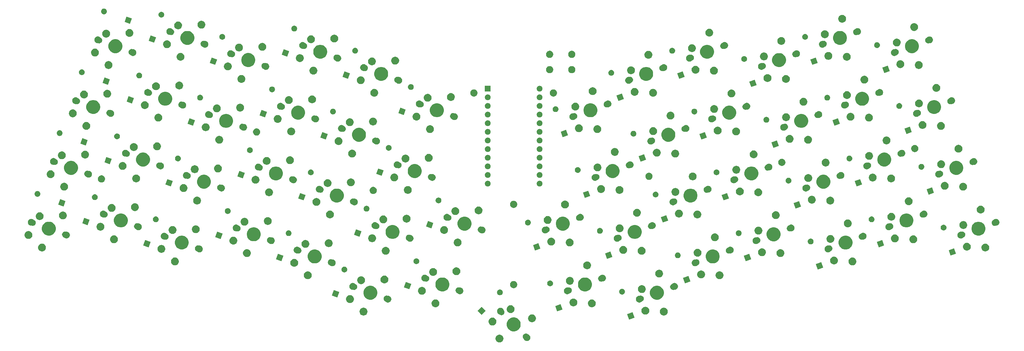
<source format=gts>
G04 #@! TF.GenerationSoftware,KiCad,Pcbnew,(5.1.0)-1*
G04 #@! TF.CreationDate,2019-05-23T12:13:00+09:00*
G04 #@! TF.ProjectId,lasprema,6c617370-7265-46d6-912e-6b696361645f,rev?*
G04 #@! TF.SameCoordinates,Original*
G04 #@! TF.FileFunction,Soldermask,Top*
G04 #@! TF.FilePolarity,Negative*
%FSLAX46Y46*%
G04 Gerber Fmt 4.6, Leading zero omitted, Abs format (unit mm)*
G04 Created by KiCad (PCBNEW (5.1.0)-1) date 2019-05-23 12:13:00*
%MOMM*%
%LPD*%
G04 APERTURE LIST*
%ADD10C,0.100000*%
G04 APERTURE END LIST*
D10*
G36*
X213960599Y-182881896D02*
G01*
X214071784Y-182904012D01*
X214281253Y-182990777D01*
X214469770Y-183116740D01*
X214630090Y-183277060D01*
X214756053Y-183465577D01*
X214842818Y-183675046D01*
X214887050Y-183897416D01*
X214887050Y-184124144D01*
X214842818Y-184346514D01*
X214756053Y-184555983D01*
X214630090Y-184744500D01*
X214469770Y-184904820D01*
X214281253Y-185030783D01*
X214071784Y-185117548D01*
X213960599Y-185139664D01*
X213849415Y-185161780D01*
X213622685Y-185161780D01*
X213511501Y-185139664D01*
X213400316Y-185117548D01*
X213190847Y-185030783D01*
X213002330Y-184904820D01*
X212842010Y-184744500D01*
X212716047Y-184555983D01*
X212629282Y-184346514D01*
X212585050Y-184124144D01*
X212585050Y-183897416D01*
X212629282Y-183675046D01*
X212716047Y-183465577D01*
X212842010Y-183277060D01*
X213002330Y-183116740D01*
X213190847Y-182990777D01*
X213400316Y-182904012D01*
X213511501Y-182881896D01*
X213622685Y-182859780D01*
X213849415Y-182859780D01*
X213960599Y-182881896D01*
X213960599Y-182881896D01*
G37*
G36*
X221613594Y-182534879D02*
G01*
X221762894Y-182564576D01*
X221926866Y-182632496D01*
X222074436Y-182731099D01*
X222105095Y-182761758D01*
X222124026Y-182777294D01*
X222145637Y-182788845D01*
X222271218Y-182840863D01*
X222435167Y-182950410D01*
X222574594Y-183089837D01*
X222684141Y-183253786D01*
X222684142Y-183253788D01*
X222759599Y-183435957D01*
X222798067Y-183629346D01*
X222798067Y-183826528D01*
X222783966Y-183897416D01*
X222759599Y-184019918D01*
X222684141Y-184202088D01*
X222574594Y-184366037D01*
X222435167Y-184505464D01*
X222271218Y-184615011D01*
X222089048Y-184690469D01*
X221992352Y-184709703D01*
X221895658Y-184728937D01*
X221698476Y-184728937D01*
X221601782Y-184709703D01*
X221505086Y-184690469D01*
X221322916Y-184615011D01*
X221158967Y-184505464D01*
X221019540Y-184366037D01*
X220909993Y-184202088D01*
X220877708Y-184124145D01*
X220857975Y-184076507D01*
X220846424Y-184054896D01*
X220830888Y-184035965D01*
X220800229Y-184005306D01*
X220701626Y-183857736D01*
X220633706Y-183693764D01*
X220599082Y-183519693D01*
X220599082Y-183342211D01*
X220633706Y-183168140D01*
X220701626Y-183004168D01*
X220800229Y-182856598D01*
X220925728Y-182731099D01*
X221073298Y-182632496D01*
X221237270Y-182564576D01*
X221386570Y-182534879D01*
X221411340Y-182529952D01*
X221588824Y-182529952D01*
X221613594Y-182534879D01*
X221613594Y-182534879D01*
G37*
G36*
X218506234Y-177866668D02*
G01*
X218879491Y-178021276D01*
X218879493Y-178021277D01*
X219215416Y-178245734D01*
X219501096Y-178531414D01*
X219664870Y-178776518D01*
X219725554Y-178867339D01*
X219880162Y-179240596D01*
X219958980Y-179636843D01*
X219958980Y-180040857D01*
X219880162Y-180437104D01*
X219725554Y-180810361D01*
X219725553Y-180810363D01*
X219501096Y-181146286D01*
X219215416Y-181431966D01*
X218879493Y-181656423D01*
X218879492Y-181656424D01*
X218879491Y-181656424D01*
X218506234Y-181811032D01*
X218109987Y-181889850D01*
X217705973Y-181889850D01*
X217309726Y-181811032D01*
X216936469Y-181656424D01*
X216936468Y-181656424D01*
X216936467Y-181656423D01*
X216600544Y-181431966D01*
X216314864Y-181146286D01*
X216090407Y-180810363D01*
X216090406Y-180810361D01*
X215935798Y-180437104D01*
X215856980Y-180040857D01*
X215856980Y-179636843D01*
X215935798Y-179240596D01*
X216090406Y-178867339D01*
X216151091Y-178776518D01*
X216314864Y-178531414D01*
X216600544Y-178245734D01*
X216936467Y-178021277D01*
X216936469Y-178021276D01*
X217309726Y-177866668D01*
X217705973Y-177787850D01*
X218109987Y-177787850D01*
X218506234Y-177866668D01*
X218506234Y-177866668D01*
G37*
G36*
X211909989Y-177861438D02*
G01*
X212021174Y-177883554D01*
X212230643Y-177970319D01*
X212419160Y-178096282D01*
X212579480Y-178256602D01*
X212705443Y-178445119D01*
X212705444Y-178445121D01*
X212792208Y-178654589D01*
X212836440Y-178876957D01*
X212836440Y-179103687D01*
X212814324Y-179214871D01*
X212792208Y-179326056D01*
X212705443Y-179535525D01*
X212579480Y-179724042D01*
X212419160Y-179884362D01*
X212230643Y-180010325D01*
X212021174Y-180097090D01*
X211909989Y-180119206D01*
X211798805Y-180141322D01*
X211572075Y-180141322D01*
X211460891Y-180119206D01*
X211349706Y-180097090D01*
X211140237Y-180010325D01*
X210951720Y-179884362D01*
X210791400Y-179724042D01*
X210665437Y-179535525D01*
X210578672Y-179326056D01*
X210556556Y-179214871D01*
X210534440Y-179103687D01*
X210534440Y-178876957D01*
X210578672Y-178654589D01*
X210665436Y-178445121D01*
X210665437Y-178445119D01*
X210791400Y-178256602D01*
X210951720Y-178096282D01*
X211140237Y-177970319D01*
X211349706Y-177883554D01*
X211460891Y-177861438D01*
X211572075Y-177839322D01*
X211798805Y-177839322D01*
X211909989Y-177861438D01*
X211909989Y-177861438D01*
G37*
G36*
X223512539Y-176912295D02*
G01*
X223631868Y-176936031D01*
X223841337Y-177022796D01*
X224029854Y-177148759D01*
X224190174Y-177309079D01*
X224316137Y-177497596D01*
X224316138Y-177497598D01*
X224402902Y-177707066D01*
X224429210Y-177839322D01*
X224447134Y-177929435D01*
X224447134Y-178156163D01*
X224402902Y-178378533D01*
X224316137Y-178588002D01*
X224190174Y-178776519D01*
X224029854Y-178936839D01*
X223841337Y-179062802D01*
X223631868Y-179149567D01*
X223520683Y-179171683D01*
X223409499Y-179193799D01*
X223182769Y-179193799D01*
X223071585Y-179171683D01*
X222960400Y-179149567D01*
X222750931Y-179062802D01*
X222562414Y-178936839D01*
X222402094Y-178776519D01*
X222276131Y-178588002D01*
X222189366Y-178378533D01*
X222145134Y-178156163D01*
X222145134Y-177929435D01*
X222163059Y-177839322D01*
X222189366Y-177707066D01*
X222276130Y-177497598D01*
X222276131Y-177497596D01*
X222402094Y-177309079D01*
X222562414Y-177148759D01*
X222750931Y-177022796D01*
X222960400Y-176936031D01*
X223079729Y-176912295D01*
X223182769Y-176891799D01*
X223409499Y-176891799D01*
X223512539Y-176912295D01*
X223512539Y-176912295D01*
G37*
G36*
X253463656Y-177875171D02*
G01*
X251864299Y-178457290D01*
X251282180Y-176857933D01*
X252881537Y-176275814D01*
X253463656Y-177875171D01*
X253463656Y-177875171D01*
G37*
G36*
X262262862Y-174943884D02*
G01*
X262374047Y-174966000D01*
X262487486Y-175012988D01*
X262578896Y-175050851D01*
X262583516Y-175052765D01*
X262772033Y-175178728D01*
X262932353Y-175339048D01*
X263058316Y-175527565D01*
X263144289Y-175735121D01*
X263145081Y-175737035D01*
X263188933Y-175957491D01*
X263189313Y-175959404D01*
X263189313Y-176186132D01*
X263145462Y-176406589D01*
X263145081Y-176408501D01*
X263059109Y-176616058D01*
X263058316Y-176617971D01*
X262932353Y-176806488D01*
X262772033Y-176966808D01*
X262583516Y-177092771D01*
X262374047Y-177179536D01*
X262262862Y-177201652D01*
X262151678Y-177223768D01*
X261924948Y-177223768D01*
X261813764Y-177201652D01*
X261702579Y-177179536D01*
X261493110Y-177092771D01*
X261304593Y-176966808D01*
X261144273Y-176806488D01*
X261018310Y-176617971D01*
X261017518Y-176616058D01*
X260931545Y-176408501D01*
X260931165Y-176406589D01*
X260887313Y-176186132D01*
X260887313Y-175959404D01*
X260887694Y-175957491D01*
X260931545Y-175737035D01*
X260932338Y-175735121D01*
X261018310Y-175527565D01*
X261144273Y-175339048D01*
X261304593Y-175178728D01*
X261493110Y-175052765D01*
X261497731Y-175050851D01*
X261589140Y-175012988D01*
X261702579Y-174966000D01*
X261813764Y-174943884D01*
X261924948Y-174921768D01*
X262151678Y-174921768D01*
X262262862Y-174943884D01*
X262262862Y-174943884D01*
G37*
G36*
X173997752Y-174941971D02*
G01*
X174108937Y-174964087D01*
X174318406Y-175050852D01*
X174506923Y-175176815D01*
X174667243Y-175337135D01*
X174793206Y-175525652D01*
X174793207Y-175525654D01*
X174793999Y-175527567D01*
X174879971Y-175735121D01*
X174880352Y-175737035D01*
X174924203Y-175957490D01*
X174924203Y-176184220D01*
X174902087Y-176295404D01*
X174879971Y-176406589D01*
X174793206Y-176616058D01*
X174667243Y-176804575D01*
X174506923Y-176964895D01*
X174318406Y-177090858D01*
X174318405Y-177090859D01*
X174318404Y-177090859D01*
X174264654Y-177113123D01*
X174108937Y-177177623D01*
X173997752Y-177199739D01*
X173886568Y-177221855D01*
X173659838Y-177221855D01*
X173548654Y-177199739D01*
X173437469Y-177177623D01*
X173281752Y-177113123D01*
X173228002Y-177090859D01*
X173228001Y-177090859D01*
X173228000Y-177090858D01*
X173039483Y-176964895D01*
X172879163Y-176804575D01*
X172753200Y-176616058D01*
X172666435Y-176406589D01*
X172644319Y-176295404D01*
X172622203Y-176184220D01*
X172622203Y-175957490D01*
X172666054Y-175737035D01*
X172666435Y-175735121D01*
X172752407Y-175527567D01*
X172753199Y-175525654D01*
X172753200Y-175525652D01*
X172879163Y-175337135D01*
X173039483Y-175176815D01*
X173228000Y-175050852D01*
X173437469Y-174964087D01*
X173548654Y-174941971D01*
X173659838Y-174919855D01*
X173886568Y-174919855D01*
X173997752Y-174941971D01*
X173997752Y-174941971D01*
G37*
G36*
X214194522Y-174964087D02*
G01*
X214310874Y-174987231D01*
X214493044Y-175062689D01*
X214656993Y-175172236D01*
X214796420Y-175311663D01*
X214904744Y-175473782D01*
X214905968Y-175475614D01*
X214957985Y-175601193D01*
X214969536Y-175622804D01*
X214985072Y-175641735D01*
X215015731Y-175672394D01*
X215114334Y-175819964D01*
X215182254Y-175983936D01*
X215216878Y-176158007D01*
X215216878Y-176335489D01*
X215182254Y-176509560D01*
X215114334Y-176673532D01*
X215015731Y-176821102D01*
X214890232Y-176946601D01*
X214742662Y-177045204D01*
X214578690Y-177113124D01*
X214429390Y-177142821D01*
X214404620Y-177147748D01*
X214227136Y-177147748D01*
X214202366Y-177142821D01*
X214053066Y-177113124D01*
X213889094Y-177045204D01*
X213741524Y-176946601D01*
X213710865Y-176915942D01*
X213691934Y-176900406D01*
X213670323Y-176888855D01*
X213544744Y-176836838D01*
X213544743Y-176836838D01*
X213544742Y-176836837D01*
X213380793Y-176727290D01*
X213241366Y-176587863D01*
X213131819Y-176423914D01*
X213056361Y-176241744D01*
X213024674Y-176082442D01*
X213017893Y-176048354D01*
X213017893Y-175851172D01*
X213051055Y-175684456D01*
X213056361Y-175657782D01*
X213131819Y-175475612D01*
X213241366Y-175311663D01*
X213380793Y-175172236D01*
X213544742Y-175062689D01*
X213726912Y-174987231D01*
X213843264Y-174964087D01*
X213920302Y-174948763D01*
X214117484Y-174948763D01*
X214194522Y-174964087D01*
X214194522Y-174964087D01*
G37*
G36*
X209671254Y-175797736D02*
G01*
X208467758Y-177001232D01*
X207264262Y-175797736D01*
X208467758Y-174594240D01*
X209671254Y-175797736D01*
X209671254Y-175797736D01*
G37*
G36*
X256846156Y-174680631D02*
G01*
X256957341Y-174702747D01*
X257053390Y-174742532D01*
X257164807Y-174788682D01*
X257166810Y-174789512D01*
X257355327Y-174915475D01*
X257515647Y-175075795D01*
X257641610Y-175264312D01*
X257728375Y-175473781D01*
X257738693Y-175525652D01*
X257772607Y-175696150D01*
X257772607Y-175922880D01*
X257765722Y-175957491D01*
X257728375Y-176145249D01*
X257641610Y-176354718D01*
X257515647Y-176543235D01*
X257355327Y-176703555D01*
X257166810Y-176829518D01*
X257166809Y-176829519D01*
X257166808Y-176829519D01*
X257149138Y-176836838D01*
X256957341Y-176916283D01*
X256858061Y-176936031D01*
X256734972Y-176960515D01*
X256508242Y-176960515D01*
X256385153Y-176936031D01*
X256285873Y-176916283D01*
X256094076Y-176836838D01*
X256076406Y-176829519D01*
X256076405Y-176829519D01*
X256076404Y-176829518D01*
X255887887Y-176703555D01*
X255727567Y-176543235D01*
X255601604Y-176354718D01*
X255514839Y-176145249D01*
X255477492Y-175957491D01*
X255470607Y-175922880D01*
X255470607Y-175696150D01*
X255504521Y-175525652D01*
X255514839Y-175473781D01*
X255601604Y-175264312D01*
X255727567Y-175075795D01*
X255887887Y-174915475D01*
X256076404Y-174789512D01*
X256078408Y-174788682D01*
X256189824Y-174742532D01*
X256285873Y-174702747D01*
X256397058Y-174680631D01*
X256508242Y-174658515D01*
X256734972Y-174658515D01*
X256846156Y-174680631D01*
X256846156Y-174680631D01*
G37*
G36*
X217234503Y-174219838D02*
G01*
X217345688Y-174241954D01*
X217555157Y-174328719D01*
X217743674Y-174454682D01*
X217903994Y-174615002D01*
X218029957Y-174803519D01*
X218116722Y-175012988D01*
X218124634Y-175052764D01*
X218160954Y-175235357D01*
X218160954Y-175462087D01*
X218138838Y-175573271D01*
X218116722Y-175684456D01*
X218095736Y-175735121D01*
X218047666Y-175851173D01*
X218029957Y-175893925D01*
X217903994Y-176082442D01*
X217743674Y-176242762D01*
X217555157Y-176368725D01*
X217345688Y-176455490D01*
X217234503Y-176477606D01*
X217123319Y-176499722D01*
X216896589Y-176499722D01*
X216785405Y-176477606D01*
X216674220Y-176455490D01*
X216464751Y-176368725D01*
X216276234Y-176242762D01*
X216115914Y-176082442D01*
X215989951Y-175893925D01*
X215972243Y-175851173D01*
X215924172Y-175735121D01*
X215903186Y-175684456D01*
X215881070Y-175573271D01*
X215858954Y-175462087D01*
X215858954Y-175235357D01*
X215895274Y-175052764D01*
X215903186Y-175012988D01*
X215989951Y-174803519D01*
X216115914Y-174615002D01*
X216276234Y-174454682D01*
X216464751Y-174328719D01*
X216674220Y-174241954D01*
X216785405Y-174219838D01*
X216896589Y-174197722D01*
X217123319Y-174197722D01*
X217234503Y-174219838D01*
X217234503Y-174219838D01*
G37*
G36*
X232304769Y-175440085D02*
G01*
X230705412Y-176022204D01*
X230123293Y-174422847D01*
X231722650Y-173840728D01*
X232304769Y-175440085D01*
X232304769Y-175440085D01*
G37*
G36*
X241091774Y-172506370D02*
G01*
X241215165Y-172530914D01*
X241328041Y-172577669D01*
X241420002Y-172615760D01*
X241424634Y-172617679D01*
X241613151Y-172743642D01*
X241773471Y-172903962D01*
X241899434Y-173092479D01*
X241899435Y-173092481D01*
X241905655Y-173107497D01*
X241985405Y-173300030D01*
X241986199Y-173301949D01*
X242030050Y-173522400D01*
X242030431Y-173524318D01*
X242030431Y-173751046D01*
X241986581Y-173971498D01*
X241986199Y-173973415D01*
X241900229Y-174180967D01*
X241899434Y-174182885D01*
X241773471Y-174371402D01*
X241613151Y-174531722D01*
X241424634Y-174657685D01*
X241424633Y-174657686D01*
X241424632Y-174657686D01*
X241363281Y-174683098D01*
X241215165Y-174744450D01*
X241103980Y-174766566D01*
X240992796Y-174788682D01*
X240766066Y-174788682D01*
X240654882Y-174766566D01*
X240543697Y-174744450D01*
X240395581Y-174683098D01*
X240334230Y-174657686D01*
X240334229Y-174657686D01*
X240334228Y-174657685D01*
X240145711Y-174531722D01*
X239985391Y-174371402D01*
X239859428Y-174182885D01*
X239858634Y-174180967D01*
X239772663Y-173973415D01*
X239772282Y-173971498D01*
X239728431Y-173751046D01*
X239728431Y-173524318D01*
X239728813Y-173522400D01*
X239772663Y-173301949D01*
X239773458Y-173300030D01*
X239853207Y-173107497D01*
X239859427Y-173092481D01*
X239859428Y-173092479D01*
X239985391Y-172903962D01*
X240145711Y-172743642D01*
X240334228Y-172617679D01*
X240338861Y-172615760D01*
X240430821Y-172577669D01*
X240543697Y-172530914D01*
X240667088Y-172506370D01*
X240766066Y-172486682D01*
X240992796Y-172486682D01*
X241091774Y-172506370D01*
X241091774Y-172506370D01*
G37*
G36*
X195125886Y-172500763D02*
G01*
X195267823Y-172528996D01*
X195477292Y-172615761D01*
X195665809Y-172741724D01*
X195826129Y-172902044D01*
X195952092Y-173090561D01*
X195952093Y-173090563D01*
X195968638Y-173130507D01*
X196038857Y-173300030D01*
X196039239Y-173301949D01*
X196083089Y-173522399D01*
X196083089Y-173749129D01*
X196060973Y-173860313D01*
X196038857Y-173971498D01*
X195952092Y-174180967D01*
X195826129Y-174369484D01*
X195665809Y-174529804D01*
X195477292Y-174655767D01*
X195477291Y-174655768D01*
X195477290Y-174655768D01*
X195470658Y-174658515D01*
X195267823Y-174742532D01*
X195156638Y-174764648D01*
X195045454Y-174786764D01*
X194818724Y-174786764D01*
X194707540Y-174764648D01*
X194596355Y-174742532D01*
X194393520Y-174658515D01*
X194386888Y-174655768D01*
X194386887Y-174655768D01*
X194386886Y-174655767D01*
X194198369Y-174529804D01*
X194038049Y-174369484D01*
X193912086Y-174180967D01*
X193825321Y-173971498D01*
X193803205Y-173860313D01*
X193781089Y-173749129D01*
X193781089Y-173522399D01*
X193824939Y-173301949D01*
X193825321Y-173300030D01*
X193895540Y-173130507D01*
X193912085Y-173090563D01*
X193912086Y-173090561D01*
X194038049Y-172902044D01*
X194198369Y-172741724D01*
X194386886Y-172615761D01*
X194596355Y-172528996D01*
X194738292Y-172500763D01*
X194818724Y-172484764D01*
X195045454Y-172484764D01*
X195125886Y-172500763D01*
X195125886Y-172500763D01*
G37*
G36*
X235687274Y-172245545D02*
G01*
X235798459Y-172267661D01*
X235903337Y-172311103D01*
X236004177Y-172352872D01*
X236007928Y-172354426D01*
X236196445Y-172480389D01*
X236356765Y-172640709D01*
X236482728Y-172829226D01*
X236569493Y-173038695D01*
X236583559Y-173109410D01*
X236613725Y-173261064D01*
X236613725Y-173487794D01*
X236606841Y-173522400D01*
X236569493Y-173710163D01*
X236482728Y-173919632D01*
X236356765Y-174108149D01*
X236196445Y-174268469D01*
X236007928Y-174394432D01*
X235798459Y-174481197D01*
X235687274Y-174503313D01*
X235576090Y-174525429D01*
X235349360Y-174525429D01*
X235238176Y-174503313D01*
X235126991Y-174481197D01*
X234917522Y-174394432D01*
X234729005Y-174268469D01*
X234568685Y-174108149D01*
X234442722Y-173919632D01*
X234355957Y-173710163D01*
X234318609Y-173522400D01*
X234311725Y-173487794D01*
X234311725Y-173261064D01*
X234341891Y-173109410D01*
X234355957Y-173038695D01*
X234442722Y-172829226D01*
X234568685Y-172640709D01*
X234729005Y-172480389D01*
X234917522Y-172354426D01*
X234921274Y-172352872D01*
X235022113Y-172311103D01*
X235126991Y-172267661D01*
X235238176Y-172245545D01*
X235349360Y-172223429D01*
X235576090Y-172223429D01*
X235687274Y-172245545D01*
X235687274Y-172245545D01*
G37*
G36*
X169966011Y-171248268D02*
G01*
X170128716Y-171280632D01*
X170276832Y-171341984D01*
X170332505Y-171365044D01*
X170338185Y-171367397D01*
X170526702Y-171493360D01*
X170687022Y-171653680D01*
X170812985Y-171842197D01*
X170899750Y-172051666D01*
X170913300Y-172119785D01*
X170943982Y-172274035D01*
X170943982Y-172500765D01*
X170938394Y-172528856D01*
X170899750Y-172723134D01*
X170891255Y-172743642D01*
X170833183Y-172883842D01*
X170812985Y-172932603D01*
X170687022Y-173121120D01*
X170526702Y-173281440D01*
X170338185Y-173407403D01*
X170338184Y-173407404D01*
X170338183Y-173407404D01*
X170276832Y-173432816D01*
X170128716Y-173494168D01*
X170017531Y-173516284D01*
X169906347Y-173538400D01*
X169679617Y-173538400D01*
X169568433Y-173516284D01*
X169457248Y-173494168D01*
X169309132Y-173432816D01*
X169247781Y-173407404D01*
X169247780Y-173407404D01*
X169247779Y-173407403D01*
X169059262Y-173281440D01*
X168898942Y-173121120D01*
X168772979Y-172932603D01*
X168752782Y-172883842D01*
X168694709Y-172743642D01*
X168686214Y-172723134D01*
X168647570Y-172528856D01*
X168641982Y-172500765D01*
X168641982Y-172274035D01*
X168672664Y-172119785D01*
X168686214Y-172051666D01*
X168772979Y-171842197D01*
X168898942Y-171653680D01*
X169059262Y-171493360D01*
X169247779Y-171367397D01*
X169253460Y-171365044D01*
X169309132Y-171341984D01*
X169457248Y-171280632D01*
X169619953Y-171248268D01*
X169679617Y-171236400D01*
X169906347Y-171236400D01*
X169966011Y-171248268D01*
X169966011Y-171248268D01*
G37*
G36*
X255347321Y-171367396D02*
G01*
X255509567Y-171399668D01*
X255673539Y-171467588D01*
X255821109Y-171566191D01*
X255946608Y-171691690D01*
X256045211Y-171839260D01*
X256113131Y-172003232D01*
X256135902Y-172117712D01*
X256147375Y-172175390D01*
X256147755Y-172177303D01*
X256147755Y-172354785D01*
X256113131Y-172528856D01*
X256045211Y-172692828D01*
X255946608Y-172840398D01*
X255821109Y-172965897D01*
X255673539Y-173064500D01*
X255592995Y-173097863D01*
X255571391Y-173109410D01*
X255552455Y-173124950D01*
X255490185Y-173187220D01*
X255326236Y-173296767D01*
X255326235Y-173296768D01*
X255326234Y-173296768D01*
X255318356Y-173300031D01*
X255144066Y-173372225D01*
X254950676Y-173410693D01*
X254753494Y-173410693D01*
X254560104Y-173372225D01*
X254385814Y-173300031D01*
X254377936Y-173296768D01*
X254377935Y-173296768D01*
X254377934Y-173296767D01*
X254213985Y-173187220D01*
X254074558Y-173047793D01*
X253965011Y-172883844D01*
X253964219Y-172881931D01*
X253906937Y-172743642D01*
X253889553Y-172701674D01*
X253864887Y-172577669D01*
X253851085Y-172508284D01*
X253851085Y-172311102D01*
X253889553Y-172117713D01*
X253890346Y-172115799D01*
X253965011Y-171935542D01*
X254074558Y-171771593D01*
X254213985Y-171632166D01*
X254377934Y-171522619D01*
X254382555Y-171520705D01*
X254448571Y-171493360D01*
X254560104Y-171447161D01*
X254656800Y-171427927D01*
X254753494Y-171408693D01*
X254937294Y-171408693D01*
X254961680Y-171406291D01*
X254982685Y-171399919D01*
X254983939Y-171399669D01*
X254983943Y-171399668D01*
X255146189Y-171367396D01*
X255158013Y-171365044D01*
X255335497Y-171365044D01*
X255347321Y-171367396D01*
X255347321Y-171367396D01*
G37*
G36*
X180689327Y-171370257D02*
G01*
X180827573Y-171397755D01*
X180827577Y-171397756D01*
X180828831Y-171398006D01*
X180849836Y-171404378D01*
X180874222Y-171406780D01*
X181058022Y-171406780D01*
X181251412Y-171445248D01*
X181433582Y-171520706D01*
X181597531Y-171630253D01*
X181736958Y-171769680D01*
X181846505Y-171933629D01*
X181846506Y-171933631D01*
X181847298Y-171935544D01*
X181921963Y-172115799D01*
X181922344Y-172117713D01*
X181960431Y-172309189D01*
X181960431Y-172506371D01*
X181955549Y-172530914D01*
X181921963Y-172699761D01*
X181846505Y-172881931D01*
X181736958Y-173045880D01*
X181597531Y-173185307D01*
X181433582Y-173294854D01*
X181433581Y-173294855D01*
X181433580Y-173294855D01*
X181380226Y-173316955D01*
X181251412Y-173370312D01*
X181058022Y-173408780D01*
X180860840Y-173408780D01*
X180667450Y-173370312D01*
X180538636Y-173316955D01*
X180485282Y-173294855D01*
X180485281Y-173294855D01*
X180485280Y-173294854D01*
X180321331Y-173185307D01*
X180259061Y-173123037D01*
X180240125Y-173107497D01*
X180218521Y-173095950D01*
X180137977Y-173062587D01*
X179990407Y-172963984D01*
X179864908Y-172838485D01*
X179766305Y-172690915D01*
X179698385Y-172526943D01*
X179664142Y-172354786D01*
X179663761Y-172352873D01*
X179663761Y-172175389D01*
X179674821Y-172119785D01*
X179698385Y-172001319D01*
X179766305Y-171837347D01*
X179864908Y-171689777D01*
X179990407Y-171564278D01*
X180137977Y-171465675D01*
X180301949Y-171397755D01*
X180466402Y-171365044D01*
X180476019Y-171363131D01*
X180653503Y-171363131D01*
X180689327Y-171370257D01*
X180689327Y-171370257D01*
G37*
G36*
X260618648Y-168556400D02*
G01*
X260987289Y-168709096D01*
X260991907Y-168711009D01*
X261327830Y-168935466D01*
X261613510Y-169221146D01*
X261836689Y-169555156D01*
X261837968Y-169557071D01*
X261992576Y-169930328D01*
X262071394Y-170326575D01*
X262071394Y-170730589D01*
X261992576Y-171126836D01*
X261837968Y-171500093D01*
X261837967Y-171500095D01*
X261613510Y-171836018D01*
X261327830Y-172121698D01*
X260991907Y-172346155D01*
X260991906Y-172346156D01*
X260991905Y-172346156D01*
X260618648Y-172500764D01*
X260222401Y-172579582D01*
X259818387Y-172579582D01*
X259422140Y-172500764D01*
X259048883Y-172346156D01*
X259048882Y-172346156D01*
X259048881Y-172346155D01*
X258712958Y-172121698D01*
X258427278Y-171836018D01*
X258202821Y-171500095D01*
X258202820Y-171500093D01*
X258048212Y-171126836D01*
X257969394Y-170730589D01*
X257969394Y-170326575D01*
X258048212Y-169930328D01*
X258202820Y-169557071D01*
X258204100Y-169555156D01*
X258427278Y-169221146D01*
X258712958Y-168935466D01*
X259048881Y-168711009D01*
X259053499Y-168709096D01*
X259422140Y-168556400D01*
X259818387Y-168477582D01*
X260222401Y-168477582D01*
X260618648Y-168556400D01*
X260618648Y-168556400D01*
G37*
G36*
X176389376Y-168554487D02*
G01*
X176746419Y-168702379D01*
X176762635Y-168709096D01*
X177098558Y-168933553D01*
X177384238Y-169219233D01*
X177594924Y-169534546D01*
X177608696Y-169555158D01*
X177763304Y-169928415D01*
X177842122Y-170324662D01*
X177842122Y-170728676D01*
X177763304Y-171124923D01*
X177608696Y-171498180D01*
X177608695Y-171498182D01*
X177384238Y-171834105D01*
X177098558Y-172119785D01*
X176762635Y-172344242D01*
X176762634Y-172344243D01*
X176762633Y-172344243D01*
X176389376Y-172498851D01*
X175993129Y-172577669D01*
X175589115Y-172577669D01*
X175192868Y-172498851D01*
X174819611Y-172344243D01*
X174819610Y-172344243D01*
X174819609Y-172344242D01*
X174483686Y-172119785D01*
X174198006Y-171834105D01*
X173973549Y-171498182D01*
X173973548Y-171498180D01*
X173818940Y-171124923D01*
X173740122Y-170728676D01*
X173740122Y-170324662D01*
X173818940Y-169928415D01*
X173973548Y-169555158D01*
X173987321Y-169534546D01*
X174198006Y-169219233D01*
X174483686Y-168933553D01*
X174819609Y-168709096D01*
X174835825Y-168702379D01*
X175192868Y-168554487D01*
X175589115Y-168475669D01*
X175993129Y-168475669D01*
X176389376Y-168554487D01*
X176389376Y-168554487D01*
G37*
G36*
X166628190Y-170340536D02*
G01*
X166046071Y-171939893D01*
X164446714Y-171357774D01*
X165028833Y-169758417D01*
X166628190Y-170340536D01*
X166628190Y-170340536D01*
G37*
G36*
X214022735Y-169570895D02*
G01*
X214084317Y-169589576D01*
X214173321Y-169616575D01*
X214183154Y-169619558D01*
X214297557Y-169680708D01*
X214330990Y-169698578D01*
X214460571Y-169804923D01*
X214566916Y-169934504D01*
X214566917Y-169934506D01*
X214645936Y-170082340D01*
X214645937Y-170082343D01*
X214649403Y-170093769D01*
X214694599Y-170242759D01*
X214711029Y-170409582D01*
X214694599Y-170576405D01*
X214645936Y-170736824D01*
X214606420Y-170810753D01*
X214566916Y-170884660D01*
X214460571Y-171014241D01*
X214330990Y-171120586D01*
X214330988Y-171120587D01*
X214183154Y-171199606D01*
X214022735Y-171248269D01*
X213897716Y-171260582D01*
X213814108Y-171260582D01*
X213689089Y-171248269D01*
X213528670Y-171199606D01*
X213380836Y-171120587D01*
X213380834Y-171120586D01*
X213251253Y-171014241D01*
X213144908Y-170884660D01*
X213105404Y-170810753D01*
X213065888Y-170736824D01*
X213017225Y-170576405D01*
X213000795Y-170409582D01*
X213017225Y-170242759D01*
X213062421Y-170093769D01*
X213065887Y-170082343D01*
X213065888Y-170082340D01*
X213144907Y-169934506D01*
X213144908Y-169934504D01*
X213251253Y-169804923D01*
X213380834Y-169698578D01*
X213414267Y-169680708D01*
X213528670Y-169619558D01*
X213538504Y-169616575D01*
X213627507Y-169589576D01*
X213689089Y-169570895D01*
X213814108Y-169558582D01*
X213897716Y-169558582D01*
X214022735Y-169570895D01*
X214022735Y-169570895D01*
G37*
G36*
X191176417Y-168823425D02*
G01*
X191287602Y-168845541D01*
X191370460Y-168879862D01*
X191491403Y-168929958D01*
X191497071Y-168932306D01*
X191685588Y-169058269D01*
X191845908Y-169218589D01*
X191971871Y-169407106D01*
X192058636Y-169616575D01*
X192072186Y-169684694D01*
X192102868Y-169838944D01*
X192102868Y-170065674D01*
X192097279Y-170093770D01*
X192058636Y-170288043D01*
X191971871Y-170497512D01*
X191845908Y-170686029D01*
X191685588Y-170846349D01*
X191497071Y-170972312D01*
X191497070Y-170972313D01*
X191497069Y-170972313D01*
X191439598Y-170996118D01*
X191287602Y-171059077D01*
X191176417Y-171081193D01*
X191065233Y-171103309D01*
X190838503Y-171103309D01*
X190727319Y-171081193D01*
X190616134Y-171059077D01*
X190464138Y-170996118D01*
X190406667Y-170972313D01*
X190406666Y-170972313D01*
X190406665Y-170972312D01*
X190218148Y-170846349D01*
X190057828Y-170686029D01*
X189931865Y-170497512D01*
X189845100Y-170288043D01*
X189806457Y-170093770D01*
X189800868Y-170065674D01*
X189800868Y-169838944D01*
X189831550Y-169684694D01*
X189845100Y-169616575D01*
X189931865Y-169407106D01*
X190057828Y-169218589D01*
X190218148Y-169058269D01*
X190406665Y-168932306D01*
X190412334Y-168929958D01*
X190533276Y-168879862D01*
X190616134Y-168845541D01*
X190727319Y-168823425D01*
X190838503Y-168801309D01*
X191065233Y-168801309D01*
X191176417Y-168823425D01*
X191176417Y-168823425D01*
G37*
G36*
X249933548Y-169367407D02*
G01*
X250093967Y-169416070D01*
X250226631Y-169486980D01*
X250241803Y-169495090D01*
X250371384Y-169601435D01*
X250477729Y-169731016D01*
X250477730Y-169731018D01*
X250556749Y-169878852D01*
X250605412Y-170039271D01*
X250621842Y-170206094D01*
X250605412Y-170372917D01*
X250556749Y-170533336D01*
X250515350Y-170610788D01*
X250477729Y-170681172D01*
X250371384Y-170810753D01*
X250241803Y-170917098D01*
X250241801Y-170917099D01*
X250093967Y-170996118D01*
X249933548Y-171044781D01*
X249808529Y-171057094D01*
X249724921Y-171057094D01*
X249599902Y-171044781D01*
X249439483Y-170996118D01*
X249291649Y-170917099D01*
X249291647Y-170917098D01*
X249162066Y-170810753D01*
X249055721Y-170681172D01*
X249018100Y-170610788D01*
X248976701Y-170533336D01*
X248928038Y-170372917D01*
X248911608Y-170206094D01*
X248928038Y-170039271D01*
X248976701Y-169878852D01*
X249055720Y-169731018D01*
X249055721Y-169731016D01*
X249162066Y-169601435D01*
X249291647Y-169495090D01*
X249306819Y-169486980D01*
X249439483Y-169416070D01*
X249599902Y-169367407D01*
X249724921Y-169355094D01*
X249808529Y-169355094D01*
X249933548Y-169367407D01*
X249933548Y-169367407D01*
G37*
G36*
X234194688Y-168933553D02*
G01*
X234350685Y-168964582D01*
X234514657Y-169032502D01*
X234662227Y-169131105D01*
X234787726Y-169256604D01*
X234886329Y-169404174D01*
X234954249Y-169568146D01*
X234977020Y-169682626D01*
X234988492Y-169740299D01*
X234988873Y-169742217D01*
X234988873Y-169919699D01*
X234954249Y-170093770D01*
X234886329Y-170257742D01*
X234787726Y-170405312D01*
X234662227Y-170530811D01*
X234514657Y-170629414D01*
X234434113Y-170662777D01*
X234412509Y-170674324D01*
X234393573Y-170689864D01*
X234331303Y-170752134D01*
X234167354Y-170861681D01*
X233985184Y-170937139D01*
X233791794Y-170975607D01*
X233594612Y-170975607D01*
X233497918Y-170956373D01*
X233401222Y-170937139D01*
X233219052Y-170861681D01*
X233055103Y-170752134D01*
X232915676Y-170612707D01*
X232806129Y-170448758D01*
X232805335Y-170446840D01*
X232761302Y-170340536D01*
X232730671Y-170266588D01*
X232695914Y-170091852D01*
X232692203Y-170073198D01*
X232692203Y-169876016D01*
X232730671Y-169682627D01*
X232731466Y-169680708D01*
X232806129Y-169500456D01*
X232915676Y-169336507D01*
X233055103Y-169197080D01*
X233219052Y-169087533D01*
X233223685Y-169085614D01*
X233278060Y-169063091D01*
X233401222Y-169012075D01*
X233497918Y-168992841D01*
X233594612Y-168973607D01*
X233778412Y-168973607D01*
X233802798Y-168971205D01*
X233823803Y-168964833D01*
X233825057Y-168964583D01*
X233825061Y-168964582D01*
X233963307Y-168937084D01*
X233999131Y-168929958D01*
X234176615Y-168929958D01*
X234194688Y-168933553D01*
X234194688Y-168933553D01*
G37*
G36*
X201848213Y-168935166D02*
G01*
X201986459Y-168962664D01*
X201986463Y-168962665D01*
X201987717Y-168962915D01*
X202008722Y-168969287D01*
X202033108Y-168971689D01*
X202216908Y-168971689D01*
X202313602Y-168990923D01*
X202410298Y-169010157D01*
X202592468Y-169085615D01*
X202756417Y-169195162D01*
X202895844Y-169334589D01*
X203000336Y-169490973D01*
X203005392Y-169498540D01*
X203006186Y-169500458D01*
X203080849Y-169680708D01*
X203100083Y-169777404D01*
X203119317Y-169874098D01*
X203119317Y-170071280D01*
X203114843Y-170093770D01*
X203080849Y-170264670D01*
X203005391Y-170446840D01*
X202895844Y-170610789D01*
X202756417Y-170750216D01*
X202592468Y-170859763D01*
X202592467Y-170859764D01*
X202592466Y-170859764D01*
X202539112Y-170881864D01*
X202410298Y-170935221D01*
X202216908Y-170973689D01*
X202019726Y-170973689D01*
X201826336Y-170935221D01*
X201697522Y-170881864D01*
X201644168Y-170859764D01*
X201644167Y-170859764D01*
X201644166Y-170859763D01*
X201480217Y-170750216D01*
X201417947Y-170687946D01*
X201399011Y-170672406D01*
X201377407Y-170660859D01*
X201296863Y-170627496D01*
X201149293Y-170528893D01*
X201023794Y-170403394D01*
X200925191Y-170255824D01*
X200857271Y-170091852D01*
X200823029Y-169919700D01*
X200822647Y-169917782D01*
X200822647Y-169740298D01*
X200833707Y-169684694D01*
X200857271Y-169566228D01*
X200925191Y-169402256D01*
X201023794Y-169254686D01*
X201149293Y-169129187D01*
X201296863Y-169030584D01*
X201460835Y-168962664D01*
X201625263Y-168929958D01*
X201634905Y-168928040D01*
X201812389Y-168928040D01*
X201848213Y-168935166D01*
X201848213Y-168935166D01*
G37*
G36*
X255795983Y-168315975D02*
G01*
X255907168Y-168338091D01*
X256116637Y-168424856D01*
X256305154Y-168550819D01*
X256465474Y-168711139D01*
X256591437Y-168899656D01*
X256678202Y-169109125D01*
X256699459Y-169215991D01*
X256722434Y-169331494D01*
X256722434Y-169558224D01*
X256719913Y-169570896D01*
X256678202Y-169780593D01*
X256591437Y-169990062D01*
X256465474Y-170178579D01*
X256305154Y-170338899D01*
X256116637Y-170464862D01*
X255907168Y-170551627D01*
X255795983Y-170573743D01*
X255684799Y-170595859D01*
X255458069Y-170595859D01*
X255346885Y-170573743D01*
X255235700Y-170551627D01*
X255026231Y-170464862D01*
X254837714Y-170338899D01*
X254677394Y-170178579D01*
X254551431Y-169990062D01*
X254464666Y-169780593D01*
X254422955Y-169570896D01*
X254420434Y-169558224D01*
X254420434Y-169331494D01*
X254443409Y-169215991D01*
X254464666Y-169109125D01*
X254551431Y-168899656D01*
X254677394Y-168711139D01*
X254837714Y-168550819D01*
X255026231Y-168424856D01*
X255235700Y-168338091D01*
X255346885Y-168315975D01*
X255458069Y-168293859D01*
X255684799Y-168293859D01*
X255795983Y-168315975D01*
X255795983Y-168315975D01*
G37*
G36*
X239459766Y-166121314D02*
G01*
X239828395Y-166274005D01*
X239833025Y-166275923D01*
X240168948Y-166500380D01*
X240454628Y-166786060D01*
X240677805Y-167120067D01*
X240679086Y-167121985D01*
X240833694Y-167495242D01*
X240912512Y-167891489D01*
X240912512Y-168295503D01*
X240833694Y-168691750D01*
X240679086Y-169065007D01*
X240679085Y-169065009D01*
X240454628Y-169400932D01*
X240168948Y-169686612D01*
X239833025Y-169911069D01*
X239833024Y-169911070D01*
X239833023Y-169911070D01*
X239459766Y-170065678D01*
X239063519Y-170144496D01*
X238659505Y-170144496D01*
X238263258Y-170065678D01*
X237890001Y-169911070D01*
X237890000Y-169911070D01*
X237889999Y-169911069D01*
X237554076Y-169686612D01*
X237268396Y-169400932D01*
X237043939Y-169065009D01*
X237043938Y-169065007D01*
X236889330Y-168691750D01*
X236810512Y-168295503D01*
X236810512Y-167891489D01*
X236889330Y-167495242D01*
X237043938Y-167121985D01*
X237045220Y-167120067D01*
X237268396Y-166786060D01*
X237554076Y-166500380D01*
X237889999Y-166275923D01*
X237894629Y-166274005D01*
X238263258Y-166121314D01*
X238659505Y-166042496D01*
X239063519Y-166042496D01*
X239459766Y-166121314D01*
X239459766Y-166121314D01*
G37*
G36*
X197548262Y-166119396D02*
G01*
X197905317Y-166267293D01*
X197921521Y-166274005D01*
X198257444Y-166498462D01*
X198543124Y-166784142D01*
X198752532Y-167097542D01*
X198767582Y-167120067D01*
X198922190Y-167493324D01*
X199001008Y-167889571D01*
X199001008Y-168293585D01*
X198922190Y-168689832D01*
X198767582Y-169063089D01*
X198767581Y-169063091D01*
X198543124Y-169399014D01*
X198257444Y-169684694D01*
X197921521Y-169909151D01*
X197921520Y-169909152D01*
X197921519Y-169909152D01*
X197548262Y-170063760D01*
X197152015Y-170142578D01*
X196748001Y-170142578D01*
X196351754Y-170063760D01*
X195978497Y-169909152D01*
X195978496Y-169909152D01*
X195978495Y-169909151D01*
X195642572Y-169684694D01*
X195356892Y-169399014D01*
X195132435Y-169063091D01*
X195132434Y-169063089D01*
X194977826Y-168689832D01*
X194899008Y-168293585D01*
X194899008Y-167889571D01*
X194977826Y-167493324D01*
X195132434Y-167120067D01*
X195147485Y-167097542D01*
X195356892Y-166784142D01*
X195642572Y-166498462D01*
X195978495Y-166274005D01*
X195994699Y-166267293D01*
X196351754Y-166119396D01*
X196748001Y-166040578D01*
X197152015Y-166040578D01*
X197548262Y-166119396D01*
X197548262Y-166119396D01*
G37*
G36*
X265383988Y-167665705D02*
G01*
X265480684Y-167684939D01*
X265585921Y-167728530D01*
X265658234Y-167758483D01*
X265662854Y-167760397D01*
X265826803Y-167869944D01*
X265966230Y-168009371D01*
X266075777Y-168173320D01*
X266151235Y-168355490D01*
X266152995Y-168364338D01*
X266189703Y-168548880D01*
X266189703Y-168746062D01*
X266151235Y-168939452D01*
X266112692Y-169032502D01*
X266076570Y-169119709D01*
X266075777Y-169121622D01*
X265966230Y-169285571D01*
X265826803Y-169424998D01*
X265662854Y-169534545D01*
X265480684Y-169610003D01*
X265287294Y-169648471D01*
X265103494Y-169648471D01*
X265079108Y-169650873D01*
X265058103Y-169657245D01*
X265056849Y-169657495D01*
X265056845Y-169657496D01*
X264920108Y-169684694D01*
X264882775Y-169692120D01*
X264705291Y-169692120D01*
X264677601Y-169686612D01*
X264531221Y-169657496D01*
X264367249Y-169589576D01*
X264219679Y-169490973D01*
X264094180Y-169365474D01*
X263995577Y-169217904D01*
X263927657Y-169053932D01*
X263893033Y-168879861D01*
X263893033Y-168702379D01*
X263893414Y-168700466D01*
X263897960Y-168677608D01*
X263927657Y-168528308D01*
X263995577Y-168364336D01*
X264094180Y-168216766D01*
X264219679Y-168091267D01*
X264367249Y-167992664D01*
X264447793Y-167959301D01*
X264469397Y-167947754D01*
X264488333Y-167932214D01*
X264550603Y-167869944D01*
X264714552Y-167760397D01*
X264719173Y-167758483D01*
X264791485Y-167728530D01*
X264896722Y-167684939D01*
X264993418Y-167665705D01*
X265090112Y-167646471D01*
X265287294Y-167646471D01*
X265383988Y-167665705D01*
X265383988Y-167665705D01*
G37*
G36*
X170818098Y-167663792D02*
G01*
X170914794Y-167683026D01*
X171024649Y-167728530D01*
X171060771Y-167743492D01*
X171096964Y-167758484D01*
X171260913Y-167868031D01*
X171323183Y-167930301D01*
X171342119Y-167945841D01*
X171363723Y-167957388D01*
X171444267Y-167990751D01*
X171591837Y-168089354D01*
X171717336Y-168214853D01*
X171815939Y-168362423D01*
X171883859Y-168526395D01*
X171902877Y-168622008D01*
X171918483Y-168700465D01*
X171918483Y-168877949D01*
X171918102Y-168879862D01*
X171883859Y-169052019D01*
X171815939Y-169215991D01*
X171717336Y-169363561D01*
X171591837Y-169489060D01*
X171444267Y-169587663D01*
X171280295Y-169655583D01*
X171144337Y-169682626D01*
X171106225Y-169690207D01*
X170928741Y-169690207D01*
X170880986Y-169680708D01*
X170754671Y-169655583D01*
X170754667Y-169655582D01*
X170753413Y-169655332D01*
X170732408Y-169648960D01*
X170708022Y-169646558D01*
X170524222Y-169646558D01*
X170330832Y-169608090D01*
X170202018Y-169554733D01*
X170148664Y-169532633D01*
X170148663Y-169532633D01*
X170148662Y-169532632D01*
X169984713Y-169423085D01*
X169845286Y-169283658D01*
X169735739Y-169119709D01*
X169660281Y-168937539D01*
X169622194Y-168746062D01*
X169621813Y-168744149D01*
X169621813Y-168546967D01*
X169655887Y-168375667D01*
X169660281Y-168353577D01*
X169716950Y-168216767D01*
X169735738Y-168171409D01*
X169735739Y-168171407D01*
X169845286Y-168007458D01*
X169984713Y-167868031D01*
X170148662Y-167758484D01*
X170184856Y-167743492D01*
X170220977Y-167728530D01*
X170330832Y-167683026D01*
X170427528Y-167663792D01*
X170524222Y-167644558D01*
X170721404Y-167644558D01*
X170818098Y-167663792D01*
X170818098Y-167663792D01*
G37*
G36*
X187787075Y-167905445D02*
G01*
X187204956Y-169504802D01*
X185605599Y-168922683D01*
X186187718Y-167323326D01*
X187787075Y-167905445D01*
X187787075Y-167905445D01*
G37*
G36*
X218214541Y-167111906D02*
G01*
X218405810Y-167191132D01*
X218405812Y-167191133D01*
X218577950Y-167306152D01*
X218724342Y-167452544D01*
X218803140Y-167570473D01*
X218839362Y-167624684D01*
X218918588Y-167815953D01*
X218958977Y-168019001D01*
X218958977Y-168226033D01*
X218918588Y-168429081D01*
X218866643Y-168554487D01*
X218839361Y-168620352D01*
X218724342Y-168792490D01*
X218577950Y-168938882D01*
X218405812Y-169053901D01*
X218405811Y-169053902D01*
X218405810Y-169053902D01*
X218214541Y-169133128D01*
X218011493Y-169173517D01*
X217804461Y-169173517D01*
X217601413Y-169133128D01*
X217410144Y-169053902D01*
X217410143Y-169053902D01*
X217410142Y-169053901D01*
X217238004Y-168938882D01*
X217091612Y-168792490D01*
X216976593Y-168620352D01*
X216949311Y-168554487D01*
X216897366Y-168429081D01*
X216856977Y-168226033D01*
X216856977Y-168019001D01*
X216897366Y-167815953D01*
X216976592Y-167624684D01*
X217012815Y-167570473D01*
X217091612Y-167452544D01*
X217238004Y-167306152D01*
X217410142Y-167191133D01*
X217410144Y-167191132D01*
X217601413Y-167111906D01*
X217804461Y-167071517D01*
X218011493Y-167071517D01*
X218214541Y-167111906D01*
X218214541Y-167111906D01*
G37*
G36*
X228774661Y-166932321D02*
G01*
X228935080Y-166980984D01*
X229067744Y-167051894D01*
X229082916Y-167060004D01*
X229212497Y-167166349D01*
X229318842Y-167295930D01*
X229318843Y-167295932D01*
X229397862Y-167443766D01*
X229446525Y-167604185D01*
X229462955Y-167771008D01*
X229446525Y-167937831D01*
X229397862Y-168098250D01*
X229357736Y-168173320D01*
X229318842Y-168246086D01*
X229212497Y-168375667D01*
X229082916Y-168482012D01*
X229082914Y-168482013D01*
X228935080Y-168561032D01*
X228774661Y-168609695D01*
X228649642Y-168622008D01*
X228566034Y-168622008D01*
X228441015Y-168609695D01*
X228280596Y-168561032D01*
X228132762Y-168482013D01*
X228132760Y-168482012D01*
X228003179Y-168375667D01*
X227896834Y-168246086D01*
X227857940Y-168173320D01*
X227817814Y-168098250D01*
X227769151Y-167937831D01*
X227752721Y-167771008D01*
X227769151Y-167604185D01*
X227817814Y-167443766D01*
X227896833Y-167295932D01*
X227896834Y-167295930D01*
X228003179Y-167166349D01*
X228132760Y-167060004D01*
X228147932Y-167051894D01*
X228280596Y-166980984D01*
X228441015Y-166932321D01*
X228566034Y-166920008D01*
X228649642Y-166920008D01*
X228774661Y-166932321D01*
X228774661Y-166932321D01*
G37*
G36*
X234637101Y-165880889D02*
G01*
X234748286Y-165903005D01*
X234957755Y-165989770D01*
X235146272Y-166115733D01*
X235306592Y-166276053D01*
X235419328Y-166444775D01*
X235432556Y-166464572D01*
X235519320Y-166674040D01*
X235563552Y-166896408D01*
X235563552Y-167123138D01*
X235550027Y-167191132D01*
X235519320Y-167345507D01*
X235432555Y-167554976D01*
X235306592Y-167743493D01*
X235146272Y-167903813D01*
X234957755Y-168029776D01*
X234748286Y-168116541D01*
X234637101Y-168138657D01*
X234525917Y-168160773D01*
X234299187Y-168160773D01*
X234188003Y-168138657D01*
X234076818Y-168116541D01*
X233867349Y-168029776D01*
X233678832Y-167903813D01*
X233518512Y-167743493D01*
X233392549Y-167554976D01*
X233305784Y-167345507D01*
X233275077Y-167191132D01*
X233261552Y-167123138D01*
X233261552Y-166896408D01*
X233305784Y-166674040D01*
X233392548Y-166464572D01*
X233405776Y-166444775D01*
X233518512Y-166276053D01*
X233678832Y-166115733D01*
X233867349Y-165989770D01*
X234076818Y-165903005D01*
X234188003Y-165880889D01*
X234299187Y-165858773D01*
X234525917Y-165858773D01*
X234637101Y-165880889D01*
X234637101Y-165880889D01*
G37*
G36*
X173304173Y-165707869D02*
G01*
X173415358Y-165729985D01*
X173624827Y-165816750D01*
X173813344Y-165942713D01*
X173973664Y-166103033D01*
X174099627Y-166291550D01*
X174186392Y-166501019D01*
X174208508Y-166612204D01*
X174230624Y-166723388D01*
X174230624Y-166950118D01*
X174224484Y-166980984D01*
X174186392Y-167172487D01*
X174099627Y-167381956D01*
X173973664Y-167570473D01*
X173813344Y-167730793D01*
X173624827Y-167856756D01*
X173624826Y-167856757D01*
X173624825Y-167856757D01*
X173563474Y-167882169D01*
X173415358Y-167943521D01*
X173336006Y-167959305D01*
X173192989Y-167987753D01*
X172966259Y-167987753D01*
X172823242Y-167959305D01*
X172743890Y-167943521D01*
X172595774Y-167882169D01*
X172534423Y-167856757D01*
X172534422Y-167856757D01*
X172534421Y-167856756D01*
X172345904Y-167730793D01*
X172185584Y-167570473D01*
X172059621Y-167381956D01*
X171972856Y-167172487D01*
X171934764Y-166980984D01*
X171928624Y-166950118D01*
X171928624Y-166723388D01*
X171950740Y-166612204D01*
X171972856Y-166501019D01*
X172059621Y-166291550D01*
X172185584Y-166103033D01*
X172345904Y-165942713D01*
X172534421Y-165816750D01*
X172743890Y-165729985D01*
X172855075Y-165707869D01*
X172966259Y-165685753D01*
X173192989Y-165685753D01*
X173304173Y-165707869D01*
X173304173Y-165707869D01*
G37*
G36*
X180139953Y-165492878D02*
G01*
X180251138Y-165514994D01*
X180460607Y-165601759D01*
X180649124Y-165727722D01*
X180809444Y-165888042D01*
X180935407Y-166076559D01*
X180935408Y-166076561D01*
X180946373Y-166103033D01*
X181018041Y-166276054D01*
X181022172Y-166286029D01*
X181066404Y-166508397D01*
X181066404Y-166735127D01*
X181057299Y-166780900D01*
X181022172Y-166957496D01*
X180935407Y-167166965D01*
X180809444Y-167355482D01*
X180649124Y-167515802D01*
X180460607Y-167641765D01*
X180251138Y-167728530D01*
X180139953Y-167750646D01*
X180028769Y-167772762D01*
X179802039Y-167772762D01*
X179690855Y-167750646D01*
X179579670Y-167728530D01*
X179370201Y-167641765D01*
X179181684Y-167515802D01*
X179021364Y-167355482D01*
X178895401Y-167166965D01*
X178808636Y-166957496D01*
X178773509Y-166780900D01*
X178764404Y-166735127D01*
X178764404Y-166508397D01*
X178808636Y-166286029D01*
X178812768Y-166276054D01*
X178884435Y-166103033D01*
X178895400Y-166076561D01*
X178895401Y-166076559D01*
X179021364Y-165888042D01*
X179181684Y-165727722D01*
X179370201Y-165601759D01*
X179579670Y-165514994D01*
X179690855Y-165492878D01*
X179802039Y-165470762D01*
X180028769Y-165470762D01*
X180139953Y-165492878D01*
X180139953Y-165492878D01*
G37*
G36*
X269844523Y-167182754D02*
G01*
X268245166Y-167764873D01*
X267663047Y-166165516D01*
X269262404Y-165583397D01*
X269844523Y-167182754D01*
X269844523Y-167182754D01*
G37*
G36*
X244181500Y-165221945D02*
G01*
X244321802Y-165249853D01*
X244427027Y-165293439D01*
X244499340Y-165323392D01*
X244503972Y-165325311D01*
X244667921Y-165434858D01*
X244807348Y-165574285D01*
X244916895Y-165738234D01*
X244992353Y-165920404D01*
X245006151Y-165989769D01*
X245030495Y-166112153D01*
X245030821Y-166113795D01*
X245030821Y-166310975D01*
X244992353Y-166504366D01*
X244981969Y-166529434D01*
X244917690Y-166684618D01*
X244916895Y-166686536D01*
X244807348Y-166850485D01*
X244667921Y-166989912D01*
X244503972Y-167099459D01*
X244321802Y-167174917D01*
X244240284Y-167191132D01*
X244128412Y-167213385D01*
X243944612Y-167213385D01*
X243920226Y-167215787D01*
X243899221Y-167222159D01*
X243897967Y-167222409D01*
X243897963Y-167222410D01*
X243759717Y-167249908D01*
X243723893Y-167257034D01*
X243546409Y-167257034D01*
X243521639Y-167252107D01*
X243372339Y-167222410D01*
X243208367Y-167154490D01*
X243060797Y-167055887D01*
X242935298Y-166930388D01*
X242836695Y-166782818D01*
X242768775Y-166618846D01*
X242734151Y-166444775D01*
X242734151Y-166267293D01*
X242734533Y-166265375D01*
X242742789Y-166223867D01*
X242768775Y-166093222D01*
X242836695Y-165929250D01*
X242935298Y-165781680D01*
X243060797Y-165656181D01*
X243208367Y-165557578D01*
X243288911Y-165524215D01*
X243310515Y-165512668D01*
X243329451Y-165497128D01*
X243391721Y-165434858D01*
X243555670Y-165325311D01*
X243560303Y-165323392D01*
X243632615Y-165293439D01*
X243737840Y-165249853D01*
X243878142Y-165221945D01*
X243931230Y-165211385D01*
X244128412Y-165211385D01*
X244181500Y-165221945D01*
X244181500Y-165221945D01*
G37*
G36*
X191943020Y-165221945D02*
G01*
X192073680Y-165247935D01*
X192255850Y-165323393D01*
X192419799Y-165432940D01*
X192482069Y-165495210D01*
X192501005Y-165510750D01*
X192522609Y-165522297D01*
X192603153Y-165555660D01*
X192750723Y-165654263D01*
X192876222Y-165779762D01*
X192974825Y-165927332D01*
X193042745Y-166091304D01*
X193057506Y-166165516D01*
X193077369Y-166265374D01*
X193077369Y-166442858D01*
X193076987Y-166444776D01*
X193042745Y-166616928D01*
X192974825Y-166780900D01*
X192876222Y-166928470D01*
X192750723Y-167053969D01*
X192603153Y-167152572D01*
X192439181Y-167220492D01*
X192289881Y-167250189D01*
X192265111Y-167255116D01*
X192087627Y-167255116D01*
X192051803Y-167247990D01*
X191913557Y-167220492D01*
X191913553Y-167220491D01*
X191912299Y-167220241D01*
X191891294Y-167213869D01*
X191866908Y-167211467D01*
X191683108Y-167211467D01*
X191586414Y-167192233D01*
X191489718Y-167172999D01*
X191342228Y-167111906D01*
X191307550Y-167097542D01*
X191307549Y-167097542D01*
X191307548Y-167097541D01*
X191143599Y-166987994D01*
X191004172Y-166848567D01*
X190894625Y-166684618D01*
X190819167Y-166502448D01*
X190781081Y-166310976D01*
X190780699Y-166309058D01*
X190780699Y-166111876D01*
X190817407Y-165927334D01*
X190819167Y-165918486D01*
X190893830Y-165738236D01*
X190894624Y-165736318D01*
X190894625Y-165736316D01*
X191004172Y-165572367D01*
X191143599Y-165432940D01*
X191307548Y-165323393D01*
X191489718Y-165247935D01*
X191620378Y-165221945D01*
X191683108Y-165209467D01*
X191880290Y-165209467D01*
X191943020Y-165221945D01*
X191943020Y-165221945D01*
G37*
G36*
X278643731Y-164251468D02*
G01*
X278754916Y-164273584D01*
X278903032Y-164334936D01*
X278959753Y-164358430D01*
X278964385Y-164360349D01*
X279152902Y-164486312D01*
X279313222Y-164646632D01*
X279439185Y-164835149D01*
X279525156Y-165042700D01*
X279525950Y-165044619D01*
X279570182Y-165266987D01*
X279570182Y-165493717D01*
X279567255Y-165508430D01*
X279525950Y-165716086D01*
X279470142Y-165850818D01*
X279439980Y-165923637D01*
X279439185Y-165925555D01*
X279313222Y-166114072D01*
X279152902Y-166274392D01*
X278964385Y-166400355D01*
X278754916Y-166487120D01*
X278668219Y-166504365D01*
X278532547Y-166531352D01*
X278305817Y-166531352D01*
X278170145Y-166504365D01*
X278083448Y-166487120D01*
X277873979Y-166400355D01*
X277685462Y-166274392D01*
X277525142Y-166114072D01*
X277399179Y-165925555D01*
X277398385Y-165923637D01*
X277368222Y-165850818D01*
X277312414Y-165716086D01*
X277271109Y-165508430D01*
X277268182Y-165493717D01*
X277268182Y-165266987D01*
X277312414Y-165044619D01*
X277313209Y-165042700D01*
X277399179Y-164835149D01*
X277525142Y-164646632D01*
X277685462Y-164486312D01*
X277873979Y-164360349D01*
X277878612Y-164358430D01*
X277935332Y-164334936D01*
X278083448Y-164273584D01*
X278194633Y-164251468D01*
X278305817Y-164229352D01*
X278532547Y-164229352D01*
X278643731Y-164251468D01*
X278643731Y-164251468D01*
G37*
G36*
X157616886Y-164249550D02*
G01*
X157728071Y-164271666D01*
X157796562Y-164300036D01*
X157895485Y-164341011D01*
X157937540Y-164358431D01*
X158126057Y-164484394D01*
X158286377Y-164644714D01*
X158412340Y-164833231D01*
X158412341Y-164833233D01*
X158413135Y-164835151D01*
X158499105Y-165042700D01*
X158499487Y-165044619D01*
X158543337Y-165265069D01*
X158543337Y-165491799D01*
X158530634Y-165555660D01*
X158499105Y-165714168D01*
X158456614Y-165816750D01*
X158419557Y-165906215D01*
X158412340Y-165923637D01*
X158286377Y-166112154D01*
X158126057Y-166272474D01*
X157937540Y-166398437D01*
X157937539Y-166398438D01*
X157937538Y-166398438D01*
X157876187Y-166423850D01*
X157728071Y-166485202D01*
X157648553Y-166501019D01*
X157505702Y-166529434D01*
X157278972Y-166529434D01*
X157136121Y-166501019D01*
X157056603Y-166485202D01*
X156908487Y-166423850D01*
X156847136Y-166398438D01*
X156847135Y-166398438D01*
X156847134Y-166398437D01*
X156658617Y-166272474D01*
X156498297Y-166112154D01*
X156372334Y-165923637D01*
X156365118Y-165906215D01*
X156328060Y-165816750D01*
X156285569Y-165714168D01*
X156254040Y-165555660D01*
X156241337Y-165491799D01*
X156241337Y-165265069D01*
X156285187Y-165044619D01*
X156285569Y-165042700D01*
X156371539Y-164835151D01*
X156372333Y-164833233D01*
X156372334Y-164833231D01*
X156498297Y-164644714D01*
X156658617Y-164484394D01*
X156847134Y-164358431D01*
X156889190Y-164341011D01*
X156988112Y-164300036D01*
X157056603Y-164271666D01*
X157167788Y-164249550D01*
X157278972Y-164227434D01*
X157505702Y-164227434D01*
X157616886Y-164249550D01*
X157616886Y-164249550D01*
G37*
G36*
X273227025Y-163988215D02*
G01*
X273338210Y-164010331D01*
X273547679Y-164097096D01*
X273736196Y-164223059D01*
X273896516Y-164383379D01*
X274022479Y-164571896D01*
X274105716Y-164772847D01*
X274109244Y-164781366D01*
X274153476Y-165003734D01*
X274153476Y-165230464D01*
X274146592Y-165265070D01*
X274109244Y-165452833D01*
X274065857Y-165557578D01*
X274025015Y-165656181D01*
X274022479Y-165662302D01*
X273896516Y-165850819D01*
X273736196Y-166011139D01*
X273547679Y-166137102D01*
X273338210Y-166223867D01*
X273227025Y-166245983D01*
X273115841Y-166268099D01*
X272889111Y-166268099D01*
X272777927Y-166245983D01*
X272666742Y-166223867D01*
X272457273Y-166137102D01*
X272268756Y-166011139D01*
X272108436Y-165850819D01*
X271982473Y-165662302D01*
X271979938Y-165656181D01*
X271939095Y-165557578D01*
X271895708Y-165452833D01*
X271858360Y-165265070D01*
X271851476Y-165230464D01*
X271851476Y-165003734D01*
X271895708Y-164781366D01*
X271899237Y-164772847D01*
X271982473Y-164571896D01*
X272108436Y-164383379D01*
X272268756Y-164223059D01*
X272457273Y-164097096D01*
X272666742Y-164010331D01*
X272777927Y-163988215D01*
X272889111Y-163966099D01*
X273115841Y-163966099D01*
X273227025Y-163988215D01*
X273227025Y-163988215D01*
G37*
G36*
X260894300Y-163757328D02*
G01*
X261005485Y-163779444D01*
X261153601Y-163840796D01*
X261191421Y-163856461D01*
X261214954Y-163866209D01*
X261403471Y-163992172D01*
X261563791Y-164152492D01*
X261689754Y-164341009D01*
X261689755Y-164341011D01*
X261697765Y-164360349D01*
X261766953Y-164527383D01*
X261776519Y-164550479D01*
X261820751Y-164772847D01*
X261820751Y-164999577D01*
X261804612Y-165080711D01*
X261776519Y-165221946D01*
X261689754Y-165431415D01*
X261563791Y-165619932D01*
X261403471Y-165780252D01*
X261214954Y-165906215D01*
X261214953Y-165906216D01*
X261214952Y-165906216D01*
X261172894Y-165923637D01*
X261005485Y-165992980D01*
X260914193Y-166011139D01*
X260783116Y-166037212D01*
X260556386Y-166037212D01*
X260425309Y-166011139D01*
X260334017Y-165992980D01*
X260166608Y-165923637D01*
X260124550Y-165906216D01*
X260124549Y-165906216D01*
X260124548Y-165906215D01*
X259936031Y-165780252D01*
X259775711Y-165619932D01*
X259649748Y-165431415D01*
X259562983Y-165221946D01*
X259534890Y-165080711D01*
X259518751Y-164999577D01*
X259518751Y-164772847D01*
X259562983Y-164550479D01*
X259572550Y-164527383D01*
X259641737Y-164360349D01*
X259649747Y-164341011D01*
X259649748Y-164341009D01*
X259775711Y-164152492D01*
X259936031Y-163992172D01*
X260124548Y-163866209D01*
X260148082Y-163856461D01*
X260185901Y-163840796D01*
X260334017Y-163779444D01*
X260445202Y-163757328D01*
X260556386Y-163735212D01*
X260783116Y-163735212D01*
X260894300Y-163757328D01*
X260894300Y-163757328D01*
G37*
G36*
X194463059Y-163272778D02*
G01*
X194574244Y-163294894D01*
X194783713Y-163381659D01*
X194972230Y-163507622D01*
X195132550Y-163667942D01*
X195258513Y-163856459D01*
X195345278Y-164065928D01*
X195364741Y-164163775D01*
X195389510Y-164288297D01*
X195389510Y-164515027D01*
X195367394Y-164626211D01*
X195345278Y-164737396D01*
X195258513Y-164946865D01*
X195132550Y-165135382D01*
X194972230Y-165295702D01*
X194783713Y-165421665D01*
X194783712Y-165421666D01*
X194783711Y-165421666D01*
X194722360Y-165447078D01*
X194574244Y-165508430D01*
X194494867Y-165524219D01*
X194351875Y-165552662D01*
X194125145Y-165552662D01*
X193982153Y-165524219D01*
X193902776Y-165508430D01*
X193754660Y-165447078D01*
X193693309Y-165421666D01*
X193693308Y-165421666D01*
X193693307Y-165421665D01*
X193504790Y-165295702D01*
X193344470Y-165135382D01*
X193218507Y-164946865D01*
X193131742Y-164737396D01*
X193109626Y-164626211D01*
X193087510Y-164515027D01*
X193087510Y-164288297D01*
X193112279Y-164163775D01*
X193131742Y-164065928D01*
X193218507Y-163856459D01*
X193344470Y-163667942D01*
X193504790Y-163507622D01*
X193693307Y-163381659D01*
X193902776Y-163294894D01*
X194013961Y-163272778D01*
X194125145Y-163250662D01*
X194351875Y-163250662D01*
X194463059Y-163272778D01*
X194463059Y-163272778D01*
G37*
G36*
X201298839Y-163057787D02*
G01*
X201410024Y-163079903D01*
X201619493Y-163166668D01*
X201808010Y-163292631D01*
X201968330Y-163452951D01*
X202094293Y-163641468D01*
X202181058Y-163850937D01*
X202184096Y-163866209D01*
X202225290Y-164073306D01*
X202225290Y-164300036D01*
X202213675Y-164358430D01*
X202181058Y-164522405D01*
X202094293Y-164731874D01*
X201968330Y-164920391D01*
X201808010Y-165080711D01*
X201619493Y-165206674D01*
X201410024Y-165293439D01*
X201298839Y-165315555D01*
X201187655Y-165337671D01*
X200960925Y-165337671D01*
X200849741Y-165315555D01*
X200738556Y-165293439D01*
X200529087Y-165206674D01*
X200340570Y-165080711D01*
X200180250Y-164920391D01*
X200054287Y-164731874D01*
X199967522Y-164522405D01*
X199934905Y-164358430D01*
X199923290Y-164300036D01*
X199923290Y-164073306D01*
X199964484Y-163866209D01*
X199967522Y-163850937D01*
X200054287Y-163641468D01*
X200180250Y-163452951D01*
X200340570Y-163292631D01*
X200529087Y-163166668D01*
X200738556Y-163079903D01*
X200849741Y-163057787D01*
X200960925Y-163035671D01*
X201187655Y-163035671D01*
X201298839Y-163057787D01*
X201298839Y-163057787D01*
G37*
G36*
X168310468Y-162850010D02*
G01*
X168470887Y-162898673D01*
X168603551Y-162969583D01*
X168618723Y-162977693D01*
X168748304Y-163084038D01*
X168854649Y-163213619D01*
X168854650Y-163213621D01*
X168933669Y-163361455D01*
X168982332Y-163521874D01*
X168998762Y-163688697D01*
X168982332Y-163855520D01*
X168933669Y-164015939D01*
X168862759Y-164148603D01*
X168854649Y-164163775D01*
X168748304Y-164293356D01*
X168618723Y-164399701D01*
X168618721Y-164399702D01*
X168470887Y-164478721D01*
X168310468Y-164527384D01*
X168185449Y-164539697D01*
X168101841Y-164539697D01*
X167976822Y-164527384D01*
X167816403Y-164478721D01*
X167668569Y-164399702D01*
X167668567Y-164399701D01*
X167538986Y-164293356D01*
X167432641Y-164163775D01*
X167424531Y-164148603D01*
X167353621Y-164015939D01*
X167304958Y-163855520D01*
X167288528Y-163688697D01*
X167304958Y-163521874D01*
X167353621Y-163361455D01*
X167432640Y-163213621D01*
X167432641Y-163213619D01*
X167538986Y-163084038D01*
X167668567Y-162977693D01*
X167683739Y-162969583D01*
X167816403Y-162898673D01*
X167976822Y-162850010D01*
X168101841Y-162837697D01*
X168185449Y-162837697D01*
X168310468Y-162850010D01*
X168310468Y-162850010D01*
G37*
G36*
X308904559Y-163102362D02*
G01*
X307305202Y-163684481D01*
X306723083Y-162085124D01*
X308322440Y-161503005D01*
X308904559Y-163102362D01*
X308904559Y-163102362D01*
G37*
G36*
X239735418Y-161322242D02*
G01*
X239846603Y-161344358D01*
X239994719Y-161405710D01*
X240051628Y-161429282D01*
X240056072Y-161431123D01*
X240244589Y-161557086D01*
X240404909Y-161717406D01*
X240530872Y-161905923D01*
X240617637Y-162115392D01*
X240633272Y-162193996D01*
X240661869Y-162337761D01*
X240661869Y-162564491D01*
X240653940Y-162604351D01*
X240617637Y-162786860D01*
X240530872Y-162996329D01*
X240404909Y-163184846D01*
X240244589Y-163345166D01*
X240056072Y-163471129D01*
X239846603Y-163557894D01*
X239735418Y-163580010D01*
X239624234Y-163602126D01*
X239397504Y-163602126D01*
X239286320Y-163580010D01*
X239175135Y-163557894D01*
X238965666Y-163471129D01*
X238777149Y-163345166D01*
X238616829Y-163184846D01*
X238490866Y-162996329D01*
X238404101Y-162786860D01*
X238367798Y-162604351D01*
X238359869Y-162564491D01*
X238359869Y-162337761D01*
X238388466Y-162193996D01*
X238404101Y-162115392D01*
X238490866Y-161905923D01*
X238616829Y-161717406D01*
X238777149Y-161557086D01*
X238965666Y-161431123D01*
X238970111Y-161429282D01*
X239027019Y-161405710D01*
X239175135Y-161344358D01*
X239286320Y-161322242D01*
X239397504Y-161300126D01*
X239624234Y-161300126D01*
X239735418Y-161322242D01*
X239735418Y-161322242D01*
G37*
G36*
X153586653Y-160556147D02*
G01*
X153747850Y-160588211D01*
X153895966Y-160649563D01*
X153951651Y-160672628D01*
X153957319Y-160674976D01*
X154145836Y-160800939D01*
X154306156Y-160961259D01*
X154432119Y-161149776D01*
X154518884Y-161359245D01*
X154532434Y-161427364D01*
X154563116Y-161581614D01*
X154563116Y-161808344D01*
X154557527Y-161836440D01*
X154518884Y-162030713D01*
X154432119Y-162240182D01*
X154306156Y-162428699D01*
X154145836Y-162589019D01*
X153957319Y-162714982D01*
X153957318Y-162714983D01*
X153957317Y-162714983D01*
X153895966Y-162740395D01*
X153747850Y-162801747D01*
X153636665Y-162823863D01*
X153525481Y-162845979D01*
X153298751Y-162845979D01*
X153187567Y-162823863D01*
X153076382Y-162801747D01*
X152928266Y-162740395D01*
X152866915Y-162714983D01*
X152866914Y-162714983D01*
X152866913Y-162714982D01*
X152678396Y-162589019D01*
X152518076Y-162428699D01*
X152392113Y-162240182D01*
X152305348Y-162030713D01*
X152266705Y-161836440D01*
X152261116Y-161808344D01*
X152261116Y-161581614D01*
X152291798Y-161427364D01*
X152305348Y-161359245D01*
X152392113Y-161149776D01*
X152518076Y-160961259D01*
X152678396Y-160800939D01*
X152866913Y-160674976D01*
X152872582Y-160672628D01*
X152928266Y-160649563D01*
X153076382Y-160588211D01*
X153237579Y-160556147D01*
X153298751Y-160543979D01*
X153525481Y-160543979D01*
X153586653Y-160556147D01*
X153586653Y-160556147D01*
G37*
G36*
X271741136Y-160677555D02*
G01*
X271890436Y-160707252D01*
X272054408Y-160775172D01*
X272201978Y-160873775D01*
X272327477Y-160999274D01*
X272426080Y-161146844D01*
X272494000Y-161310816D01*
X272516771Y-161425296D01*
X272528243Y-161482969D01*
X272528624Y-161484887D01*
X272528624Y-161662369D01*
X272494000Y-161836440D01*
X272426080Y-162000412D01*
X272327477Y-162147982D01*
X272201978Y-162273481D01*
X272054408Y-162372084D01*
X271973864Y-162405447D01*
X271952260Y-162416994D01*
X271933324Y-162432534D01*
X271871054Y-162494804D01*
X271707105Y-162604351D01*
X271524935Y-162679809D01*
X271331545Y-162718277D01*
X271134363Y-162718277D01*
X271037669Y-162699043D01*
X270940973Y-162679809D01*
X270758803Y-162604351D01*
X270594854Y-162494804D01*
X270455427Y-162355377D01*
X270345880Y-162191428D01*
X270345086Y-162189510D01*
X270284660Y-162043631D01*
X270270422Y-162009258D01*
X270245755Y-161885248D01*
X270231954Y-161815868D01*
X270231954Y-161618686D01*
X270251188Y-161521992D01*
X270270422Y-161425296D01*
X270341539Y-161253606D01*
X270345879Y-161243128D01*
X270345880Y-161243126D01*
X270455427Y-161079177D01*
X270594854Y-160939750D01*
X270758803Y-160830203D01*
X270763436Y-160828284D01*
X270817811Y-160805761D01*
X270940973Y-160754745D01*
X271037669Y-160735511D01*
X271134363Y-160716277D01*
X271318163Y-160716277D01*
X271342549Y-160713875D01*
X271363554Y-160707503D01*
X271364808Y-160707253D01*
X271364812Y-160707252D01*
X271503058Y-160679754D01*
X271538882Y-160672628D01*
X271716366Y-160672628D01*
X271741136Y-160677555D01*
X271741136Y-160677555D01*
G37*
G36*
X164308461Y-160677836D02*
G01*
X164446707Y-160705334D01*
X164446711Y-160705335D01*
X164447965Y-160705585D01*
X164468970Y-160711957D01*
X164493356Y-160714359D01*
X164677156Y-160714359D01*
X164773850Y-160733593D01*
X164870546Y-160752827D01*
X165052716Y-160828285D01*
X165216665Y-160937832D01*
X165356092Y-161077259D01*
X165465639Y-161241208D01*
X165465640Y-161241210D01*
X165487740Y-161294564D01*
X165541097Y-161423378D01*
X165552950Y-161482968D01*
X165579565Y-161616768D01*
X165579565Y-161813950D01*
X165575091Y-161836440D01*
X165541097Y-162007340D01*
X165487740Y-162136154D01*
X165466388Y-162187703D01*
X165465639Y-162189510D01*
X165356092Y-162353459D01*
X165216665Y-162492886D01*
X165052716Y-162602433D01*
X165052715Y-162602434D01*
X165052714Y-162602434D01*
X164999360Y-162624534D01*
X164870546Y-162677891D01*
X164773850Y-162697125D01*
X164677156Y-162716359D01*
X164479974Y-162716359D01*
X164383280Y-162697125D01*
X164286584Y-162677891D01*
X164157770Y-162624534D01*
X164104416Y-162602434D01*
X164104415Y-162602434D01*
X164104414Y-162602433D01*
X163940465Y-162492886D01*
X163878195Y-162430616D01*
X163859259Y-162415076D01*
X163837655Y-162403529D01*
X163757111Y-162370166D01*
X163609541Y-162271563D01*
X163484042Y-162146064D01*
X163385439Y-161998494D01*
X163317519Y-161834522D01*
X163283277Y-161662370D01*
X163282895Y-161660452D01*
X163282895Y-161482968D01*
X163293955Y-161427364D01*
X163317519Y-161308898D01*
X163385439Y-161144926D01*
X163484042Y-160997356D01*
X163609541Y-160871857D01*
X163757111Y-160773254D01*
X163921083Y-160705334D01*
X164085511Y-160672628D01*
X164095153Y-160670710D01*
X164272637Y-160670710D01*
X164308461Y-160677836D01*
X164308461Y-160677836D01*
G37*
G36*
X317703760Y-160171072D02*
G01*
X317814945Y-160193188D01*
X317890978Y-160224682D01*
X318019806Y-160278044D01*
X318024414Y-160279953D01*
X318212931Y-160405916D01*
X318373251Y-160566236D01*
X318499214Y-160754753D01*
X318585189Y-160962314D01*
X318585979Y-160964223D01*
X318630211Y-161186591D01*
X318630211Y-161413321D01*
X318612372Y-161503005D01*
X318585979Y-161635690D01*
X318530171Y-161770422D01*
X318503621Y-161834521D01*
X318499214Y-161845159D01*
X318373251Y-162033676D01*
X318212931Y-162193996D01*
X318024414Y-162319959D01*
X317814945Y-162406724D01*
X317763314Y-162416994D01*
X317592576Y-162450956D01*
X317365846Y-162450956D01*
X317195108Y-162416994D01*
X317143477Y-162406724D01*
X316934008Y-162319959D01*
X316745491Y-162193996D01*
X316585171Y-162033676D01*
X316459208Y-161845159D01*
X316454802Y-161834521D01*
X316428251Y-161770422D01*
X316372443Y-161635690D01*
X316346050Y-161503005D01*
X316328211Y-161413321D01*
X316328211Y-161186591D01*
X316372443Y-160964223D01*
X316373234Y-160962314D01*
X316459208Y-160754753D01*
X316585171Y-160566236D01*
X316745491Y-160405916D01*
X316934008Y-160279953D01*
X316938617Y-160278044D01*
X317067444Y-160224682D01*
X317143477Y-160193188D01*
X317254662Y-160171072D01*
X317365846Y-160148956D01*
X317592576Y-160148956D01*
X317703760Y-160171072D01*
X317703760Y-160171072D01*
G37*
G36*
X118556859Y-160169163D02*
G01*
X118668044Y-160191279D01*
X118877513Y-160278044D01*
X119066030Y-160404007D01*
X119226350Y-160564327D01*
X119352313Y-160752844D01*
X119352314Y-160752846D01*
X119353104Y-160754753D01*
X119438642Y-160961260D01*
X119439078Y-160962314D01*
X119483310Y-161184682D01*
X119483310Y-161411412D01*
X119469076Y-161482969D01*
X119439078Y-161633781D01*
X119428031Y-161660451D01*
X119363656Y-161815867D01*
X119352313Y-161843250D01*
X119226350Y-162031767D01*
X119066030Y-162192087D01*
X118877513Y-162318050D01*
X118877512Y-162318051D01*
X118877511Y-162318051D01*
X118829924Y-162337762D01*
X118668044Y-162404815D01*
X118556859Y-162426931D01*
X118445675Y-162449047D01*
X118218945Y-162449047D01*
X118107761Y-162426931D01*
X117996576Y-162404815D01*
X117834696Y-162337762D01*
X117787109Y-162318051D01*
X117787108Y-162318051D01*
X117787107Y-162318050D01*
X117598590Y-162192087D01*
X117438270Y-162031767D01*
X117312307Y-161843250D01*
X117300965Y-161815867D01*
X117236589Y-161660451D01*
X117225542Y-161633781D01*
X117195544Y-161482969D01*
X117181310Y-161411412D01*
X117181310Y-161184682D01*
X117225542Y-160962314D01*
X117225979Y-160961260D01*
X117311516Y-160754753D01*
X117312306Y-160752846D01*
X117312307Y-160752844D01*
X117438270Y-160564327D01*
X117598590Y-160404007D01*
X117787107Y-160278044D01*
X117996576Y-160191279D01*
X118107761Y-160169163D01*
X118218945Y-160147047D01*
X118445675Y-160147047D01*
X118556859Y-160169163D01*
X118556859Y-160169163D01*
G37*
G36*
X312265054Y-159903443D02*
G01*
X312398239Y-159929935D01*
X312494298Y-159969724D01*
X312605705Y-160015870D01*
X312607708Y-160016700D01*
X312796225Y-160142663D01*
X312956545Y-160302983D01*
X313082508Y-160491500D01*
X313169273Y-160700969D01*
X313179592Y-160752846D01*
X313213505Y-160923338D01*
X313213505Y-161150068D01*
X313194994Y-161243128D01*
X313169273Y-161372437D01*
X313123489Y-161482969D01*
X313082948Y-161580845D01*
X313082508Y-161581906D01*
X312956545Y-161770423D01*
X312796225Y-161930743D01*
X312607708Y-162056706D01*
X312398239Y-162143471D01*
X312287054Y-162165587D01*
X312175870Y-162187703D01*
X311949140Y-162187703D01*
X311837956Y-162165587D01*
X311726771Y-162143471D01*
X311517302Y-162056706D01*
X311328785Y-161930743D01*
X311168465Y-161770423D01*
X311042502Y-161581906D01*
X311042063Y-161580845D01*
X311001521Y-161482969D01*
X310955737Y-161372437D01*
X310930016Y-161243128D01*
X310911505Y-161150068D01*
X310911505Y-160923338D01*
X310945418Y-160752846D01*
X310955737Y-160700969D01*
X311042502Y-160491500D01*
X311168465Y-160302983D01*
X311328785Y-160142663D01*
X311517302Y-160016700D01*
X311519306Y-160015870D01*
X311630712Y-159969724D01*
X311726771Y-159929935D01*
X311859956Y-159903443D01*
X311949140Y-159885703D01*
X312175870Y-159885703D01*
X312265054Y-159903443D01*
X312265054Y-159903443D01*
G37*
G36*
X189469353Y-160414919D02*
G01*
X189629772Y-160463582D01*
X189762436Y-160534492D01*
X189777608Y-160542602D01*
X189907189Y-160648947D01*
X190013534Y-160778528D01*
X190013535Y-160778530D01*
X190092554Y-160926364D01*
X190141217Y-161086783D01*
X190157647Y-161253606D01*
X190141217Y-161420429D01*
X190092554Y-161580848D01*
X190021644Y-161713512D01*
X190013534Y-161728684D01*
X189907189Y-161858265D01*
X189777608Y-161964610D01*
X189777606Y-161964611D01*
X189629772Y-162043630D01*
X189469353Y-162092293D01*
X189344334Y-162104606D01*
X189260726Y-162104606D01*
X189135707Y-162092293D01*
X188975288Y-162043630D01*
X188827454Y-161964611D01*
X188827452Y-161964610D01*
X188697871Y-161858265D01*
X188591526Y-161728684D01*
X188583416Y-161713512D01*
X188512506Y-161580848D01*
X188463843Y-161420429D01*
X188447413Y-161253606D01*
X188463843Y-161086783D01*
X188512506Y-160926364D01*
X188591525Y-160778530D01*
X188591526Y-160778528D01*
X188697871Y-160648947D01*
X188827452Y-160542602D01*
X188842624Y-160534492D01*
X188975288Y-160463582D01*
X189135707Y-160414919D01*
X189260726Y-160402606D01*
X189344334Y-160402606D01*
X189469353Y-160414919D01*
X189469353Y-160414919D01*
G37*
G36*
X276999517Y-157863984D02*
G01*
X277368146Y-158016675D01*
X277372776Y-158018593D01*
X277708699Y-158243050D01*
X277994379Y-158528730D01*
X278217556Y-158862737D01*
X278218837Y-158864655D01*
X278373445Y-159237912D01*
X278452263Y-159634159D01*
X278452263Y-160038173D01*
X278373445Y-160434420D01*
X278218837Y-160807677D01*
X278218836Y-160807679D01*
X277994379Y-161143602D01*
X277708699Y-161429282D01*
X277372776Y-161653739D01*
X277372775Y-161653740D01*
X277372774Y-161653740D01*
X276999517Y-161808348D01*
X276603270Y-161887166D01*
X276199256Y-161887166D01*
X275803009Y-161808348D01*
X275429752Y-161653740D01*
X275429751Y-161653740D01*
X275429750Y-161653739D01*
X275093827Y-161429282D01*
X274808147Y-161143602D01*
X274583690Y-160807679D01*
X274583689Y-160807677D01*
X274429081Y-160434420D01*
X274350263Y-160038173D01*
X274350263Y-159634159D01*
X274429081Y-159237912D01*
X274583689Y-158864655D01*
X274584971Y-158862737D01*
X274808147Y-158528730D01*
X275093827Y-158243050D01*
X275429750Y-158018593D01*
X275434380Y-158016675D01*
X275803009Y-157863984D01*
X276199256Y-157785166D01*
X276603270Y-157785166D01*
X276999517Y-157863984D01*
X276999517Y-157863984D01*
G37*
G36*
X160008510Y-157862066D02*
G01*
X160365565Y-158009963D01*
X160381769Y-158016675D01*
X160717692Y-158241132D01*
X161003372Y-158526812D01*
X161212780Y-158840212D01*
X161227830Y-158862737D01*
X161382438Y-159235994D01*
X161461256Y-159632241D01*
X161461256Y-160036255D01*
X161382438Y-160432502D01*
X161227830Y-160805759D01*
X161227829Y-160805761D01*
X161003372Y-161141684D01*
X160717692Y-161427364D01*
X160381769Y-161651821D01*
X160381768Y-161651822D01*
X160381767Y-161651822D01*
X160008510Y-161806430D01*
X159612263Y-161885248D01*
X159208249Y-161885248D01*
X158812002Y-161806430D01*
X158438745Y-161651822D01*
X158438744Y-161651822D01*
X158438743Y-161651821D01*
X158102820Y-161427364D01*
X157817140Y-161141684D01*
X157592683Y-160805761D01*
X157592682Y-160805759D01*
X157438074Y-160432502D01*
X157359256Y-160036255D01*
X157359256Y-159632241D01*
X157438074Y-159235994D01*
X157592682Y-158862737D01*
X157607733Y-158840212D01*
X157817140Y-158526812D01*
X158102820Y-158241132D01*
X158438743Y-158016675D01*
X158454947Y-158009963D01*
X158812002Y-157862066D01*
X159208249Y-157783248D01*
X159612263Y-157783248D01*
X160008510Y-157862066D01*
X160008510Y-157862066D01*
G37*
G36*
X287745667Y-160667273D02*
G01*
X286146310Y-161249392D01*
X285564191Y-159650035D01*
X287163548Y-159067916D01*
X287745667Y-160667273D01*
X287745667Y-160667273D01*
G37*
G36*
X150247324Y-159648122D02*
G01*
X149665205Y-161247479D01*
X148065848Y-160665360D01*
X148647967Y-159066003D01*
X150247324Y-159648122D01*
X150247324Y-159648122D01*
G37*
G36*
X246948176Y-159974029D02*
G01*
X245348819Y-160556148D01*
X244766700Y-158956791D01*
X246366057Y-158374672D01*
X246948176Y-159974029D01*
X246948176Y-159974029D01*
G37*
G36*
X266314415Y-158674990D02*
G01*
X266444972Y-158714594D01*
X266452339Y-158716829D01*
X266474834Y-158723653D01*
X266523362Y-158749592D01*
X266622670Y-158802673D01*
X266752251Y-158909018D01*
X266858596Y-159038599D01*
X266858597Y-159038601D01*
X266937616Y-159186435D01*
X266986279Y-159346854D01*
X267002709Y-159513677D01*
X266986279Y-159680500D01*
X266937616Y-159840919D01*
X266913678Y-159885703D01*
X266858596Y-159988755D01*
X266752251Y-160118336D01*
X266622670Y-160224681D01*
X266622668Y-160224682D01*
X266474834Y-160303701D01*
X266314415Y-160352364D01*
X266189396Y-160364677D01*
X266105788Y-160364677D01*
X265980769Y-160352364D01*
X265820350Y-160303701D01*
X265672516Y-160224682D01*
X265672514Y-160224681D01*
X265542933Y-160118336D01*
X265436588Y-159988755D01*
X265381506Y-159885703D01*
X265357568Y-159840919D01*
X265308905Y-159680500D01*
X265292475Y-159513677D01*
X265308905Y-159346854D01*
X265357568Y-159186435D01*
X265436587Y-159038601D01*
X265436588Y-159038599D01*
X265542933Y-158909018D01*
X265672514Y-158802673D01*
X265771822Y-158749592D01*
X265820350Y-158723653D01*
X265842846Y-158716829D01*
X265850212Y-158714594D01*
X265980769Y-158674990D01*
X266105788Y-158662677D01*
X266189396Y-158662677D01*
X266314415Y-158674990D01*
X266314415Y-158674990D01*
G37*
G36*
X296527038Y-157732439D02*
G01*
X296656055Y-157758102D01*
X296745161Y-157795011D01*
X296860904Y-157842953D01*
X296865524Y-157844867D01*
X297054041Y-157970830D01*
X297214361Y-158131150D01*
X297320353Y-158289779D01*
X297340325Y-158319669D01*
X297346546Y-158334689D01*
X297426921Y-158528730D01*
X297427089Y-158529137D01*
X297471321Y-158751505D01*
X297471321Y-158978235D01*
X297462622Y-159021966D01*
X297427089Y-159200604D01*
X297340324Y-159410073D01*
X297214361Y-159598590D01*
X297054041Y-159758910D01*
X296865524Y-159884873D01*
X296865523Y-159884874D01*
X296865522Y-159884874D01*
X296820692Y-159903443D01*
X296656055Y-159971638D01*
X296570012Y-159988753D01*
X296433686Y-160015870D01*
X296206956Y-160015870D01*
X296070630Y-159988753D01*
X295984587Y-159971638D01*
X295819950Y-159903443D01*
X295775120Y-159884874D01*
X295775119Y-159884874D01*
X295775118Y-159884873D01*
X295586601Y-159758910D01*
X295426281Y-159598590D01*
X295300318Y-159410073D01*
X295213553Y-159200604D01*
X295178020Y-159021966D01*
X295169321Y-158978235D01*
X295169321Y-158751505D01*
X295213553Y-158529137D01*
X295213722Y-158528730D01*
X295294096Y-158334689D01*
X295300317Y-158319669D01*
X295320289Y-158289779D01*
X295426281Y-158131150D01*
X295586601Y-157970830D01*
X295775118Y-157844867D01*
X295779739Y-157842953D01*
X295895481Y-157795011D01*
X295984587Y-157758102D01*
X296113604Y-157732439D01*
X296206956Y-157713870D01*
X296433686Y-157713870D01*
X296527038Y-157732439D01*
X296527038Y-157732439D01*
G37*
G36*
X139684970Y-157727951D02*
G01*
X139826927Y-157756188D01*
X139975043Y-157817540D01*
X140019350Y-157835892D01*
X140036396Y-157842953D01*
X140224913Y-157968916D01*
X140385233Y-158129236D01*
X140489306Y-158284993D01*
X140511197Y-158317755D01*
X140513427Y-158323138D01*
X140597243Y-158525488D01*
X140597961Y-158527223D01*
X140642193Y-158749591D01*
X140642193Y-158976321D01*
X140623973Y-159067917D01*
X140597961Y-159198690D01*
X140511196Y-159408159D01*
X140385233Y-159596676D01*
X140224913Y-159756996D01*
X140036396Y-159882959D01*
X140036395Y-159882960D01*
X140036394Y-159882960D01*
X139986943Y-159903443D01*
X139826927Y-159969724D01*
X139731261Y-159988753D01*
X139604558Y-160013956D01*
X139377828Y-160013956D01*
X139251125Y-159988753D01*
X139155459Y-159969724D01*
X138995443Y-159903443D01*
X138945992Y-159882960D01*
X138945991Y-159882960D01*
X138945990Y-159882959D01*
X138757473Y-159756996D01*
X138597153Y-159596676D01*
X138471190Y-159408159D01*
X138384425Y-159198690D01*
X138358413Y-159067917D01*
X138340193Y-158976321D01*
X138340193Y-158749591D01*
X138384425Y-158527223D01*
X138385144Y-158525488D01*
X138468959Y-158323138D01*
X138471189Y-158317755D01*
X138493080Y-158284993D01*
X138597153Y-158129236D01*
X138757473Y-157968916D01*
X138945990Y-157842953D01*
X138963037Y-157835892D01*
X139007343Y-157817540D01*
X139155459Y-157756188D01*
X139297416Y-157727951D01*
X139377828Y-157711956D01*
X139604558Y-157711956D01*
X139684970Y-157727951D01*
X139684970Y-157727951D01*
G37*
G36*
X272176852Y-157623559D02*
G01*
X272288037Y-157645675D01*
X272395112Y-157690027D01*
X272482063Y-157726043D01*
X272497506Y-157732440D01*
X272686023Y-157858403D01*
X272846343Y-158018723D01*
X272961572Y-158191176D01*
X272972307Y-158207242D01*
X272986345Y-158241132D01*
X273058118Y-158414408D01*
X273059071Y-158416710D01*
X273093787Y-158591236D01*
X273103303Y-158639079D01*
X273103303Y-158865807D01*
X273059071Y-159088177D01*
X273012502Y-159200604D01*
X272981075Y-159276477D01*
X272972306Y-159297646D01*
X272846343Y-159486163D01*
X272686023Y-159646483D01*
X272497506Y-159772446D01*
X272288037Y-159859211D01*
X272176852Y-159881327D01*
X272065668Y-159903443D01*
X271838938Y-159903443D01*
X271727754Y-159881327D01*
X271616569Y-159859211D01*
X271407100Y-159772446D01*
X271218583Y-159646483D01*
X271058263Y-159486163D01*
X270932300Y-159297646D01*
X270923532Y-159276477D01*
X270892104Y-159200604D01*
X270845535Y-159088177D01*
X270801303Y-158865807D01*
X270801303Y-158639079D01*
X270810820Y-158591236D01*
X270845535Y-158416710D01*
X270846489Y-158414408D01*
X270918261Y-158241132D01*
X270932299Y-158207242D01*
X270943034Y-158191176D01*
X271058263Y-158018723D01*
X271218583Y-157858403D01*
X271407100Y-157732440D01*
X271422544Y-157726043D01*
X271509494Y-157690027D01*
X271616569Y-157645675D01*
X271727754Y-157623559D01*
X271838938Y-157601443D01*
X272065668Y-157601443D01*
X272176852Y-157623559D01*
X272176852Y-157623559D01*
G37*
G36*
X291128164Y-157472733D02*
G01*
X291239349Y-157494849D01*
X291385276Y-157555294D01*
X291445079Y-157580065D01*
X291448818Y-157581614D01*
X291637335Y-157707577D01*
X291797655Y-157867897D01*
X291921768Y-158053646D01*
X291923619Y-158056416D01*
X291927455Y-158065677D01*
X292010383Y-158265883D01*
X292030029Y-158364649D01*
X292054615Y-158488252D01*
X292054615Y-158714982D01*
X292038372Y-158796639D01*
X292010383Y-158937351D01*
X291923618Y-159146820D01*
X291797655Y-159335337D01*
X291637335Y-159495657D01*
X291448818Y-159621620D01*
X291239349Y-159708385D01*
X291128164Y-159730501D01*
X291016980Y-159752617D01*
X290790250Y-159752617D01*
X290679066Y-159730501D01*
X290567881Y-159708385D01*
X290358412Y-159621620D01*
X290169895Y-159495657D01*
X290009575Y-159335337D01*
X289883612Y-159146820D01*
X289796847Y-158937351D01*
X289768858Y-158796639D01*
X289752615Y-158714982D01*
X289752615Y-158488252D01*
X289777201Y-158364649D01*
X289796847Y-158265883D01*
X289879775Y-158065677D01*
X289883611Y-158056416D01*
X289885462Y-158053646D01*
X290009575Y-157867897D01*
X290169895Y-157707577D01*
X290358412Y-157581614D01*
X290362152Y-157580065D01*
X290421954Y-157555294D01*
X290567881Y-157494849D01*
X290679066Y-157472733D01*
X290790250Y-157450617D01*
X291016980Y-157450617D01*
X291128164Y-157472733D01*
X291128164Y-157472733D01*
G37*
G36*
X347964586Y-159021966D02*
G01*
X346365229Y-159604085D01*
X345783110Y-158004728D01*
X347382467Y-157422609D01*
X347964586Y-159021966D01*
X347964586Y-159021966D01*
G37*
G36*
X255747380Y-157042744D02*
G01*
X255858565Y-157064860D01*
X255958361Y-157106197D01*
X256063402Y-157149706D01*
X256068034Y-157151625D01*
X256256551Y-157277588D01*
X256416871Y-157437908D01*
X256541553Y-157624508D01*
X256542835Y-157626427D01*
X256568247Y-157687778D01*
X256629599Y-157835894D01*
X256647712Y-157926953D01*
X256673831Y-158058263D01*
X256673831Y-158284993D01*
X256657986Y-158364649D01*
X256629599Y-158507362D01*
X256542834Y-158716831D01*
X256416871Y-158905348D01*
X256256551Y-159065668D01*
X256068034Y-159191631D01*
X256068033Y-159191632D01*
X256068032Y-159191632D01*
X256006681Y-159217044D01*
X255858565Y-159278396D01*
X255761798Y-159297644D01*
X255636196Y-159322628D01*
X255409466Y-159322628D01*
X255283864Y-159297644D01*
X255187097Y-159278396D01*
X255038981Y-159217044D01*
X254977630Y-159191632D01*
X254977629Y-159191632D01*
X254977628Y-159191631D01*
X254789111Y-159065668D01*
X254628791Y-158905348D01*
X254502828Y-158716831D01*
X254416063Y-158507362D01*
X254387676Y-158364649D01*
X254371831Y-158284993D01*
X254371831Y-158058263D01*
X254397950Y-157926953D01*
X254416063Y-157835894D01*
X254477415Y-157687778D01*
X254502827Y-157626427D01*
X254504109Y-157624508D01*
X254628791Y-157437908D01*
X254789111Y-157277588D01*
X254977628Y-157151625D01*
X254982261Y-157149706D01*
X255087301Y-157106197D01*
X255187097Y-157064860D01*
X255298282Y-157042744D01*
X255409466Y-157020628D01*
X255636196Y-157020628D01*
X255747380Y-157042744D01*
X255747380Y-157042744D01*
G37*
G36*
X180489531Y-157036109D02*
G01*
X180624425Y-157062941D01*
X180833894Y-157149706D01*
X181022411Y-157275669D01*
X181182731Y-157435989D01*
X181308694Y-157624506D01*
X181308695Y-157624508D01*
X181323875Y-157661156D01*
X181395459Y-157833975D01*
X181401047Y-157862067D01*
X181439691Y-158056344D01*
X181439691Y-158283074D01*
X181424469Y-158359598D01*
X181395459Y-158505443D01*
X181308694Y-158714912D01*
X181182731Y-158903429D01*
X181022411Y-159063749D01*
X180833894Y-159189712D01*
X180833893Y-159189713D01*
X180833892Y-159189713D01*
X180772541Y-159215125D01*
X180624425Y-159276477D01*
X180518011Y-159297644D01*
X180402056Y-159320709D01*
X180175326Y-159320709D01*
X180059371Y-159297644D01*
X179952957Y-159276477D01*
X179804841Y-159215125D01*
X179743490Y-159189713D01*
X179743489Y-159189713D01*
X179743488Y-159189712D01*
X179554971Y-159063749D01*
X179394651Y-158903429D01*
X179268688Y-158714912D01*
X179181923Y-158505443D01*
X179152913Y-158359598D01*
X179137691Y-158283074D01*
X179137691Y-158056344D01*
X179176335Y-157862067D01*
X179181923Y-157833975D01*
X179253507Y-157661156D01*
X179268687Y-157624508D01*
X179268688Y-157624506D01*
X179394651Y-157435989D01*
X179554971Y-157275669D01*
X179743488Y-157149706D01*
X179952957Y-157062941D01*
X180087851Y-157036109D01*
X180175326Y-157018709D01*
X180402056Y-157018709D01*
X180489531Y-157036109D01*
X180489531Y-157036109D01*
G37*
G36*
X250330674Y-156779491D02*
G01*
X250441859Y-156801607D01*
X250576664Y-156857445D01*
X250640356Y-156883827D01*
X250651328Y-156888372D01*
X250839845Y-157014335D01*
X251000165Y-157174655D01*
X251116582Y-157348886D01*
X251126129Y-157363174D01*
X251143243Y-157404491D01*
X251212893Y-157572641D01*
X251223210Y-157624508D01*
X251257125Y-157795010D01*
X251257125Y-158021740D01*
X251235743Y-158129236D01*
X251212893Y-158244109D01*
X251168144Y-158352143D01*
X251143144Y-158412499D01*
X251126128Y-158453578D01*
X251000165Y-158642095D01*
X250839845Y-158802415D01*
X250651328Y-158928378D01*
X250651327Y-158928379D01*
X250651326Y-158928379D01*
X250589975Y-158953791D01*
X250441859Y-159015143D01*
X250407557Y-159021966D01*
X250219490Y-159059375D01*
X249992760Y-159059375D01*
X249804693Y-159021966D01*
X249770391Y-159015143D01*
X249622275Y-158953791D01*
X249560924Y-158928379D01*
X249560923Y-158928379D01*
X249560922Y-158928378D01*
X249372405Y-158802415D01*
X249212085Y-158642095D01*
X249086122Y-158453578D01*
X249069107Y-158412499D01*
X249044106Y-158352143D01*
X248999357Y-158244109D01*
X248976507Y-158129236D01*
X248955125Y-158021740D01*
X248955125Y-157795010D01*
X248989040Y-157624508D01*
X248999357Y-157572641D01*
X249069007Y-157404491D01*
X249086121Y-157363174D01*
X249095668Y-157348886D01*
X249212085Y-157174655D01*
X249372405Y-157014335D01*
X249560922Y-156888372D01*
X249571895Y-156883827D01*
X249635586Y-156857445D01*
X249770391Y-156801607D01*
X249881576Y-156779491D01*
X249992760Y-156757375D01*
X250219490Y-156757375D01*
X250330674Y-156779491D01*
X250330674Y-156779491D01*
G37*
G36*
X281861553Y-156992523D02*
G01*
X281966778Y-157036109D01*
X282039091Y-157066062D01*
X282043723Y-157067981D01*
X282207672Y-157177528D01*
X282347099Y-157316955D01*
X282456646Y-157480904D01*
X282532104Y-157663074D01*
X282540956Y-157707577D01*
X282570572Y-157856464D01*
X282570572Y-158053646D01*
X282569653Y-158058264D01*
X282532104Y-158247036D01*
X282495006Y-158336598D01*
X282457441Y-158427288D01*
X282456646Y-158429206D01*
X282347099Y-158593155D01*
X282207672Y-158732582D01*
X282043723Y-158842129D01*
X281861553Y-158917587D01*
X281807303Y-158928378D01*
X281668163Y-158956055D01*
X281484363Y-158956055D01*
X281459977Y-158958457D01*
X281438972Y-158964829D01*
X281437718Y-158965079D01*
X281437714Y-158965080D01*
X281299468Y-158992578D01*
X281263644Y-158999704D01*
X281086160Y-158999704D01*
X281061390Y-158994777D01*
X280912090Y-158965080D01*
X280748118Y-158897160D01*
X280600548Y-158798557D01*
X280475049Y-158673058D01*
X280376446Y-158525488D01*
X280308526Y-158361516D01*
X280275024Y-158193085D01*
X280273902Y-158187446D01*
X280273902Y-158009962D01*
X280278829Y-157985192D01*
X280308526Y-157835892D01*
X280376446Y-157671920D01*
X280475049Y-157524350D01*
X280600548Y-157398851D01*
X280748118Y-157300248D01*
X280828662Y-157266885D01*
X280850266Y-157255338D01*
X280869202Y-157239798D01*
X280931472Y-157177528D01*
X281095421Y-157067981D01*
X281100054Y-157066062D01*
X281172366Y-157036109D01*
X281277591Y-156992523D01*
X281470981Y-156954055D01*
X281668163Y-156954055D01*
X281861553Y-156992523D01*
X281861553Y-156992523D01*
G37*
G36*
X154533928Y-156990605D02*
G01*
X154716098Y-157066063D01*
X154880047Y-157175610D01*
X154942317Y-157237880D01*
X154961253Y-157253420D01*
X154982857Y-157264967D01*
X155063401Y-157298330D01*
X155210971Y-157396933D01*
X155336470Y-157522432D01*
X155435073Y-157670002D01*
X155502993Y-157833974D01*
X155525548Y-157947368D01*
X155537617Y-158008044D01*
X155537617Y-158185528D01*
X155536114Y-158193084D01*
X155502993Y-158359598D01*
X155435073Y-158523570D01*
X155336470Y-158671140D01*
X155210971Y-158796639D01*
X155063401Y-158895242D01*
X154899429Y-158963162D01*
X154750129Y-158992859D01*
X154725359Y-158997786D01*
X154547875Y-158997786D01*
X154512051Y-158990660D01*
X154373805Y-158963162D01*
X154373801Y-158963161D01*
X154372547Y-158962911D01*
X154351542Y-158956539D01*
X154327156Y-158954137D01*
X154143356Y-158954137D01*
X154046662Y-158934903D01*
X153949966Y-158915669D01*
X153821152Y-158862312D01*
X153767798Y-158840212D01*
X153767797Y-158840212D01*
X153767796Y-158840211D01*
X153603847Y-158730664D01*
X153464420Y-158591237D01*
X153354873Y-158427288D01*
X153279415Y-158245118D01*
X153254737Y-158121056D01*
X153240947Y-158051728D01*
X153240947Y-157854546D01*
X153265012Y-157733563D01*
X153279415Y-157661156D01*
X153345543Y-157501511D01*
X153354872Y-157478988D01*
X153382320Y-157437909D01*
X153464420Y-157315037D01*
X153603847Y-157175610D01*
X153767796Y-157066063D01*
X153949966Y-156990605D01*
X154143356Y-156952137D01*
X154340538Y-156952137D01*
X154533928Y-156990605D01*
X154533928Y-156990605D01*
G37*
G36*
X114520503Y-156474542D02*
G01*
X114687823Y-156507824D01*
X114835939Y-156569176D01*
X114862190Y-156580049D01*
X114897292Y-156594589D01*
X115085809Y-156720552D01*
X115246129Y-156880872D01*
X115371151Y-157067981D01*
X115372093Y-157069391D01*
X115384889Y-157100284D01*
X115458857Y-157278858D01*
X115471994Y-157344901D01*
X115503089Y-157501227D01*
X115503089Y-157727957D01*
X115492091Y-157783248D01*
X115458857Y-157950326D01*
X115372092Y-158159795D01*
X115246129Y-158348312D01*
X115085809Y-158508632D01*
X114897292Y-158634595D01*
X114897291Y-158634596D01*
X114897290Y-158634596D01*
X114835939Y-158660008D01*
X114687823Y-158721360D01*
X114641048Y-158730664D01*
X114465454Y-158765592D01*
X114238724Y-158765592D01*
X114063130Y-158730664D01*
X114016355Y-158721360D01*
X113868239Y-158660008D01*
X113806888Y-158634596D01*
X113806887Y-158634596D01*
X113806886Y-158634595D01*
X113618369Y-158508632D01*
X113458049Y-158348312D01*
X113332086Y-158159795D01*
X113245321Y-157950326D01*
X113212087Y-157783248D01*
X113201089Y-157727957D01*
X113201089Y-157501227D01*
X113232184Y-157344901D01*
X113245321Y-157278858D01*
X113319289Y-157100284D01*
X113332085Y-157069391D01*
X113333027Y-157067981D01*
X113458049Y-156880872D01*
X113618369Y-156720552D01*
X113806886Y-156594589D01*
X113841989Y-156580049D01*
X113868239Y-156569176D01*
X114016355Y-156507824D01*
X114183675Y-156474542D01*
X114238724Y-156463592D01*
X114465454Y-156463592D01*
X114520503Y-156474542D01*
X114520503Y-156474542D01*
G37*
G36*
X310788239Y-156594588D02*
G01*
X310950465Y-156626856D01*
X311114437Y-156694776D01*
X311262007Y-156793379D01*
X311387506Y-156918878D01*
X311486109Y-157066448D01*
X311554029Y-157230420D01*
X311573242Y-157327013D01*
X311587532Y-157398852D01*
X311588653Y-157404491D01*
X311588653Y-157581973D01*
X311554029Y-157756044D01*
X311486109Y-157920016D01*
X311387506Y-158067586D01*
X311262007Y-158193085D01*
X311114437Y-158291688D01*
X311033893Y-158325051D01*
X311012289Y-158336598D01*
X310993353Y-158352138D01*
X310931083Y-158414408D01*
X310767134Y-158523955D01*
X310767133Y-158523956D01*
X310767132Y-158523956D01*
X310754626Y-158529136D01*
X310584964Y-158599413D01*
X310488268Y-158618647D01*
X310391574Y-158637881D01*
X310194392Y-158637881D01*
X310097698Y-158618647D01*
X310001002Y-158599413D01*
X309831340Y-158529136D01*
X309818834Y-158523956D01*
X309818833Y-158523956D01*
X309818832Y-158523955D01*
X309654883Y-158414408D01*
X309515456Y-158274981D01*
X309405909Y-158111032D01*
X309330451Y-157928862D01*
X309296633Y-157758850D01*
X309291983Y-157735472D01*
X309291983Y-157538290D01*
X309312332Y-157435989D01*
X309330451Y-157344900D01*
X309404107Y-157167080D01*
X309405908Y-157162732D01*
X309405909Y-157162730D01*
X309515456Y-156998781D01*
X309654883Y-156859354D01*
X309818832Y-156749807D01*
X309823441Y-156747898D01*
X309889459Y-156720552D01*
X310001002Y-156674349D01*
X310194392Y-156635881D01*
X310378192Y-156635881D01*
X310402578Y-156633479D01*
X310423583Y-156627107D01*
X310424837Y-156626857D01*
X310424841Y-156626856D01*
X310587067Y-156594588D01*
X310598911Y-156592232D01*
X310776395Y-156592232D01*
X310788239Y-156594588D01*
X310788239Y-156594588D01*
G37*
G36*
X125248434Y-156597449D02*
G01*
X125386680Y-156624947D01*
X125386684Y-156624948D01*
X125387938Y-156625198D01*
X125408943Y-156631570D01*
X125433329Y-156633972D01*
X125617129Y-156633972D01*
X125810519Y-156672440D01*
X125992689Y-156747898D01*
X126156638Y-156857445D01*
X126296065Y-156996872D01*
X126399467Y-157151625D01*
X126405613Y-157160823D01*
X126411342Y-157174655D01*
X126481070Y-157342991D01*
X126485084Y-157363172D01*
X126519538Y-157536381D01*
X126519538Y-157733563D01*
X126513332Y-157764762D01*
X126481070Y-157926953D01*
X126405612Y-158109123D01*
X126296065Y-158273072D01*
X126156638Y-158412499D01*
X125992689Y-158522046D01*
X125992688Y-158522047D01*
X125992687Y-158522047D01*
X125975570Y-158529137D01*
X125810519Y-158597504D01*
X125713823Y-158616738D01*
X125617129Y-158635972D01*
X125419947Y-158635972D01*
X125323253Y-158616738D01*
X125226557Y-158597504D01*
X125061506Y-158529137D01*
X125044389Y-158522047D01*
X125044388Y-158522047D01*
X125044387Y-158522046D01*
X124880438Y-158412499D01*
X124818168Y-158350229D01*
X124799232Y-158334689D01*
X124777628Y-158323142D01*
X124697084Y-158289779D01*
X124549514Y-158191176D01*
X124424015Y-158065677D01*
X124325412Y-157918107D01*
X124257492Y-157754135D01*
X124222868Y-157580064D01*
X124222868Y-157402582D01*
X124223992Y-157396933D01*
X124234341Y-157344901D01*
X124257492Y-157228511D01*
X124325412Y-157064539D01*
X124424015Y-156916969D01*
X124549514Y-156791470D01*
X124697084Y-156692867D01*
X124861056Y-156624947D01*
X125013685Y-156594588D01*
X125035126Y-156590323D01*
X125212610Y-156590323D01*
X125248434Y-156597449D01*
X125248434Y-156597449D01*
G37*
G36*
X356745078Y-156086955D02*
G01*
X356874975Y-156112793D01*
X356951015Y-156144290D01*
X357070172Y-156193646D01*
X357084444Y-156199558D01*
X357272961Y-156325521D01*
X357433281Y-156485841D01*
X357555295Y-156668448D01*
X357559245Y-156674360D01*
X357578378Y-156720552D01*
X357646009Y-156883827D01*
X357652981Y-156918878D01*
X357682920Y-157069389D01*
X357690241Y-157106197D01*
X357690241Y-157332925D01*
X357646009Y-157555295D01*
X357634958Y-157581974D01*
X357562004Y-157758102D01*
X357559244Y-157764764D01*
X357433281Y-157953281D01*
X357272961Y-158113601D01*
X357084444Y-158239564D01*
X357084443Y-158239565D01*
X357084442Y-158239565D01*
X357066405Y-158247036D01*
X356874975Y-158326329D01*
X356832946Y-158334689D01*
X356652606Y-158370561D01*
X356425876Y-158370561D01*
X356245536Y-158334689D01*
X356203507Y-158326329D01*
X356012077Y-158247036D01*
X355994040Y-158239565D01*
X355994039Y-158239565D01*
X355994038Y-158239564D01*
X355805521Y-158113601D01*
X355645201Y-157953281D01*
X355519238Y-157764764D01*
X355516479Y-157758102D01*
X355443524Y-157581974D01*
X355432473Y-157555295D01*
X355388241Y-157332925D01*
X355388241Y-157106197D01*
X355395563Y-157069389D01*
X355425501Y-156918878D01*
X355432473Y-156883827D01*
X355500104Y-156720552D01*
X355519237Y-156674360D01*
X355523187Y-156668448D01*
X355645201Y-156485841D01*
X355805521Y-156325521D01*
X355994038Y-156199558D01*
X356008311Y-156193646D01*
X356127467Y-156144290D01*
X356203507Y-156112793D01*
X356333404Y-156086955D01*
X356425876Y-156068561D01*
X356652606Y-156068561D01*
X356745078Y-156086955D01*
X356745078Y-156086955D01*
G37*
G36*
X79440401Y-156073541D02*
G01*
X79608013Y-156106881D01*
X79817482Y-156193646D01*
X80005999Y-156319609D01*
X80166319Y-156479929D01*
X80288683Y-156663060D01*
X80292283Y-156668448D01*
X80294727Y-156674349D01*
X80371359Y-156859354D01*
X80379047Y-156877916D01*
X80423279Y-157100284D01*
X80423279Y-157327014D01*
X80407868Y-157404490D01*
X80379047Y-157549383D01*
X80331954Y-157663075D01*
X80293386Y-157756188D01*
X80292282Y-157758852D01*
X80166319Y-157947369D01*
X80005999Y-158107689D01*
X79817482Y-158233652D01*
X79817481Y-158233653D01*
X79817480Y-158233653D01*
X79792239Y-158244108D01*
X79608013Y-158320417D01*
X79526665Y-158336598D01*
X79385644Y-158364649D01*
X79158914Y-158364649D01*
X79017893Y-158336598D01*
X78936545Y-158320417D01*
X78752319Y-158244108D01*
X78727078Y-158233653D01*
X78727077Y-158233653D01*
X78727076Y-158233652D01*
X78538559Y-158107689D01*
X78378239Y-157947369D01*
X78252276Y-157758852D01*
X78251173Y-157756188D01*
X78212604Y-157663075D01*
X78165511Y-157549383D01*
X78136690Y-157404490D01*
X78121279Y-157327014D01*
X78121279Y-157100284D01*
X78165511Y-156877916D01*
X78173200Y-156859354D01*
X78249831Y-156674349D01*
X78252275Y-156668448D01*
X78255875Y-156663060D01*
X78378239Y-156479929D01*
X78538559Y-156319609D01*
X78727076Y-156193646D01*
X78936545Y-156106881D01*
X79104157Y-156073541D01*
X79158914Y-156062649D01*
X79385644Y-156062649D01*
X79440401Y-156073541D01*
X79440401Y-156073541D01*
G37*
G36*
X225789285Y-157538938D02*
G01*
X224189928Y-158121057D01*
X223607809Y-156521700D01*
X225207166Y-155939581D01*
X225789285Y-157538938D01*
X225789285Y-157538938D01*
G37*
G36*
X351289531Y-155815976D02*
G01*
X351458269Y-155849540D01*
X351583740Y-155901512D01*
X351665718Y-155935468D01*
X351667738Y-155936305D01*
X351856255Y-156062268D01*
X352016575Y-156222588D01*
X352142538Y-156411105D01*
X352229303Y-156620574D01*
X352230553Y-156626857D01*
X352273535Y-156842943D01*
X352273535Y-157069673D01*
X352257615Y-157149706D01*
X352229303Y-157292042D01*
X352212368Y-157332926D01*
X352145298Y-157494849D01*
X352142538Y-157501511D01*
X352016575Y-157690028D01*
X351856255Y-157850348D01*
X351667738Y-157976311D01*
X351458269Y-158063076D01*
X351347084Y-158085192D01*
X351235900Y-158107308D01*
X351009170Y-158107308D01*
X350897986Y-158085192D01*
X350786801Y-158063076D01*
X350577332Y-157976311D01*
X350388815Y-157850348D01*
X350228495Y-157690028D01*
X350102532Y-157501511D01*
X350099773Y-157494849D01*
X350032702Y-157332926D01*
X350015767Y-157292042D01*
X349987455Y-157149706D01*
X349971535Y-157069673D01*
X349971535Y-156842943D01*
X350014517Y-156626857D01*
X350015767Y-156620574D01*
X350102532Y-156411105D01*
X350228495Y-156222588D01*
X350388815Y-156062268D01*
X350577332Y-155936305D01*
X350579353Y-155935468D01*
X350661330Y-155901512D01*
X350786801Y-155849540D01*
X350955539Y-155815976D01*
X351009170Y-155805308D01*
X351235900Y-155805308D01*
X351289531Y-155815976D01*
X351289531Y-155815976D01*
G37*
G36*
X316059546Y-153783588D02*
G01*
X316432624Y-153938122D01*
X316432805Y-153938197D01*
X316768728Y-154162654D01*
X317054408Y-154448334D01*
X317277591Y-154782350D01*
X317278866Y-154784259D01*
X317433474Y-155157516D01*
X317512292Y-155553763D01*
X317512292Y-155957777D01*
X317433474Y-156354024D01*
X317294502Y-156689533D01*
X317278865Y-156727283D01*
X317054408Y-157063206D01*
X316768728Y-157348886D01*
X316432805Y-157573343D01*
X316432804Y-157573344D01*
X316432803Y-157573344D01*
X316059546Y-157727952D01*
X315663299Y-157806770D01*
X315259285Y-157806770D01*
X314863038Y-157727952D01*
X314489781Y-157573344D01*
X314489780Y-157573344D01*
X314489779Y-157573343D01*
X314153856Y-157348886D01*
X313868176Y-157063206D01*
X313643719Y-156727283D01*
X313628082Y-156689533D01*
X313489110Y-156354024D01*
X313410292Y-155957777D01*
X313410292Y-155553763D01*
X313489110Y-155157516D01*
X313643718Y-154784259D01*
X313644994Y-154782350D01*
X313868176Y-154448334D01*
X314153856Y-154162654D01*
X314489779Y-153938197D01*
X314489960Y-153938122D01*
X314863038Y-153783588D01*
X315259285Y-153704770D01*
X315663299Y-153704770D01*
X316059546Y-153783588D01*
X316059546Y-153783588D01*
G37*
G36*
X120948483Y-153781679D02*
G01*
X121305514Y-153929566D01*
X121321742Y-153936288D01*
X121657665Y-154160745D01*
X121943345Y-154446425D01*
X122165125Y-154778341D01*
X122167803Y-154782350D01*
X122322411Y-155155607D01*
X122401229Y-155551854D01*
X122401229Y-155955868D01*
X122322411Y-156352115D01*
X122167803Y-156725372D01*
X122167802Y-156725374D01*
X121943345Y-157061297D01*
X121657665Y-157346977D01*
X121321742Y-157571434D01*
X121321741Y-157571435D01*
X121321740Y-157571435D01*
X120948483Y-157726043D01*
X120552236Y-157804861D01*
X120148222Y-157804861D01*
X119751975Y-157726043D01*
X119378718Y-157571435D01*
X119378717Y-157571435D01*
X119378716Y-157571434D01*
X119042793Y-157346977D01*
X118757113Y-157061297D01*
X118532656Y-156725374D01*
X118532655Y-156725372D01*
X118378047Y-156352115D01*
X118299229Y-155955868D01*
X118299229Y-155551854D01*
X118378047Y-155155607D01*
X118532655Y-154782350D01*
X118535334Y-154778341D01*
X118757113Y-154446425D01*
X119042793Y-154160745D01*
X119378716Y-153936288D01*
X119394944Y-153929566D01*
X119751975Y-153781679D01*
X120148222Y-153702861D01*
X120552236Y-153702861D01*
X120948483Y-153781679D01*
X120948483Y-153781679D01*
G37*
G36*
X156923307Y-155015448D02*
G01*
X157034492Y-155037564D01*
X157243961Y-155124329D01*
X157432478Y-155250292D01*
X157592798Y-155410612D01*
X157688448Y-155553763D01*
X157718762Y-155599131D01*
X157727926Y-155621255D01*
X157805526Y-155808598D01*
X157821329Y-155888047D01*
X157849758Y-156030967D01*
X157849758Y-156257697D01*
X157837443Y-156319609D01*
X157805526Y-156480066D01*
X157718761Y-156689535D01*
X157592798Y-156878052D01*
X157432478Y-157038372D01*
X157243961Y-157164335D01*
X157243960Y-157164336D01*
X157243959Y-157164336D01*
X157182608Y-157189748D01*
X157034492Y-157251100D01*
X156955115Y-157266889D01*
X156812123Y-157295332D01*
X156585393Y-157295332D01*
X156442401Y-157266889D01*
X156363024Y-157251100D01*
X156214908Y-157189748D01*
X156153557Y-157164336D01*
X156153556Y-157164336D01*
X156153555Y-157164335D01*
X155965038Y-157038372D01*
X155804718Y-156878052D01*
X155678755Y-156689535D01*
X155591990Y-156480066D01*
X155560073Y-156319609D01*
X155547758Y-156257697D01*
X155547758Y-156030967D01*
X155576187Y-155888047D01*
X155591990Y-155808598D01*
X155669590Y-155621255D01*
X155678754Y-155599131D01*
X155709068Y-155553763D01*
X155804718Y-155410612D01*
X155965038Y-155250292D01*
X156153555Y-155124329D01*
X156363024Y-155037564D01*
X156474209Y-155015448D01*
X156585393Y-154993332D01*
X156812123Y-154993332D01*
X156923307Y-155015448D01*
X156923307Y-155015448D01*
G37*
G36*
X326805696Y-156586880D02*
G01*
X325206339Y-157168999D01*
X324624220Y-155569642D01*
X326223577Y-154987523D01*
X326805696Y-156586880D01*
X326805696Y-156586880D01*
G37*
G36*
X111187293Y-155567723D02*
G01*
X110605174Y-157167080D01*
X109005817Y-156584961D01*
X109587936Y-154985604D01*
X111187293Y-155567723D01*
X111187293Y-155567723D01*
G37*
G36*
X163723715Y-154793421D02*
G01*
X163870272Y-154822573D01*
X163993824Y-154873750D01*
X164076270Y-154907900D01*
X164079741Y-154909338D01*
X164268258Y-155035301D01*
X164428578Y-155195621D01*
X164554541Y-155384138D01*
X164554542Y-155384140D01*
X164560650Y-155398886D01*
X164641306Y-155593607D01*
X164649042Y-155632499D01*
X164685538Y-155815976D01*
X164685538Y-156042706D01*
X164676355Y-156088870D01*
X164641306Y-156265075D01*
X164598954Y-156367321D01*
X164556319Y-156470253D01*
X164554541Y-156474544D01*
X164428578Y-156663061D01*
X164268258Y-156823381D01*
X164079741Y-156949344D01*
X163870272Y-157036109D01*
X163759087Y-157058225D01*
X163647903Y-157080341D01*
X163421173Y-157080341D01*
X163309989Y-157058225D01*
X163198804Y-157036109D01*
X162989335Y-156949344D01*
X162800818Y-156823381D01*
X162640498Y-156663061D01*
X162514535Y-156474544D01*
X162512758Y-156470253D01*
X162470122Y-156367321D01*
X162427770Y-156265075D01*
X162392721Y-156088870D01*
X162383538Y-156042706D01*
X162383538Y-155815976D01*
X162420034Y-155632499D01*
X162427770Y-155593607D01*
X162508426Y-155398886D01*
X162514534Y-155384140D01*
X162514535Y-155384138D01*
X162640498Y-155195621D01*
X162800818Y-155035301D01*
X162989335Y-154909338D01*
X162992807Y-154907900D01*
X163075252Y-154873750D01*
X163198804Y-154822573D01*
X163345361Y-154793421D01*
X163421173Y-154778341D01*
X163647903Y-154778341D01*
X163723715Y-154793421D01*
X163723715Y-154793421D01*
G37*
G36*
X234576296Y-154605224D02*
G01*
X234699677Y-154629766D01*
X234812558Y-154676523D01*
X234908473Y-154716252D01*
X234909146Y-154716531D01*
X235097663Y-154842494D01*
X235257983Y-155002814D01*
X235383946Y-155191331D01*
X235383947Y-155191333D01*
X235397401Y-155223815D01*
X235470711Y-155400800D01*
X235487064Y-155483014D01*
X235514943Y-155623169D01*
X235514943Y-155849899D01*
X235505057Y-155899598D01*
X235470711Y-156072268D01*
X235383946Y-156281737D01*
X235257983Y-156470254D01*
X235097663Y-156630574D01*
X234909146Y-156756537D01*
X234699677Y-156843302D01*
X234628575Y-156857445D01*
X234477308Y-156887534D01*
X234250578Y-156887534D01*
X234099311Y-156857445D01*
X234028209Y-156843302D01*
X233818740Y-156756537D01*
X233630223Y-156630574D01*
X233469903Y-156470254D01*
X233343940Y-156281737D01*
X233257175Y-156072268D01*
X233222829Y-155899598D01*
X233212943Y-155849899D01*
X233212943Y-155623169D01*
X233240822Y-155483014D01*
X233257175Y-155400800D01*
X233330485Y-155223815D01*
X233343939Y-155191333D01*
X233343940Y-155191331D01*
X233469903Y-155002814D01*
X233630223Y-154842494D01*
X233818740Y-154716531D01*
X233819414Y-154716252D01*
X233915328Y-154676523D01*
X234028209Y-154629766D01*
X234151590Y-154605224D01*
X234250578Y-154585534D01*
X234477308Y-154585534D01*
X234576296Y-154605224D01*
X234576296Y-154605224D01*
G37*
G36*
X201641369Y-154599618D02*
G01*
X201783306Y-154627851D01*
X201992775Y-154714616D01*
X202181292Y-154840579D01*
X202341612Y-155000899D01*
X202467575Y-155189416D01*
X202554340Y-155398885D01*
X202568320Y-155469166D01*
X202598572Y-155621254D01*
X202598572Y-155847984D01*
X202581551Y-155933556D01*
X202554340Y-156070353D01*
X202503271Y-156193645D01*
X202473684Y-156265075D01*
X202467575Y-156279822D01*
X202341612Y-156468339D01*
X202181292Y-156628659D01*
X201992775Y-156754622D01*
X201992774Y-156754623D01*
X201992773Y-156754623D01*
X201986129Y-156757375D01*
X201783306Y-156841387D01*
X201692979Y-156859354D01*
X201560937Y-156885619D01*
X201334207Y-156885619D01*
X201202165Y-156859354D01*
X201111838Y-156841387D01*
X200909015Y-156757375D01*
X200902371Y-156754623D01*
X200902370Y-156754623D01*
X200902369Y-156754622D01*
X200713852Y-156628659D01*
X200553532Y-156468339D01*
X200427569Y-156279822D01*
X200421461Y-156265075D01*
X200391873Y-156193645D01*
X200340804Y-156070353D01*
X200313593Y-155933556D01*
X200296572Y-155847984D01*
X200296572Y-155621254D01*
X200326824Y-155469166D01*
X200340804Y-155398885D01*
X200427569Y-155189416D01*
X200553532Y-155000899D01*
X200713852Y-154840579D01*
X200902369Y-154714616D01*
X201111838Y-154627851D01*
X201253775Y-154599618D01*
X201334207Y-154583619D01*
X201560937Y-154583619D01*
X201641369Y-154599618D01*
X201641369Y-154599618D01*
G37*
G36*
X229119582Y-154334013D02*
G01*
X229282971Y-154366513D01*
X229387866Y-154409962D01*
X229488694Y-154451726D01*
X229492440Y-154453278D01*
X229680957Y-154579241D01*
X229841277Y-154739561D01*
X229966864Y-154927516D01*
X229967241Y-154928080D01*
X229991863Y-154987523D01*
X230054005Y-155137547D01*
X230064322Y-155189416D01*
X230098237Y-155359916D01*
X230098237Y-155586646D01*
X230089497Y-155630585D01*
X230054005Y-155809015D01*
X230034294Y-155856602D01*
X229983462Y-155979322D01*
X229967240Y-156018484D01*
X229841277Y-156207001D01*
X229680957Y-156367321D01*
X229492440Y-156493284D01*
X229492439Y-156493285D01*
X229492438Y-156493285D01*
X229431087Y-156518697D01*
X229282971Y-156580049D01*
X229209878Y-156594588D01*
X229060602Y-156624281D01*
X228833872Y-156624281D01*
X228684596Y-156594588D01*
X228611503Y-156580049D01*
X228463387Y-156518697D01*
X228402036Y-156493285D01*
X228402035Y-156493285D01*
X228402034Y-156493284D01*
X228213517Y-156367321D01*
X228053197Y-156207001D01*
X227927234Y-156018484D01*
X227911013Y-155979322D01*
X227860180Y-155856602D01*
X227840469Y-155809015D01*
X227804977Y-155630585D01*
X227796237Y-155586646D01*
X227796237Y-155359916D01*
X227830152Y-155189416D01*
X227840469Y-155137547D01*
X227902611Y-154987523D01*
X227927233Y-154928080D01*
X227927610Y-154927516D01*
X228053197Y-154739561D01*
X228213517Y-154579241D01*
X228402034Y-154453278D01*
X228405781Y-154451726D01*
X228506608Y-154409962D01*
X228611503Y-154366513D01*
X228774892Y-154334013D01*
X228833872Y-154322281D01*
X229060602Y-154322281D01*
X229119582Y-154334013D01*
X229119582Y-154334013D01*
G37*
G36*
X135726567Y-154048836D02*
G01*
X135846706Y-154072733D01*
X136056175Y-154159498D01*
X136244692Y-154285461D01*
X136405012Y-154445781D01*
X136530975Y-154634298D01*
X136530976Y-154634300D01*
X136545428Y-154669191D01*
X136617740Y-154843767D01*
X136630878Y-154909815D01*
X136656289Y-155037564D01*
X136661972Y-155066137D01*
X136661972Y-155292865D01*
X136617740Y-155515235D01*
X136530975Y-155724704D01*
X136405012Y-155913221D01*
X136244692Y-156073541D01*
X136056175Y-156199504D01*
X135846706Y-156286269D01*
X135735521Y-156308385D01*
X135624337Y-156330501D01*
X135397607Y-156330501D01*
X135286423Y-156308385D01*
X135175238Y-156286269D01*
X134965769Y-156199504D01*
X134777252Y-156073541D01*
X134616932Y-155913221D01*
X134490969Y-155724704D01*
X134404204Y-155515235D01*
X134359972Y-155292865D01*
X134359972Y-155066137D01*
X134365656Y-155037564D01*
X134391066Y-154909815D01*
X134404204Y-154843767D01*
X134476516Y-154669191D01*
X134490968Y-154634300D01*
X134490969Y-154634298D01*
X134616932Y-154445781D01*
X134777252Y-154285461D01*
X134965769Y-154159498D01*
X135175238Y-154072733D01*
X135295377Y-154048836D01*
X135397607Y-154028501D01*
X135624337Y-154028501D01*
X135726567Y-154048836D01*
X135726567Y-154048836D01*
G37*
G36*
X305374451Y-154594598D02*
G01*
X305534870Y-154643261D01*
X305667534Y-154714171D01*
X305682706Y-154722281D01*
X305812287Y-154828626D01*
X305918632Y-154958207D01*
X305918633Y-154958209D01*
X305997652Y-155106043D01*
X306046315Y-155266462D01*
X306062745Y-155433285D01*
X306046315Y-155600108D01*
X306023112Y-155676596D01*
X305999000Y-155756085D01*
X305997652Y-155760527D01*
X305947322Y-155854688D01*
X305918632Y-155908363D01*
X305812287Y-156037944D01*
X305682706Y-156144289D01*
X305682704Y-156144290D01*
X305534870Y-156223309D01*
X305374451Y-156271972D01*
X305249432Y-156284285D01*
X305165824Y-156284285D01*
X305040805Y-156271972D01*
X304880386Y-156223309D01*
X304732552Y-156144290D01*
X304732550Y-156144289D01*
X304602969Y-156037944D01*
X304496624Y-155908363D01*
X304467934Y-155854688D01*
X304417604Y-155760527D01*
X304416257Y-155756085D01*
X304392144Y-155676596D01*
X304368941Y-155600108D01*
X304352511Y-155433285D01*
X304368941Y-155266462D01*
X304417604Y-155106043D01*
X304496623Y-154958209D01*
X304496624Y-154958207D01*
X304602969Y-154828626D01*
X304732550Y-154722281D01*
X304747722Y-154714171D01*
X304880386Y-154643261D01*
X305040805Y-154594598D01*
X305165824Y-154582285D01*
X305249432Y-154582285D01*
X305374451Y-154594598D01*
X305374451Y-154594598D01*
G37*
G36*
X289629324Y-154159497D02*
G01*
X289791575Y-154191770D01*
X289955547Y-154259690D01*
X290103117Y-154358293D01*
X290228616Y-154483792D01*
X290327219Y-154631362D01*
X290395139Y-154795334D01*
X290429763Y-154969405D01*
X290429763Y-155146887D01*
X290395139Y-155320958D01*
X290327219Y-155484930D01*
X290228616Y-155632500D01*
X290103117Y-155757999D01*
X289955547Y-155856602D01*
X289875003Y-155889965D01*
X289853399Y-155901512D01*
X289834463Y-155917052D01*
X289772193Y-155979322D01*
X289608244Y-156088869D01*
X289426074Y-156164327D01*
X289329378Y-156183561D01*
X289232684Y-156202795D01*
X289035502Y-156202795D01*
X288842112Y-156164327D01*
X288659942Y-156088869D01*
X288495993Y-155979322D01*
X288356566Y-155839895D01*
X288247019Y-155675946D01*
X288245474Y-155672215D01*
X288212913Y-155593607D01*
X288171561Y-155493776D01*
X288137185Y-155320957D01*
X288133093Y-155300386D01*
X288133093Y-155103204D01*
X288154948Y-154993332D01*
X288171561Y-154909814D01*
X288242083Y-154739561D01*
X288247018Y-154727646D01*
X288248298Y-154725730D01*
X288356566Y-154563695D01*
X288495993Y-154424268D01*
X288659942Y-154314721D01*
X288664563Y-154312807D01*
X288745670Y-154279211D01*
X288842112Y-154239263D01*
X288982726Y-154211293D01*
X289035502Y-154200795D01*
X289219302Y-154200795D01*
X289243688Y-154198393D01*
X289264693Y-154192021D01*
X289265947Y-154191771D01*
X289265951Y-154191770D01*
X289404197Y-154164272D01*
X289440021Y-154157146D01*
X289617505Y-154157146D01*
X289629324Y-154159497D01*
X289629324Y-154159497D01*
G37*
G36*
X146407317Y-154162358D02*
G01*
X146545563Y-154189856D01*
X146545567Y-154189857D01*
X146546821Y-154190107D01*
X146567826Y-154196479D01*
X146592212Y-154198881D01*
X146776012Y-154198881D01*
X146808689Y-154205381D01*
X146969402Y-154237349D01*
X147097190Y-154290281D01*
X147137942Y-154307161D01*
X147151572Y-154312807D01*
X147315521Y-154422354D01*
X147454948Y-154561781D01*
X147562190Y-154722281D01*
X147564496Y-154725732D01*
X147586287Y-154778341D01*
X147639953Y-154907900D01*
X147649960Y-154958207D01*
X147671429Y-155066137D01*
X147678421Y-155101291D01*
X147678421Y-155298471D01*
X147639953Y-155491862D01*
X147564495Y-155674032D01*
X147454948Y-155837981D01*
X147315521Y-155977408D01*
X147151572Y-156086955D01*
X147151571Y-156086956D01*
X147151570Y-156086956D01*
X147146949Y-156088870D01*
X146969402Y-156162413D01*
X146776012Y-156200881D01*
X146578830Y-156200881D01*
X146385440Y-156162413D01*
X146207893Y-156088870D01*
X146203272Y-156086956D01*
X146203271Y-156086956D01*
X146203270Y-156086955D01*
X146039321Y-155977408D01*
X145977051Y-155915138D01*
X145958115Y-155899598D01*
X145936511Y-155888051D01*
X145855967Y-155854688D01*
X145708397Y-155756085D01*
X145582898Y-155630586D01*
X145484295Y-155483016D01*
X145416375Y-155319044D01*
X145381751Y-155144973D01*
X145381751Y-154967491D01*
X145416375Y-154793420D01*
X145484295Y-154629448D01*
X145582898Y-154481878D01*
X145708397Y-154356379D01*
X145855967Y-154257776D01*
X146019939Y-154189856D01*
X146184387Y-154157146D01*
X146194009Y-154155232D01*
X146371493Y-154155232D01*
X146407317Y-154162358D01*
X146407317Y-154162358D01*
G37*
G36*
X335587099Y-153652043D02*
G01*
X335716086Y-153677700D01*
X335792136Y-153709201D01*
X335903905Y-153755497D01*
X335925555Y-153764465D01*
X336114072Y-153890428D01*
X336274392Y-154050748D01*
X336400355Y-154239265D01*
X336400356Y-154239267D01*
X336404922Y-154250291D01*
X336487120Y-154448734D01*
X336488024Y-154453278D01*
X336531352Y-154671103D01*
X336531352Y-154897833D01*
X336517115Y-154969405D01*
X336487120Y-155120202D01*
X336451436Y-155206351D01*
X336403965Y-155320957D01*
X336400355Y-155329671D01*
X336274392Y-155518188D01*
X336114072Y-155678508D01*
X335925555Y-155804471D01*
X335925554Y-155804472D01*
X335925553Y-155804472D01*
X335914585Y-155809015D01*
X335716086Y-155891236D01*
X335629982Y-155908363D01*
X335493717Y-155935468D01*
X335266987Y-155935468D01*
X335130722Y-155908363D01*
X335044618Y-155891236D01*
X334846119Y-155809015D01*
X334835151Y-155804472D01*
X334835150Y-155804472D01*
X334835149Y-155804471D01*
X334646632Y-155678508D01*
X334486312Y-155518188D01*
X334360349Y-155329671D01*
X334356740Y-155320957D01*
X334309268Y-155206351D01*
X334273584Y-155120202D01*
X334243589Y-154969405D01*
X334229352Y-154897833D01*
X334229352Y-154671103D01*
X334272680Y-154453278D01*
X334273584Y-154448734D01*
X334355782Y-154250291D01*
X334360348Y-154239267D01*
X334360349Y-154239265D01*
X334486312Y-154050748D01*
X334646632Y-153890428D01*
X334835149Y-153764465D01*
X334856800Y-153755497D01*
X334968568Y-153709201D01*
X335044618Y-153677700D01*
X335173605Y-153652043D01*
X335266987Y-153633468D01*
X335493717Y-153633468D01*
X335587099Y-153652043D01*
X335587099Y-153652043D01*
G37*
G36*
X100655714Y-153653672D02*
G01*
X100766899Y-153675788D01*
X100847565Y-153709201D01*
X100959334Y-153755497D01*
X100976368Y-153762553D01*
X101164885Y-153888516D01*
X101325205Y-154048836D01*
X101439946Y-154220558D01*
X101451169Y-154237355D01*
X101469297Y-154281120D01*
X101537933Y-154446822D01*
X101539217Y-154453277D01*
X101582165Y-154669191D01*
X101582165Y-154895921D01*
X101573926Y-154937339D01*
X101537933Y-155118290D01*
X101501457Y-155206351D01*
X101453986Y-155320957D01*
X101451168Y-155327759D01*
X101325205Y-155516276D01*
X101164885Y-155676596D01*
X100976368Y-155802559D01*
X100976367Y-155802560D01*
X100976366Y-155802560D01*
X100960782Y-155809015D01*
X100766899Y-155889324D01*
X100671193Y-155908361D01*
X100544530Y-155933556D01*
X100317800Y-155933556D01*
X100191137Y-155908361D01*
X100095431Y-155889324D01*
X99901548Y-155809015D01*
X99885964Y-155802560D01*
X99885963Y-155802560D01*
X99885962Y-155802559D01*
X99697445Y-155676596D01*
X99537125Y-155516276D01*
X99411162Y-155327759D01*
X99408345Y-155320957D01*
X99360873Y-155206351D01*
X99324397Y-155118290D01*
X99288404Y-154937339D01*
X99280165Y-154895921D01*
X99280165Y-154669191D01*
X99323113Y-154453277D01*
X99324397Y-154446822D01*
X99393033Y-154281120D01*
X99411161Y-154237355D01*
X99422384Y-154220558D01*
X99537125Y-154048836D01*
X99697445Y-153888516D01*
X99885962Y-153762553D01*
X99902997Y-153755497D01*
X100014765Y-153709201D01*
X100095431Y-153675788D01*
X100206616Y-153653672D01*
X100317800Y-153631556D01*
X100544530Y-153631556D01*
X100655714Y-153653672D01*
X100655714Y-153653672D01*
G37*
G36*
X311236881Y-153543163D02*
G01*
X311348066Y-153565279D01*
X311424729Y-153597034D01*
X311550585Y-153649165D01*
X311557535Y-153652044D01*
X311746052Y-153778007D01*
X311906372Y-153938327D01*
X312032335Y-154126844D01*
X312119100Y-154336313D01*
X312136595Y-154424268D01*
X312163332Y-154558682D01*
X312163332Y-154785412D01*
X312149102Y-154856949D01*
X312119100Y-155007781D01*
X312078397Y-155106046D01*
X312033765Y-155213799D01*
X312032335Y-155217250D01*
X311906372Y-155405767D01*
X311746052Y-155566087D01*
X311557535Y-155692050D01*
X311348066Y-155778815D01*
X311236881Y-155800931D01*
X311125697Y-155823047D01*
X310898967Y-155823047D01*
X310787783Y-155800931D01*
X310676598Y-155778815D01*
X310467129Y-155692050D01*
X310278612Y-155566087D01*
X310118292Y-155405767D01*
X309992329Y-155217250D01*
X309990900Y-155213799D01*
X309946267Y-155106046D01*
X309905564Y-155007781D01*
X309875562Y-154856949D01*
X309861332Y-154785412D01*
X309861332Y-154558682D01*
X309888069Y-154424268D01*
X309905564Y-154336313D01*
X309992329Y-154126844D01*
X310118292Y-153938327D01*
X310278612Y-153778007D01*
X310467129Y-153652044D01*
X310474080Y-153649165D01*
X310599935Y-153597034D01*
X310676598Y-153565279D01*
X310787783Y-153543163D01*
X310898967Y-153521047D01*
X311125697Y-153521047D01*
X311236881Y-153543163D01*
X311236881Y-153543163D01*
G37*
G36*
X330188195Y-153392331D02*
G01*
X330299380Y-153414447D01*
X330436782Y-153471361D01*
X330502976Y-153498779D01*
X330508849Y-153501212D01*
X330697366Y-153627175D01*
X330857686Y-153787495D01*
X330981803Y-153973250D01*
X330983650Y-153976014D01*
X331003826Y-154024723D01*
X331070414Y-154185481D01*
X331089438Y-154281120D01*
X331114646Y-154407850D01*
X331114646Y-154634580D01*
X331098400Y-154716252D01*
X331070414Y-154856949D01*
X331017123Y-154985604D01*
X330983766Y-155066137D01*
X330983649Y-155066418D01*
X330857686Y-155254935D01*
X330697366Y-155415255D01*
X330508849Y-155541218D01*
X330508848Y-155541219D01*
X330508847Y-155541219D01*
X330448810Y-155566087D01*
X330299380Y-155627983D01*
X330276676Y-155632499D01*
X330077011Y-155672215D01*
X329850281Y-155672215D01*
X329650616Y-155632499D01*
X329627912Y-155627983D01*
X329478482Y-155566087D01*
X329418445Y-155541219D01*
X329418444Y-155541219D01*
X329418443Y-155541218D01*
X329229926Y-155415255D01*
X329069606Y-155254935D01*
X328943643Y-155066418D01*
X328943527Y-155066137D01*
X328910169Y-154985604D01*
X328856878Y-154856949D01*
X328828892Y-154716252D01*
X328812646Y-154634580D01*
X328812646Y-154407850D01*
X328837854Y-154281120D01*
X328856878Y-154185481D01*
X328923466Y-154024723D01*
X328943642Y-153976014D01*
X328945489Y-153973250D01*
X329069606Y-153787495D01*
X329229926Y-153627175D01*
X329418443Y-153501212D01*
X329424317Y-153498779D01*
X329490510Y-153471361D01*
X329627912Y-153414447D01*
X329739097Y-153392331D01*
X329850281Y-153370215D01*
X330077011Y-153370215D01*
X330188195Y-153392331D01*
X330188195Y-153392331D01*
G37*
G36*
X176464441Y-153343729D02*
G01*
X176644204Y-153379486D01*
X176734360Y-153416830D01*
X176838766Y-153460076D01*
X176853673Y-153466251D01*
X177042190Y-153592214D01*
X177202510Y-153752534D01*
X177328473Y-153941051D01*
X177415238Y-154150520D01*
X177428377Y-154216573D01*
X177459470Y-154372889D01*
X177459470Y-154599619D01*
X177453536Y-154629450D01*
X177415238Y-154821988D01*
X177328473Y-155031457D01*
X177202510Y-155219974D01*
X177042190Y-155380294D01*
X176853673Y-155506257D01*
X176853672Y-155506258D01*
X176853671Y-155506258D01*
X176824869Y-155518188D01*
X176644204Y-155593022D01*
X176533019Y-155615138D01*
X176421835Y-155637254D01*
X176195105Y-155637254D01*
X176083921Y-155615138D01*
X175972736Y-155593022D01*
X175792071Y-155518188D01*
X175763269Y-155506258D01*
X175763268Y-155506258D01*
X175763267Y-155506257D01*
X175574750Y-155380294D01*
X175414430Y-155219974D01*
X175288467Y-155031457D01*
X175201702Y-154821988D01*
X175163404Y-154629450D01*
X175157470Y-154599619D01*
X175157470Y-154372889D01*
X175188563Y-154216573D01*
X175201702Y-154150520D01*
X175288467Y-153941051D01*
X175414430Y-153752534D01*
X175574750Y-153592214D01*
X175763267Y-153466251D01*
X175778175Y-153460076D01*
X175882580Y-153416830D01*
X175972736Y-153379486D01*
X176152499Y-153343729D01*
X176195105Y-153335254D01*
X176421835Y-153335254D01*
X176464441Y-153343729D01*
X176464441Y-153343729D01*
G37*
G36*
X248844785Y-153468831D02*
G01*
X248994085Y-153498528D01*
X249158057Y-153566448D01*
X249305627Y-153665051D01*
X249431126Y-153790550D01*
X249529729Y-153938120D01*
X249597649Y-154102092D01*
X249632273Y-154276163D01*
X249632273Y-154453645D01*
X249597649Y-154627716D01*
X249529729Y-154791688D01*
X249431126Y-154939258D01*
X249305627Y-155064757D01*
X249158057Y-155163360D01*
X249077513Y-155196723D01*
X249055909Y-155208270D01*
X249036973Y-155223810D01*
X248974703Y-155286080D01*
X248810754Y-155395627D01*
X248810753Y-155395628D01*
X248810752Y-155395628D01*
X248798263Y-155400801D01*
X248628584Y-155471085D01*
X248435194Y-155509553D01*
X248238012Y-155509553D01*
X248044622Y-155471085D01*
X247874943Y-155400801D01*
X247862454Y-155395628D01*
X247862453Y-155395628D01*
X247862452Y-155395627D01*
X247698503Y-155286080D01*
X247559076Y-155146653D01*
X247449529Y-154982704D01*
X247443228Y-154967491D01*
X247413582Y-154895920D01*
X247374071Y-154800534D01*
X247341534Y-154636962D01*
X247335603Y-154607144D01*
X247335603Y-154409962D01*
X247361611Y-154279211D01*
X247374071Y-154216572D01*
X247447727Y-154038752D01*
X247449528Y-154034404D01*
X247450810Y-154032485D01*
X247559076Y-153870453D01*
X247698503Y-153731026D01*
X247862452Y-153621479D01*
X247867085Y-153619560D01*
X247956125Y-153582678D01*
X248044622Y-153546021D01*
X248170174Y-153521047D01*
X248238012Y-153507553D01*
X248421812Y-153507553D01*
X248446198Y-153505151D01*
X248467203Y-153498779D01*
X248468457Y-153498529D01*
X248468461Y-153498528D01*
X248606707Y-153471030D01*
X248642531Y-153463904D01*
X248820015Y-153463904D01*
X248844785Y-153468831D01*
X248844785Y-153468831D01*
G37*
G36*
X187204815Y-153469111D02*
G01*
X187343061Y-153496609D01*
X187343065Y-153496610D01*
X187344319Y-153496860D01*
X187365324Y-153503232D01*
X187389710Y-153505634D01*
X187573510Y-153505634D01*
X187649633Y-153520776D01*
X187766900Y-153544102D01*
X187949070Y-153619560D01*
X188113019Y-153729107D01*
X188252446Y-153868534D01*
X188361993Y-154032483D01*
X188437451Y-154214653D01*
X188455852Y-154307160D01*
X188475919Y-154408043D01*
X188475919Y-154605225D01*
X188470080Y-154634579D01*
X188437451Y-154798615D01*
X188361993Y-154980785D01*
X188252446Y-155144734D01*
X188113019Y-155284161D01*
X187949070Y-155393708D01*
X187949069Y-155393709D01*
X187949068Y-155393709D01*
X187931949Y-155400800D01*
X187766900Y-155469166D01*
X187687659Y-155484928D01*
X187573510Y-155507634D01*
X187376328Y-155507634D01*
X187262179Y-155484928D01*
X187182938Y-155469166D01*
X187017889Y-155400800D01*
X187000770Y-155393709D01*
X187000769Y-155393709D01*
X187000768Y-155393708D01*
X186836819Y-155284161D01*
X186774549Y-155221891D01*
X186755613Y-155206351D01*
X186734009Y-155194804D01*
X186653465Y-155161441D01*
X186505895Y-155062838D01*
X186380396Y-154937339D01*
X186281793Y-154789769D01*
X186213873Y-154625797D01*
X186179558Y-154453278D01*
X186179249Y-154451727D01*
X186179249Y-154274243D01*
X186186311Y-154238740D01*
X186213873Y-154100173D01*
X186281793Y-153936201D01*
X186380396Y-153788631D01*
X186505895Y-153663132D01*
X186653465Y-153564529D01*
X186817437Y-153496609D01*
X186981860Y-153463904D01*
X186991507Y-153461985D01*
X187168991Y-153461985D01*
X187204815Y-153469111D01*
X187204815Y-153469111D01*
G37*
G36*
X294900656Y-151348502D02*
G01*
X295273710Y-151503026D01*
X295273915Y-151503111D01*
X295609838Y-151727568D01*
X295895518Y-152013248D01*
X296104926Y-152326648D01*
X296119976Y-152349173D01*
X296274584Y-152722430D01*
X296353402Y-153118677D01*
X296353402Y-153522691D01*
X296274584Y-153918938D01*
X296125354Y-154279211D01*
X296119975Y-154292197D01*
X295895518Y-154628120D01*
X295609838Y-154913800D01*
X295273915Y-155138257D01*
X295273914Y-155138258D01*
X295273913Y-155138258D01*
X294900656Y-155292866D01*
X294504409Y-155371684D01*
X294100395Y-155371684D01*
X293704148Y-155292866D01*
X293330891Y-155138258D01*
X293330890Y-155138258D01*
X293330889Y-155138257D01*
X292994966Y-154913800D01*
X292709286Y-154628120D01*
X292484829Y-154292197D01*
X292479450Y-154279211D01*
X292330220Y-153918938D01*
X292251402Y-153522691D01*
X292251402Y-153118677D01*
X292330220Y-152722430D01*
X292484828Y-152349173D01*
X292499879Y-152326648D01*
X292709286Y-152013248D01*
X292994966Y-151727568D01*
X293330889Y-151503111D01*
X293331094Y-151503026D01*
X293704148Y-151348502D01*
X294100395Y-151269684D01*
X294504409Y-151269684D01*
X294900656Y-151348502D01*
X294900656Y-151348502D01*
G37*
G36*
X142107366Y-151346588D02*
G01*
X142480623Y-151501196D01*
X142480625Y-151501197D01*
X142816548Y-151725654D01*
X143102228Y-152011334D01*
X143312914Y-152326647D01*
X143326686Y-152347259D01*
X143481294Y-152720516D01*
X143560112Y-153116763D01*
X143560112Y-153520777D01*
X143481294Y-153917024D01*
X143326686Y-154290281D01*
X143326685Y-154290283D01*
X143102228Y-154626206D01*
X142816548Y-154911886D01*
X142480625Y-155136343D01*
X142480624Y-155136344D01*
X142480623Y-155136344D01*
X142107366Y-155290952D01*
X141711119Y-155369770D01*
X141307105Y-155369770D01*
X140910858Y-155290952D01*
X140537601Y-155136344D01*
X140537600Y-155136344D01*
X140537599Y-155136343D01*
X140201676Y-154911886D01*
X139915996Y-154626206D01*
X139691539Y-154290283D01*
X139691538Y-154290281D01*
X139536930Y-153917024D01*
X139458112Y-153520777D01*
X139458112Y-153116763D01*
X139536930Y-152720516D01*
X139691538Y-152347259D01*
X139705311Y-152326647D01*
X139915996Y-152011334D01*
X140201676Y-151725654D01*
X140537599Y-151501197D01*
X140537601Y-151501196D01*
X140910858Y-151346588D01*
X141307105Y-151267770D01*
X141711119Y-151267770D01*
X142107366Y-151346588D01*
X142107366Y-151346588D01*
G37*
G36*
X277275169Y-153064912D02*
G01*
X277386354Y-153087028D01*
X277523022Y-153143638D01*
X277593989Y-153173033D01*
X277595823Y-153173793D01*
X277784340Y-153299756D01*
X277944660Y-153460076D01*
X278070623Y-153648593D01*
X278070624Y-153648595D01*
X278073309Y-153655077D01*
X278157388Y-153858062D01*
X278159471Y-153868534D01*
X278201620Y-154080431D01*
X278201620Y-154307161D01*
X278193715Y-154346901D01*
X278157388Y-154529530D01*
X278116000Y-154629450D01*
X278075327Y-154727644D01*
X278070623Y-154738999D01*
X277944660Y-154927516D01*
X277784340Y-155087836D01*
X277595823Y-155213799D01*
X277595822Y-155213800D01*
X277595821Y-155213800D01*
X277558253Y-155229361D01*
X277386354Y-155300564D01*
X277293453Y-155319043D01*
X277163985Y-155344796D01*
X276937255Y-155344796D01*
X276807787Y-155319043D01*
X276714886Y-155300564D01*
X276542987Y-155229361D01*
X276505419Y-155213800D01*
X276505418Y-155213800D01*
X276505417Y-155213799D01*
X276316900Y-155087836D01*
X276156580Y-154927516D01*
X276030617Y-154738999D01*
X276025914Y-154727644D01*
X275985240Y-154629450D01*
X275943852Y-154529530D01*
X275907525Y-154346901D01*
X275899620Y-154307161D01*
X275899620Y-154080431D01*
X275941769Y-153868534D01*
X275943852Y-153858062D01*
X276027931Y-153655077D01*
X276030616Y-153648595D01*
X276030617Y-153648593D01*
X276156580Y-153460076D01*
X276316900Y-153299756D01*
X276505417Y-153173793D01*
X276507252Y-153173033D01*
X276578218Y-153143638D01*
X276714886Y-153087028D01*
X276826071Y-153064912D01*
X276937255Y-153042796D01*
X277163985Y-153042796D01*
X277275169Y-153064912D01*
X277275169Y-153064912D01*
G37*
G36*
X320824886Y-152892893D02*
G01*
X320921582Y-152912127D01*
X321038443Y-152960533D01*
X321100059Y-152986055D01*
X321103752Y-152987585D01*
X321267701Y-153097132D01*
X321407128Y-153236559D01*
X321516675Y-153400508D01*
X321516676Y-153400510D01*
X321523436Y-153416830D01*
X321592133Y-153582678D01*
X321594989Y-153597036D01*
X321630601Y-153776068D01*
X321630601Y-153973250D01*
X321617572Y-154038751D01*
X321592133Y-154166640D01*
X321545504Y-154279211D01*
X321521852Y-154336313D01*
X321516675Y-154348810D01*
X321407128Y-154512759D01*
X321267701Y-154652186D01*
X321103752Y-154761733D01*
X320921582Y-154837191D01*
X320888522Y-154843767D01*
X320728192Y-154875659D01*
X320544392Y-154875659D01*
X320520006Y-154878061D01*
X320499001Y-154884433D01*
X320497747Y-154884683D01*
X320497743Y-154884684D01*
X320360986Y-154911886D01*
X320323673Y-154919308D01*
X320146189Y-154919308D01*
X320118499Y-154913800D01*
X319972119Y-154884684D01*
X319808147Y-154816764D01*
X319660577Y-154718161D01*
X319535078Y-154592662D01*
X319436475Y-154445092D01*
X319368555Y-154281120D01*
X319333931Y-154107049D01*
X319333931Y-153929567D01*
X319368555Y-153755496D01*
X319436475Y-153591524D01*
X319535078Y-153443954D01*
X319660577Y-153318455D01*
X319808147Y-153219852D01*
X319888691Y-153186489D01*
X319910295Y-153174942D01*
X319929231Y-153159402D01*
X319991501Y-153097132D01*
X320155450Y-152987585D01*
X320159144Y-152986055D01*
X320220759Y-152960533D01*
X320337620Y-152912127D01*
X320434316Y-152892893D01*
X320531010Y-152873659D01*
X320728192Y-152873659D01*
X320824886Y-152892893D01*
X320824886Y-152892893D01*
G37*
G36*
X115473901Y-152910218D02*
G01*
X115558364Y-152945204D01*
X115654423Y-152984993D01*
X115656071Y-152985676D01*
X115820020Y-153095223D01*
X115882290Y-153157493D01*
X115901226Y-153173033D01*
X115922830Y-153184580D01*
X116003374Y-153217943D01*
X116150944Y-153316546D01*
X116276443Y-153442045D01*
X116375046Y-153589615D01*
X116442966Y-153753587D01*
X116469804Y-153888516D01*
X116477590Y-153927657D01*
X116477590Y-154105141D01*
X116476088Y-154112690D01*
X116442966Y-154279211D01*
X116375046Y-154443183D01*
X116276443Y-154590753D01*
X116150944Y-154716252D01*
X116003374Y-154814855D01*
X115839402Y-154882775D01*
X115705862Y-154909337D01*
X115665332Y-154917399D01*
X115487848Y-154917399D01*
X115440093Y-154907900D01*
X115313778Y-154882775D01*
X115313774Y-154882774D01*
X115312520Y-154882524D01*
X115291515Y-154876152D01*
X115267129Y-154873750D01*
X115083329Y-154873750D01*
X114932596Y-154843767D01*
X114889939Y-154835282D01*
X114712380Y-154761734D01*
X114707771Y-154759825D01*
X114707770Y-154759825D01*
X114707769Y-154759824D01*
X114543820Y-154650277D01*
X114404393Y-154510850D01*
X114294846Y-154346901D01*
X114289508Y-154334013D01*
X114271393Y-154290281D01*
X114219388Y-154164731D01*
X114193464Y-154034402D01*
X114180920Y-153971341D01*
X114180920Y-153774159D01*
X114204607Y-153655076D01*
X114219388Y-153580769D01*
X114294846Y-153398599D01*
X114404393Y-153234650D01*
X114543820Y-153095223D01*
X114707769Y-152985676D01*
X114709418Y-152984993D01*
X114805476Y-152945204D01*
X114889939Y-152910218D01*
X115083329Y-152871750D01*
X115280511Y-152871750D01*
X115473901Y-152910218D01*
X115473901Y-152910218D01*
G37*
G36*
X132346179Y-153132637D02*
G01*
X131764060Y-154731994D01*
X130164703Y-154149875D01*
X130746822Y-152550518D01*
X132346179Y-153132637D01*
X132346179Y-153132637D01*
G37*
G36*
X75508402Y-152399678D02*
G01*
X75627792Y-152423426D01*
X75769946Y-152482308D01*
X75818088Y-152502249D01*
X75837261Y-152510191D01*
X76025778Y-152636154D01*
X76186098Y-152796474D01*
X76310604Y-152982811D01*
X76312062Y-152984993D01*
X76316738Y-152996283D01*
X76389951Y-153173033D01*
X76398826Y-153194461D01*
X76443058Y-153416829D01*
X76443058Y-153643559D01*
X76442056Y-153648595D01*
X76398826Y-153865928D01*
X76368891Y-153938197D01*
X76313165Y-154072733D01*
X76312061Y-154075397D01*
X76186098Y-154263914D01*
X76025778Y-154424234D01*
X75837261Y-154550197D01*
X75837260Y-154550198D01*
X75837259Y-154550198D01*
X75804674Y-154563695D01*
X75627792Y-154636962D01*
X75516607Y-154659078D01*
X75405423Y-154681194D01*
X75178693Y-154681194D01*
X75067509Y-154659078D01*
X74956324Y-154636962D01*
X74779442Y-154563695D01*
X74746857Y-154550198D01*
X74746856Y-154550198D01*
X74746855Y-154550197D01*
X74558338Y-154424234D01*
X74398018Y-154263914D01*
X74272055Y-154075397D01*
X74270952Y-154072733D01*
X74215225Y-153938197D01*
X74185290Y-153865928D01*
X74142060Y-153648595D01*
X74141058Y-153643559D01*
X74141058Y-153416829D01*
X74185290Y-153194461D01*
X74194166Y-153173033D01*
X74267378Y-152996283D01*
X74272054Y-152984993D01*
X74273512Y-152982811D01*
X74398018Y-152796474D01*
X74558338Y-152636154D01*
X74746855Y-152510191D01*
X74766029Y-152502249D01*
X74814170Y-152482308D01*
X74956324Y-152423426D01*
X75075714Y-152399678D01*
X75178693Y-152379194D01*
X75405423Y-152379194D01*
X75508402Y-152399678D01*
X75508402Y-152399678D01*
G37*
G36*
X254103166Y-150655260D02*
G01*
X254476423Y-150809868D01*
X254476425Y-150809869D01*
X254812348Y-151034326D01*
X255098028Y-151320006D01*
X255321203Y-151654010D01*
X255322486Y-151655931D01*
X255477094Y-152029188D01*
X255555912Y-152425435D01*
X255555912Y-152829449D01*
X255477094Y-153225696D01*
X255329227Y-153582678D01*
X255322485Y-153598955D01*
X255098028Y-153934878D01*
X254812348Y-154220558D01*
X254476425Y-154445015D01*
X254476424Y-154445016D01*
X254476423Y-154445016D01*
X254103166Y-154599624D01*
X253706919Y-154678442D01*
X253302905Y-154678442D01*
X252906658Y-154599624D01*
X252533401Y-154445016D01*
X252533400Y-154445016D01*
X252533399Y-154445015D01*
X252197476Y-154220558D01*
X251911796Y-153934878D01*
X251687339Y-153598955D01*
X251680597Y-153582678D01*
X251532730Y-153225696D01*
X251453912Y-152829449D01*
X251453912Y-152425435D01*
X251532730Y-152029188D01*
X251687338Y-151655931D01*
X251688622Y-151654010D01*
X251911796Y-151320006D01*
X252197476Y-151034326D01*
X252533399Y-150809869D01*
X252533401Y-150809868D01*
X252906658Y-150655260D01*
X253302905Y-150576442D01*
X253706919Y-150576442D01*
X254103166Y-150655260D01*
X254103166Y-150655260D01*
G37*
G36*
X182904864Y-150653341D02*
G01*
X183269285Y-150804289D01*
X183278123Y-150807950D01*
X183614046Y-151032407D01*
X183899726Y-151318087D01*
X184117698Y-151644304D01*
X184124184Y-151654012D01*
X184278792Y-152027269D01*
X184357610Y-152423516D01*
X184357610Y-152827530D01*
X184278792Y-153223777D01*
X184124184Y-153597034D01*
X184124183Y-153597036D01*
X183899726Y-153932959D01*
X183614046Y-154218639D01*
X183278123Y-154443096D01*
X183278122Y-154443097D01*
X183278121Y-154443097D01*
X182904864Y-154597705D01*
X182508617Y-154676523D01*
X182104603Y-154676523D01*
X181708356Y-154597705D01*
X181335099Y-154443097D01*
X181335098Y-154443097D01*
X181335097Y-154443096D01*
X180999174Y-154218639D01*
X180713494Y-153932959D01*
X180489037Y-153597036D01*
X180489036Y-153597034D01*
X180334428Y-153223777D01*
X180255610Y-152827530D01*
X180255610Y-152423516D01*
X180334428Y-152027269D01*
X180489036Y-151654012D01*
X180495523Y-151644304D01*
X180713494Y-151318087D01*
X180999174Y-151032407D01*
X181335097Y-150807950D01*
X181343935Y-150804289D01*
X181708356Y-150653341D01*
X182104603Y-150574523D01*
X182508617Y-150574523D01*
X182904864Y-150653341D01*
X182904864Y-150653341D01*
G37*
G36*
X349861195Y-152516764D02*
G01*
X350010495Y-152546461D01*
X350174467Y-152614381D01*
X350322037Y-152712984D01*
X350447536Y-152838483D01*
X350546139Y-152986053D01*
X350614059Y-153150025D01*
X350631271Y-153236559D01*
X350648683Y-153324095D01*
X350648683Y-153501579D01*
X350644484Y-153522690D01*
X350614059Y-153675649D01*
X350546139Y-153839621D01*
X350447536Y-153987191D01*
X350322037Y-154112690D01*
X350174467Y-154211293D01*
X350093923Y-154244656D01*
X350072319Y-154256203D01*
X350053383Y-154271743D01*
X349991113Y-154334013D01*
X349827164Y-154443560D01*
X349827163Y-154443561D01*
X349827162Y-154443561D01*
X349773808Y-154465661D01*
X349644994Y-154519018D01*
X349548298Y-154538252D01*
X349451604Y-154557486D01*
X349254422Y-154557486D01*
X349061032Y-154519018D01*
X348932218Y-154465661D01*
X348878864Y-154443561D01*
X348878863Y-154443561D01*
X348878862Y-154443560D01*
X348714913Y-154334013D01*
X348575486Y-154194586D01*
X348465939Y-154030637D01*
X348390481Y-153848467D01*
X348353997Y-153665051D01*
X348352013Y-153655077D01*
X348352013Y-153457895D01*
X348378742Y-153323522D01*
X348390481Y-153264505D01*
X348450885Y-153118678D01*
X348465938Y-153082337D01*
X348469888Y-153076425D01*
X348575486Y-152918386D01*
X348714913Y-152778959D01*
X348878862Y-152669412D01*
X348879758Y-152669041D01*
X348959153Y-152636154D01*
X349061032Y-152593954D01*
X349167913Y-152572694D01*
X349254422Y-152555486D01*
X349438222Y-152555486D01*
X349462608Y-152553084D01*
X349483613Y-152546712D01*
X349484867Y-152546462D01*
X349484871Y-152546461D01*
X349623117Y-152518963D01*
X349658941Y-152511837D01*
X349836425Y-152511837D01*
X349861195Y-152516764D01*
X349861195Y-152516764D01*
G37*
G36*
X86188403Y-152513051D02*
G01*
X86326649Y-152540549D01*
X86326653Y-152540550D01*
X86327907Y-152540800D01*
X86348912Y-152547172D01*
X86373298Y-152549574D01*
X86557098Y-152549574D01*
X86586819Y-152555486D01*
X86750488Y-152588042D01*
X86878276Y-152640974D01*
X86892554Y-152646888D01*
X86932658Y-152663500D01*
X87096607Y-152773047D01*
X87236034Y-152912474D01*
X87345581Y-153076423D01*
X87345582Y-153076425D01*
X87353368Y-153095223D01*
X87421039Y-153258593D01*
X87433954Y-153323522D01*
X87459507Y-153451983D01*
X87459507Y-153649165D01*
X87456347Y-153665051D01*
X87421039Y-153842555D01*
X87345581Y-154024725D01*
X87236034Y-154188674D01*
X87096607Y-154328101D01*
X86932658Y-154437648D01*
X86932657Y-154437649D01*
X86932656Y-154437649D01*
X86913021Y-154445782D01*
X86750488Y-154513106D01*
X86720766Y-154519018D01*
X86557098Y-154551574D01*
X86359916Y-154551574D01*
X86196248Y-154519018D01*
X86166526Y-154513106D01*
X86003993Y-154445782D01*
X85984358Y-154437649D01*
X85984357Y-154437649D01*
X85984356Y-154437648D01*
X85820407Y-154328101D01*
X85758137Y-154265831D01*
X85739201Y-154250291D01*
X85717597Y-154238744D01*
X85637053Y-154205381D01*
X85489483Y-154106778D01*
X85363984Y-153981279D01*
X85265381Y-153833709D01*
X85197461Y-153669737D01*
X85163025Y-153496610D01*
X85162837Y-153495667D01*
X85162837Y-153318183D01*
X85167764Y-153293413D01*
X85197461Y-153144113D01*
X85265381Y-152980141D01*
X85363984Y-152832571D01*
X85489483Y-152707072D01*
X85637053Y-152608469D01*
X85801025Y-152540549D01*
X85953654Y-152510190D01*
X85975095Y-152505925D01*
X86152579Y-152505925D01*
X86188403Y-152513051D01*
X86188403Y-152513051D01*
G37*
G36*
X173143676Y-152439395D02*
G01*
X172561557Y-154038752D01*
X170962200Y-153456633D01*
X171544319Y-151857276D01*
X173143676Y-152439395D01*
X173143676Y-152439395D01*
G37*
G36*
X284215559Y-152159509D02*
G01*
X284324717Y-152192622D01*
X284369669Y-152206258D01*
X284375978Y-152208172D01*
X284498439Y-152273629D01*
X284523814Y-152287192D01*
X284653395Y-152393537D01*
X284759740Y-152523118D01*
X284759741Y-152523120D01*
X284838760Y-152670954D01*
X284887423Y-152831373D01*
X284903853Y-152998196D01*
X284887423Y-153165019D01*
X284859531Y-153256965D01*
X284840961Y-153318184D01*
X284838760Y-153325438D01*
X284789910Y-153416829D01*
X284759740Y-153473274D01*
X284653395Y-153602855D01*
X284523814Y-153709200D01*
X284523812Y-153709201D01*
X284375978Y-153788220D01*
X284215559Y-153836883D01*
X284090540Y-153849196D01*
X284006932Y-153849196D01*
X283881913Y-153836883D01*
X283721494Y-153788220D01*
X283573660Y-153709201D01*
X283573658Y-153709200D01*
X283444077Y-153602855D01*
X283337732Y-153473274D01*
X283307562Y-153416829D01*
X283258712Y-153325438D01*
X283256512Y-153318184D01*
X283237941Y-153256965D01*
X283210049Y-153165019D01*
X283193619Y-152998196D01*
X283210049Y-152831373D01*
X283258712Y-152670954D01*
X283337731Y-152523120D01*
X283337732Y-152523118D01*
X283444077Y-152393537D01*
X283573658Y-152287192D01*
X283599033Y-152273629D01*
X283721494Y-152208172D01*
X283727804Y-152206258D01*
X283772755Y-152192622D01*
X283881913Y-152159509D01*
X284006932Y-152147196D01*
X284090540Y-152147196D01*
X284215559Y-152159509D01*
X284215559Y-152159509D01*
G37*
G36*
X151929602Y-152157596D02*
G01*
X152038750Y-152190706D01*
X152088736Y-152205869D01*
X152090021Y-152206259D01*
X152216061Y-152273629D01*
X152237857Y-152285279D01*
X152367438Y-152391624D01*
X152473783Y-152521205D01*
X152474807Y-152523120D01*
X152552803Y-152669041D01*
X152601466Y-152829460D01*
X152617896Y-152996283D01*
X152601466Y-153163106D01*
X152561862Y-153293663D01*
X152554424Y-153318183D01*
X152552803Y-153323525D01*
X152504204Y-153414447D01*
X152473783Y-153471361D01*
X152367438Y-153600942D01*
X152237857Y-153707287D01*
X152237855Y-153707288D01*
X152090021Y-153786307D01*
X152090018Y-153786308D01*
X152082360Y-153788631D01*
X151929602Y-153834970D01*
X151804583Y-153847283D01*
X151720975Y-153847283D01*
X151595956Y-153834970D01*
X151443198Y-153788631D01*
X151435540Y-153786308D01*
X151435537Y-153786307D01*
X151287703Y-153707288D01*
X151287701Y-153707287D01*
X151158120Y-153600942D01*
X151051775Y-153471361D01*
X151021354Y-153414447D01*
X150972755Y-153323525D01*
X150971135Y-153318183D01*
X150963696Y-153293663D01*
X150924092Y-153163106D01*
X150907662Y-152996283D01*
X150924092Y-152829460D01*
X150972755Y-152669041D01*
X151050751Y-152523120D01*
X151051775Y-152521205D01*
X151158120Y-152391624D01*
X151287701Y-152285279D01*
X151309497Y-152273629D01*
X151435537Y-152206259D01*
X151436823Y-152205869D01*
X151486808Y-152190706D01*
X151595956Y-152157596D01*
X151720975Y-152145283D01*
X151804583Y-152145283D01*
X151929602Y-152157596D01*
X151929602Y-152157596D01*
G37*
G36*
X355119576Y-149703193D02*
G01*
X355491715Y-149857338D01*
X355492835Y-149857802D01*
X355828758Y-150082259D01*
X356114438Y-150367939D01*
X356334945Y-150697950D01*
X356338896Y-150703864D01*
X356493504Y-151077121D01*
X356572322Y-151473368D01*
X356572322Y-151877382D01*
X356493504Y-152273629D01*
X356343341Y-152636154D01*
X356338895Y-152646888D01*
X356114438Y-152982811D01*
X355828758Y-153268491D01*
X355492835Y-153492948D01*
X355492834Y-153492949D01*
X355492833Y-153492949D01*
X355119576Y-153647557D01*
X354723329Y-153726375D01*
X354319315Y-153726375D01*
X353923068Y-153647557D01*
X353549811Y-153492949D01*
X353549810Y-153492949D01*
X353549809Y-153492948D01*
X353213886Y-153268491D01*
X352928206Y-152982811D01*
X352703749Y-152646888D01*
X352699303Y-152636154D01*
X352549140Y-152273629D01*
X352470322Y-151877382D01*
X352470322Y-151473368D01*
X352549140Y-151077121D01*
X352703748Y-150703864D01*
X352707700Y-150697950D01*
X352928206Y-150367939D01*
X353213886Y-150082259D01*
X353549809Y-149857802D01*
X353550929Y-149857338D01*
X353923068Y-149703193D01*
X354319315Y-149624375D01*
X354723329Y-149624375D01*
X355119576Y-149703193D01*
X355119576Y-149703193D01*
G37*
G36*
X81888452Y-149697281D02*
G01*
X82261709Y-149851889D01*
X82261711Y-149851890D01*
X82597634Y-150076347D01*
X82883314Y-150362027D01*
X83092722Y-150675427D01*
X83107772Y-150697952D01*
X83262380Y-151071209D01*
X83341198Y-151467456D01*
X83341198Y-151871470D01*
X83262380Y-152267717D01*
X83107772Y-152640974D01*
X83107771Y-152640976D01*
X82883314Y-152976899D01*
X82597634Y-153262579D01*
X82261711Y-153487036D01*
X82261710Y-153487037D01*
X82261709Y-153487037D01*
X81888452Y-153641645D01*
X81492205Y-153720463D01*
X81088191Y-153720463D01*
X80691944Y-153641645D01*
X80318687Y-153487037D01*
X80318686Y-153487037D01*
X80318685Y-153487036D01*
X79982762Y-153262579D01*
X79697082Y-152976899D01*
X79472625Y-152640976D01*
X79472624Y-152640974D01*
X79318016Y-152267717D01*
X79239198Y-151871470D01*
X79239198Y-151467456D01*
X79318016Y-151071209D01*
X79472624Y-150697952D01*
X79487675Y-150675427D01*
X79697082Y-150362027D01*
X79982762Y-150076347D01*
X80318685Y-149851890D01*
X80318687Y-149851889D01*
X80691944Y-149697281D01*
X81088191Y-149618463D01*
X81492205Y-149618463D01*
X81888452Y-149697281D01*
X81888452Y-149697281D01*
G37*
G36*
X290077991Y-151108077D02*
G01*
X290189176Y-151130193D01*
X290285049Y-151169905D01*
X290387801Y-151212466D01*
X290398645Y-151216958D01*
X290587162Y-151342921D01*
X290747482Y-151503241D01*
X290862705Y-151675685D01*
X290873446Y-151691760D01*
X290876980Y-151700293D01*
X290960210Y-151901227D01*
X290967485Y-151937800D01*
X291004442Y-152123596D01*
X291004442Y-152350326D01*
X290989883Y-152423517D01*
X290960210Y-152572695D01*
X290909666Y-152694719D01*
X290877222Y-152773047D01*
X290873445Y-152782164D01*
X290747482Y-152970681D01*
X290587162Y-153131001D01*
X290398645Y-153256964D01*
X290398644Y-153256965D01*
X290398643Y-153256965D01*
X290337292Y-153282377D01*
X290189176Y-153343729D01*
X290077991Y-153365845D01*
X289966807Y-153387961D01*
X289740077Y-153387961D01*
X289628893Y-153365845D01*
X289517708Y-153343729D01*
X289369592Y-153282377D01*
X289308241Y-153256965D01*
X289308240Y-153256965D01*
X289308239Y-153256964D01*
X289119722Y-153131001D01*
X288959402Y-152970681D01*
X288833439Y-152782164D01*
X288829663Y-152773047D01*
X288797218Y-152694719D01*
X288746674Y-152572695D01*
X288717001Y-152423517D01*
X288702442Y-152350326D01*
X288702442Y-152123596D01*
X288739399Y-151937800D01*
X288746674Y-151901227D01*
X288829904Y-151700293D01*
X288833438Y-151691760D01*
X288844179Y-151675685D01*
X288959402Y-151503241D01*
X289119722Y-151342921D01*
X289308239Y-151216958D01*
X289319084Y-151212466D01*
X289421835Y-151169905D01*
X289517708Y-151130193D01*
X289628893Y-151108077D01*
X289740077Y-151085961D01*
X289966807Y-151085961D01*
X290077991Y-151108077D01*
X290077991Y-151108077D01*
G37*
G36*
X117824690Y-150927385D02*
G01*
X117974465Y-150957177D01*
X118183934Y-151043942D01*
X118372451Y-151169905D01*
X118532771Y-151330225D01*
X118658734Y-151518742D01*
X118658735Y-151518744D01*
X118666779Y-151538164D01*
X118745499Y-151728211D01*
X118755714Y-151779564D01*
X118789731Y-151950580D01*
X118789731Y-152177310D01*
X118788263Y-152184688D01*
X118745499Y-152399679D01*
X118695161Y-152521205D01*
X118667477Y-152588042D01*
X118658734Y-152609148D01*
X118532771Y-152797665D01*
X118372451Y-152957985D01*
X118183934Y-153083948D01*
X118183933Y-153083949D01*
X118183932Y-153083949D01*
X118157310Y-153094976D01*
X117974465Y-153170713D01*
X117895133Y-153186493D01*
X117752096Y-153214945D01*
X117525366Y-153214945D01*
X117382329Y-153186493D01*
X117302997Y-153170713D01*
X117120152Y-153094976D01*
X117093530Y-153083949D01*
X117093529Y-153083949D01*
X117093528Y-153083948D01*
X116905011Y-152957985D01*
X116744691Y-152797665D01*
X116618728Y-152609148D01*
X116609986Y-152588042D01*
X116582301Y-152521205D01*
X116531963Y-152399679D01*
X116489199Y-152184688D01*
X116487731Y-152177310D01*
X116487731Y-151950580D01*
X116521748Y-151779564D01*
X116531963Y-151728211D01*
X116610683Y-151538164D01*
X116618727Y-151518744D01*
X116618728Y-151518742D01*
X116744691Y-151330225D01*
X116905011Y-151169905D01*
X117093528Y-151043942D01*
X117302997Y-150957177D01*
X117452772Y-150927385D01*
X117525366Y-150912945D01*
X117752096Y-150912945D01*
X117824690Y-150927385D01*
X117824690Y-150927385D01*
G37*
G36*
X197644970Y-150912945D02*
G01*
X197803085Y-150944396D01*
X197885955Y-150978722D01*
X198006879Y-151028810D01*
X198012554Y-151031161D01*
X198201071Y-151157124D01*
X198361391Y-151317444D01*
X198487354Y-151505961D01*
X198574119Y-151715430D01*
X198586207Y-151776200D01*
X198618351Y-151937799D01*
X198618351Y-152164529D01*
X198597825Y-152267718D01*
X198574119Y-152386898D01*
X198518487Y-152521205D01*
X198488354Y-152593954D01*
X198487354Y-152596367D01*
X198361391Y-152784884D01*
X198201071Y-152945204D01*
X198012554Y-153071167D01*
X198012553Y-153071168D01*
X198012552Y-153071168D01*
X197999865Y-153076423D01*
X197803085Y-153157932D01*
X197691900Y-153180048D01*
X197580716Y-153202164D01*
X197353986Y-153202164D01*
X197242802Y-153180048D01*
X197131617Y-153157932D01*
X196934837Y-153076423D01*
X196922150Y-153071168D01*
X196922149Y-153071168D01*
X196922148Y-153071167D01*
X196733631Y-152945204D01*
X196573311Y-152784884D01*
X196447348Y-152596367D01*
X196446349Y-152593954D01*
X196416215Y-152521205D01*
X196360583Y-152386898D01*
X196336877Y-152267718D01*
X196316351Y-152164529D01*
X196316351Y-151937799D01*
X196348495Y-151776200D01*
X196360583Y-151715430D01*
X196447348Y-151505961D01*
X196573311Y-151317444D01*
X196733631Y-151157124D01*
X196922148Y-151031161D01*
X196927824Y-151028810D01*
X197048747Y-150978722D01*
X197131617Y-150944396D01*
X197289732Y-150912945D01*
X197353986Y-150900164D01*
X197580716Y-150900164D01*
X197644970Y-150912945D01*
X197644970Y-150912945D01*
G37*
G36*
X243418068Y-151466265D02*
G01*
X243578487Y-151514928D01*
X243648025Y-151552097D01*
X243726323Y-151593948D01*
X243855904Y-151700293D01*
X243962249Y-151829874D01*
X243965873Y-151836655D01*
X244041269Y-151977710D01*
X244089932Y-152138129D01*
X244106362Y-152304952D01*
X244089932Y-152471775D01*
X244041269Y-152632194D01*
X243999871Y-152709644D01*
X243962249Y-152780030D01*
X243855904Y-152909611D01*
X243726323Y-153015956D01*
X243726321Y-153015957D01*
X243578487Y-153094976D01*
X243418068Y-153143639D01*
X243293049Y-153155952D01*
X243209441Y-153155952D01*
X243084422Y-153143639D01*
X242924003Y-153094976D01*
X242776169Y-153015957D01*
X242776167Y-153015956D01*
X242646586Y-152909611D01*
X242540241Y-152780030D01*
X242502619Y-152709644D01*
X242461221Y-152632194D01*
X242412558Y-152471775D01*
X242396128Y-152304952D01*
X242412558Y-152138129D01*
X242461221Y-151977710D01*
X242536617Y-151836655D01*
X242540241Y-151829874D01*
X242646586Y-151700293D01*
X242776167Y-151593948D01*
X242854465Y-151552097D01*
X242924003Y-151514928D01*
X243084422Y-151466265D01*
X243209441Y-151453952D01*
X243293049Y-151453952D01*
X243418068Y-151466265D01*
X243418068Y-151466265D01*
G37*
G36*
X227672941Y-151031160D02*
G01*
X227835197Y-151063434D01*
X227999169Y-151131354D01*
X228146739Y-151229957D01*
X228272238Y-151355456D01*
X228370841Y-151503026D01*
X228438761Y-151666998D01*
X228460482Y-151776200D01*
X228473385Y-151841068D01*
X228473385Y-152018552D01*
X228471269Y-152029188D01*
X228438761Y-152192622D01*
X228370841Y-152356594D01*
X228272238Y-152504164D01*
X228146739Y-152629663D01*
X227999169Y-152728266D01*
X227918625Y-152761629D01*
X227897021Y-152773176D01*
X227878085Y-152788716D01*
X227815815Y-152850986D01*
X227651866Y-152960533D01*
X227469696Y-153035991D01*
X227373000Y-153055225D01*
X227276306Y-153074459D01*
X227079124Y-153074459D01*
X226982430Y-153055225D01*
X226885734Y-153035991D01*
X226703564Y-152960533D01*
X226539615Y-152850986D01*
X226400188Y-152711559D01*
X226290641Y-152547610D01*
X226290460Y-152547172D01*
X226249250Y-152447684D01*
X226215183Y-152365440D01*
X226185676Y-152217100D01*
X226176715Y-152172050D01*
X226176715Y-151974868D01*
X226203330Y-151841068D01*
X226215183Y-151781478D01*
X226290641Y-151599308D01*
X226400188Y-151435359D01*
X226539615Y-151295932D01*
X226703564Y-151186385D01*
X226708190Y-151184469D01*
X226784664Y-151152792D01*
X226885734Y-151110927D01*
X227011246Y-151085961D01*
X227079124Y-151072459D01*
X227262924Y-151072459D01*
X227287310Y-151070057D01*
X227308315Y-151063685D01*
X227309569Y-151063435D01*
X227309573Y-151063434D01*
X227471829Y-151031160D01*
X227483643Y-151028810D01*
X227661127Y-151028810D01*
X227672941Y-151031160D01*
X227672941Y-151031160D01*
G37*
G36*
X208363696Y-151034021D02*
G01*
X208501942Y-151061519D01*
X208501946Y-151061520D01*
X208503200Y-151061770D01*
X208524205Y-151068142D01*
X208548591Y-151070544D01*
X208732391Y-151070544D01*
X208765450Y-151077120D01*
X208925781Y-151109012D01*
X209107951Y-151184470D01*
X209271900Y-151294017D01*
X209411327Y-151433444D01*
X209520874Y-151597393D01*
X209520875Y-151597395D01*
X209526782Y-151611655D01*
X209596332Y-151779563D01*
X209615566Y-151876259D01*
X209634800Y-151972953D01*
X209634800Y-152170135D01*
X209627614Y-152206259D01*
X209596332Y-152363525D01*
X209520874Y-152545695D01*
X209411327Y-152709644D01*
X209271900Y-152849071D01*
X209107951Y-152958618D01*
X209107950Y-152958619D01*
X209107949Y-152958619D01*
X209078831Y-152970680D01*
X208925781Y-153034076D01*
X208732391Y-153072544D01*
X208535209Y-153072544D01*
X208341819Y-153034076D01*
X208188769Y-152970680D01*
X208159651Y-152958619D01*
X208159650Y-152958619D01*
X208159649Y-152958618D01*
X207995700Y-152849071D01*
X207933430Y-152786801D01*
X207914494Y-152771261D01*
X207892890Y-152759714D01*
X207812346Y-152726351D01*
X207664776Y-152627748D01*
X207539277Y-152502249D01*
X207440674Y-152354679D01*
X207372754Y-152190707D01*
X207338130Y-152016636D01*
X207338130Y-151839154D01*
X207340356Y-151827965D01*
X207348094Y-151789061D01*
X207372754Y-151665083D01*
X207440674Y-151501111D01*
X207539277Y-151353541D01*
X207664776Y-151228042D01*
X207812346Y-151129439D01*
X207976318Y-151061519D01*
X208140761Y-151028810D01*
X208150388Y-151026895D01*
X208327872Y-151026895D01*
X208363696Y-151034021D01*
X208363696Y-151034021D01*
G37*
G36*
X124682852Y-150716846D02*
G01*
X124810245Y-150742186D01*
X124948758Y-150799560D01*
X125016214Y-150827501D01*
X125019714Y-150828951D01*
X125208231Y-150954914D01*
X125368551Y-151115234D01*
X125494514Y-151303751D01*
X125494515Y-151303753D01*
X125513051Y-151348503D01*
X125581279Y-151513220D01*
X125597337Y-151593948D01*
X125625511Y-151735589D01*
X125625511Y-151962319D01*
X125612210Y-152029187D01*
X125581279Y-152184688D01*
X125494514Y-152394157D01*
X125368551Y-152582674D01*
X125208231Y-152742994D01*
X125019714Y-152868957D01*
X125019713Y-152868958D01*
X125019712Y-152868958D01*
X124958361Y-152894370D01*
X124810245Y-152955722D01*
X124703781Y-152976899D01*
X124587876Y-152999954D01*
X124361146Y-152999954D01*
X124245241Y-152976899D01*
X124138777Y-152955722D01*
X123990661Y-152894370D01*
X123929310Y-152868958D01*
X123929309Y-152868958D01*
X123929308Y-152868957D01*
X123740791Y-152742994D01*
X123580471Y-152582674D01*
X123454508Y-152394157D01*
X123367743Y-152184688D01*
X123336812Y-152029187D01*
X123323511Y-151962319D01*
X123323511Y-151735589D01*
X123351685Y-151593948D01*
X123367743Y-151513220D01*
X123435971Y-151348503D01*
X123454507Y-151303753D01*
X123454508Y-151303751D01*
X123580471Y-151115234D01*
X123740791Y-150954914D01*
X123929308Y-150828951D01*
X123932809Y-150827501D01*
X124000264Y-150799560D01*
X124138777Y-150742186D01*
X124266170Y-150716846D01*
X124361146Y-150697954D01*
X124587876Y-150697954D01*
X124682852Y-150716846D01*
X124682852Y-150716846D01*
G37*
G36*
X249213351Y-150401478D02*
G01*
X249391686Y-150436951D01*
X249491482Y-150478288D01*
X249593708Y-150520631D01*
X249601155Y-150523716D01*
X249789672Y-150649679D01*
X249949992Y-150809999D01*
X250067416Y-150985737D01*
X250075956Y-150998518D01*
X250085223Y-151020890D01*
X250162720Y-151207985D01*
X250169199Y-151240556D01*
X250206952Y-151430354D01*
X250206952Y-151657084D01*
X250192932Y-151727568D01*
X250162720Y-151879453D01*
X250109471Y-152008007D01*
X250080615Y-152077673D01*
X250075955Y-152088922D01*
X249949992Y-152277439D01*
X249789672Y-152437759D01*
X249601155Y-152563722D01*
X249601154Y-152563723D01*
X249601153Y-152563723D01*
X249555403Y-152582673D01*
X249391686Y-152650487D01*
X249326270Y-152663499D01*
X249169317Y-152694719D01*
X248942587Y-152694719D01*
X248785634Y-152663499D01*
X248720218Y-152650487D01*
X248556501Y-152582673D01*
X248510751Y-152563723D01*
X248510750Y-152563723D01*
X248510749Y-152563722D01*
X248322232Y-152437759D01*
X248161912Y-152277439D01*
X248035949Y-152088922D01*
X248031290Y-152077673D01*
X248002433Y-152008007D01*
X247949184Y-151879453D01*
X247918972Y-151727568D01*
X247904952Y-151657084D01*
X247904952Y-151430354D01*
X247942705Y-151240556D01*
X247949184Y-151207985D01*
X248026681Y-151020890D01*
X248035948Y-150998518D01*
X248044488Y-150985737D01*
X248161912Y-150809999D01*
X248322232Y-150649679D01*
X248510749Y-150523716D01*
X248518197Y-150520631D01*
X248620422Y-150478288D01*
X248720218Y-150436951D01*
X248898553Y-150401478D01*
X248942587Y-150392719D01*
X249169317Y-150392719D01*
X249213351Y-150401478D01*
X249213351Y-150401478D01*
G37*
G36*
X299622390Y-150449133D02*
G01*
X299762692Y-150477041D01*
X299873390Y-150522894D01*
X299941152Y-150550962D01*
X299944862Y-150552499D01*
X300108811Y-150662046D01*
X300248238Y-150801473D01*
X300352276Y-150957177D01*
X300357786Y-150965424D01*
X300366200Y-150985737D01*
X300433243Y-151147592D01*
X300447643Y-151219984D01*
X300471711Y-151340982D01*
X300471711Y-151538164D01*
X300457092Y-151611656D01*
X300433243Y-151731554D01*
X300401724Y-151807647D01*
X300362962Y-151901227D01*
X300357785Y-151913724D01*
X300248238Y-152077673D01*
X300108811Y-152217100D01*
X299944862Y-152326647D01*
X299762692Y-152402105D01*
X299665996Y-152421339D01*
X299569302Y-152440573D01*
X299385502Y-152440573D01*
X299361116Y-152442975D01*
X299340111Y-152449347D01*
X299338857Y-152449597D01*
X299338853Y-152449598D01*
X299200607Y-152477096D01*
X299164783Y-152484222D01*
X298987299Y-152484222D01*
X298962529Y-152479295D01*
X298813229Y-152449598D01*
X298649257Y-152381678D01*
X298501687Y-152283075D01*
X298376188Y-152157576D01*
X298277585Y-152010006D01*
X298209665Y-151846034D01*
X298176665Y-151680128D01*
X298175041Y-151671964D01*
X298175041Y-151494480D01*
X298180653Y-151466265D01*
X298209665Y-151320410D01*
X298277585Y-151156438D01*
X298376188Y-151008868D01*
X298501687Y-150883369D01*
X298649257Y-150784766D01*
X298729801Y-150751403D01*
X298751405Y-150739856D01*
X298770341Y-150724316D01*
X298832611Y-150662046D01*
X298996560Y-150552499D01*
X299000271Y-150550962D01*
X299068032Y-150522894D01*
X299178730Y-150477041D01*
X299319032Y-150449133D01*
X299372120Y-150438573D01*
X299569302Y-150438573D01*
X299622390Y-150449133D01*
X299622390Y-150449133D01*
G37*
G36*
X136502104Y-150449133D02*
G01*
X136632784Y-150475127D01*
X136727121Y-150514203D01*
X136811249Y-150549050D01*
X136814954Y-150550585D01*
X136978903Y-150660132D01*
X137041173Y-150722402D01*
X137060109Y-150737942D01*
X137081713Y-150749489D01*
X137162257Y-150782852D01*
X137309827Y-150881455D01*
X137435326Y-151006954D01*
X137533929Y-151154524D01*
X137601849Y-151318496D01*
X137636473Y-151492567D01*
X137636473Y-151670049D01*
X137601849Y-151844120D01*
X137533929Y-152008092D01*
X137435326Y-152155662D01*
X137309827Y-152281161D01*
X137162257Y-152379764D01*
X136998285Y-152447684D01*
X136848985Y-152477381D01*
X136824215Y-152482308D01*
X136646731Y-152482308D01*
X136593778Y-152471775D01*
X136472661Y-152447684D01*
X136472657Y-152447683D01*
X136471403Y-152447433D01*
X136450398Y-152441061D01*
X136426012Y-152438659D01*
X136242212Y-152438659D01*
X136048822Y-152400191D01*
X135871275Y-152326648D01*
X135866654Y-152324734D01*
X135866653Y-152324734D01*
X135866652Y-152324733D01*
X135702703Y-152215186D01*
X135563276Y-152075759D01*
X135453729Y-151911810D01*
X135439241Y-151876832D01*
X135423633Y-151839153D01*
X135378271Y-151729640D01*
X135351965Y-151597393D01*
X135339803Y-151536250D01*
X135339803Y-151339068D01*
X135363871Y-151218071D01*
X135378271Y-151145678D01*
X135447427Y-150978722D01*
X135453728Y-150963510D01*
X135453729Y-150963508D01*
X135563276Y-150799559D01*
X135702703Y-150660132D01*
X135866652Y-150550585D01*
X135870358Y-150549050D01*
X135954485Y-150514203D01*
X136048822Y-150475127D01*
X136179502Y-150449133D01*
X136242212Y-150436659D01*
X136439394Y-150436659D01*
X136502104Y-150449133D01*
X136502104Y-150449133D01*
G37*
G36*
X96619423Y-149959064D02*
G01*
X96786678Y-149992333D01*
X96996147Y-150079098D01*
X97184664Y-150205061D01*
X97344984Y-150365381D01*
X97470947Y-150553898D01*
X97557712Y-150763367D01*
X97573934Y-150844921D01*
X97601944Y-150985736D01*
X97601944Y-151212466D01*
X97586647Y-151289370D01*
X97557712Y-151434835D01*
X97522956Y-151518744D01*
X97476257Y-151631486D01*
X97470947Y-151644304D01*
X97344984Y-151832821D01*
X97184664Y-151993141D01*
X96996147Y-152119104D01*
X96996146Y-152119105D01*
X96996145Y-152119105D01*
X96950217Y-152138129D01*
X96786678Y-152205869D01*
X96675493Y-152227985D01*
X96564309Y-152250101D01*
X96337579Y-152250101D01*
X96226395Y-152227985D01*
X96115210Y-152205869D01*
X95951671Y-152138129D01*
X95905743Y-152119105D01*
X95905742Y-152119105D01*
X95905741Y-152119104D01*
X95717224Y-151993141D01*
X95556904Y-151832821D01*
X95430941Y-151644304D01*
X95425632Y-151631486D01*
X95378932Y-151518744D01*
X95344176Y-151434835D01*
X95315241Y-151289370D01*
X95299944Y-151212466D01*
X95299944Y-150985736D01*
X95327954Y-150844921D01*
X95344176Y-150763367D01*
X95430941Y-150553898D01*
X95556904Y-150365381D01*
X95717224Y-150205061D01*
X95905741Y-150079098D01*
X96115210Y-149992333D01*
X96282465Y-149959064D01*
X96337579Y-149948101D01*
X96564309Y-149948101D01*
X96619423Y-149959064D01*
X96619423Y-149959064D01*
G37*
G36*
X232944278Y-148220166D02*
G01*
X233317535Y-148374774D01*
X233317537Y-148374775D01*
X233653460Y-148599232D01*
X233939140Y-148884912D01*
X234162319Y-149218922D01*
X234163598Y-149220837D01*
X234318206Y-149594094D01*
X234397024Y-149990341D01*
X234397024Y-150394355D01*
X234318206Y-150790602D01*
X234167464Y-151154526D01*
X234163597Y-151163861D01*
X233939140Y-151499784D01*
X233653460Y-151785464D01*
X233317537Y-152009921D01*
X233317536Y-152009922D01*
X233317535Y-152009922D01*
X232944278Y-152164530D01*
X232548031Y-152243348D01*
X232144017Y-152243348D01*
X231747770Y-152164530D01*
X231374513Y-152009922D01*
X231374512Y-152009922D01*
X231374511Y-152009921D01*
X231038588Y-151785464D01*
X230752908Y-151499784D01*
X230528451Y-151163861D01*
X230524584Y-151154526D01*
X230373842Y-150790602D01*
X230295024Y-150394355D01*
X230295024Y-149990341D01*
X230373842Y-149594094D01*
X230528450Y-149220837D01*
X230529730Y-149218922D01*
X230752908Y-148884912D01*
X231038588Y-148599232D01*
X231374511Y-148374775D01*
X231374513Y-148374774D01*
X231747770Y-148220166D01*
X232144017Y-148141348D01*
X232548031Y-148141348D01*
X232944278Y-148220166D01*
X232944278Y-148220166D01*
G37*
G36*
X204063745Y-148218251D02*
G01*
X204433332Y-148371339D01*
X204437004Y-148372860D01*
X204772927Y-148597317D01*
X205058607Y-148882997D01*
X205268015Y-149196397D01*
X205283065Y-149218922D01*
X205437673Y-149592179D01*
X205516491Y-149988426D01*
X205516491Y-150392440D01*
X205437673Y-150788687D01*
X205283065Y-151161944D01*
X205283064Y-151161946D01*
X205058607Y-151497869D01*
X204772927Y-151783549D01*
X204437004Y-152008006D01*
X204437003Y-152008007D01*
X204437002Y-152008007D01*
X204063745Y-152162615D01*
X203667498Y-152241433D01*
X203263484Y-152241433D01*
X202867237Y-152162615D01*
X202493980Y-152008007D01*
X202493979Y-152008007D01*
X202493978Y-152008006D01*
X202158055Y-151783549D01*
X201872375Y-151497869D01*
X201647918Y-151161946D01*
X201647917Y-151161944D01*
X201493309Y-150788687D01*
X201414491Y-150392440D01*
X201414491Y-149988426D01*
X201493309Y-149592179D01*
X201647917Y-149218922D01*
X201662968Y-149196397D01*
X201872375Y-148882997D01*
X202158055Y-148597317D01*
X202493978Y-148372860D01*
X202497650Y-148371339D01*
X202867237Y-148218251D01*
X203263484Y-148139433D01*
X203667498Y-148139433D01*
X204063745Y-148218251D01*
X204063745Y-148218251D01*
G37*
G36*
X344434478Y-150514202D02*
G01*
X344594897Y-150562865D01*
X344628574Y-150580866D01*
X344742733Y-150641885D01*
X344872314Y-150748230D01*
X344978659Y-150877811D01*
X344978660Y-150877813D01*
X345057679Y-151025647D01*
X345057680Y-151025650D01*
X345063229Y-151043942D01*
X345106342Y-151186066D01*
X345122772Y-151352889D01*
X345106342Y-151519712D01*
X345078451Y-151611655D01*
X345060157Y-151671964D01*
X345057679Y-151680131D01*
X345015259Y-151759493D01*
X344978659Y-151827967D01*
X344872314Y-151957548D01*
X344742733Y-152063893D01*
X344742731Y-152063894D01*
X344594897Y-152142913D01*
X344434478Y-152191576D01*
X344309459Y-152203889D01*
X344225851Y-152203889D01*
X344100832Y-152191576D01*
X343940413Y-152142913D01*
X343792579Y-152063894D01*
X343792577Y-152063893D01*
X343662996Y-151957548D01*
X343556651Y-151827967D01*
X343520051Y-151759493D01*
X343477631Y-151680131D01*
X343475154Y-151671964D01*
X343456859Y-151611655D01*
X343428968Y-151519712D01*
X343412538Y-151352889D01*
X343428968Y-151186066D01*
X343472081Y-151043942D01*
X343477630Y-151025650D01*
X343477631Y-151025647D01*
X343556650Y-150877813D01*
X343556651Y-150877811D01*
X343662996Y-150748230D01*
X343792577Y-150641885D01*
X343906736Y-150580866D01*
X343940413Y-150562865D01*
X344100832Y-150514202D01*
X344225851Y-150501889D01*
X344309459Y-150501889D01*
X344434478Y-150514202D01*
X344434478Y-150514202D01*
G37*
G36*
X328689365Y-150079097D02*
G01*
X328851606Y-150111368D01*
X329015578Y-150179288D01*
X329163148Y-150277891D01*
X329288647Y-150403390D01*
X329387250Y-150550960D01*
X329455170Y-150714932D01*
X329477561Y-150827501D01*
X329489794Y-150889002D01*
X329489794Y-151066486D01*
X329485920Y-151085961D01*
X329455170Y-151240556D01*
X329387250Y-151404528D01*
X329288647Y-151552098D01*
X329163148Y-151677597D01*
X329015578Y-151776200D01*
X328935034Y-151809563D01*
X328913430Y-151821110D01*
X328894494Y-151836650D01*
X328832224Y-151898920D01*
X328668275Y-152008467D01*
X328668274Y-152008468D01*
X328668273Y-152008468D01*
X328643928Y-152018552D01*
X328486105Y-152083925D01*
X328460983Y-152088922D01*
X328292715Y-152122393D01*
X328095533Y-152122393D01*
X327927265Y-152088922D01*
X327902143Y-152083925D01*
X327744320Y-152018552D01*
X327719975Y-152008468D01*
X327719974Y-152008468D01*
X327719973Y-152008467D01*
X327556024Y-151898920D01*
X327416597Y-151759493D01*
X327307050Y-151595544D01*
X327303890Y-151587914D01*
X327275237Y-151518742D01*
X327231592Y-151413374D01*
X327193124Y-151219983D01*
X327193124Y-151022803D01*
X327193505Y-151020890D01*
X327221240Y-150881455D01*
X327231592Y-150829412D01*
X327305245Y-150651600D01*
X327307049Y-150647244D01*
X327307999Y-150645822D01*
X327416597Y-150483293D01*
X327556024Y-150343866D01*
X327719973Y-150234319D01*
X327902143Y-150158861D01*
X327998839Y-150139627D01*
X328095533Y-150120393D01*
X328279333Y-150120393D01*
X328303719Y-150117991D01*
X328324724Y-150111619D01*
X328325978Y-150111369D01*
X328325982Y-150111368D01*
X328464228Y-150083870D01*
X328500052Y-150076744D01*
X328677536Y-150076744D01*
X328689365Y-150079097D01*
X328689365Y-150079097D01*
G37*
G36*
X107339115Y-150080332D02*
G01*
X107485535Y-150109456D01*
X107485539Y-150109457D01*
X107486793Y-150109707D01*
X107507798Y-150116079D01*
X107532184Y-150118481D01*
X107715984Y-150118481D01*
X107812678Y-150137715D01*
X107909374Y-150156949D01*
X108091544Y-150232407D01*
X108255493Y-150341954D01*
X108394920Y-150481381D01*
X108499412Y-150637765D01*
X108504468Y-150645332D01*
X108519382Y-150681338D01*
X108579925Y-150827500D01*
X108592159Y-150889003D01*
X108618393Y-151020890D01*
X108618393Y-151218072D01*
X108604211Y-151289370D01*
X108579925Y-151411462D01*
X108535488Y-151518742D01*
X108506836Y-151587914D01*
X108504467Y-151593632D01*
X108394920Y-151757581D01*
X108255493Y-151897008D01*
X108091544Y-152006555D01*
X108091543Y-152006556D01*
X108091542Y-152006556D01*
X108062581Y-152018552D01*
X107909374Y-152082013D01*
X107874650Y-152088920D01*
X107715984Y-152120481D01*
X107518802Y-152120481D01*
X107360136Y-152088920D01*
X107325412Y-152082013D01*
X107172205Y-152018552D01*
X107143244Y-152006556D01*
X107143243Y-152006556D01*
X107143242Y-152006555D01*
X106979293Y-151897008D01*
X106917023Y-151834738D01*
X106898087Y-151819198D01*
X106876483Y-151807651D01*
X106795939Y-151774288D01*
X106648369Y-151675685D01*
X106522870Y-151550186D01*
X106424267Y-151402616D01*
X106356347Y-151238644D01*
X106324219Y-151077120D01*
X106321723Y-151064574D01*
X106321723Y-150887090D01*
X106330111Y-150844921D01*
X106356347Y-150713020D01*
X106424267Y-150549048D01*
X106522870Y-150401478D01*
X106648369Y-150275979D01*
X106795939Y-150177376D01*
X106959911Y-150109456D01*
X107126365Y-150076347D01*
X107133981Y-150074832D01*
X107311465Y-150074832D01*
X107339115Y-150080332D01*
X107339115Y-150080332D01*
G37*
G36*
X258827906Y-149756489D02*
G01*
X258965202Y-149783799D01*
X259075888Y-149829647D01*
X259144174Y-149857932D01*
X259147372Y-149859257D01*
X259311321Y-149968804D01*
X259450748Y-150108231D01*
X259560295Y-150272180D01*
X259635753Y-150454350D01*
X259648937Y-150520631D01*
X259674221Y-150647740D01*
X259674221Y-150844922D01*
X259660690Y-150912945D01*
X259635753Y-151038312D01*
X259594935Y-151136855D01*
X259563616Y-151212466D01*
X259560295Y-151220482D01*
X259450748Y-151384431D01*
X259311321Y-151523858D01*
X259147372Y-151633405D01*
X258965202Y-151708863D01*
X258880788Y-151725654D01*
X258771812Y-151747331D01*
X258588012Y-151747331D01*
X258563626Y-151749733D01*
X258542621Y-151756105D01*
X258541367Y-151756355D01*
X258541363Y-151756356D01*
X258415063Y-151781478D01*
X258367293Y-151790980D01*
X258189809Y-151790980D01*
X258165039Y-151786053D01*
X258015739Y-151756356D01*
X257851767Y-151688436D01*
X257704197Y-151589833D01*
X257578698Y-151464334D01*
X257480095Y-151316764D01*
X257412175Y-151152792D01*
X257381488Y-150998516D01*
X257377551Y-150978722D01*
X257377551Y-150801238D01*
X257389761Y-150739856D01*
X257412175Y-150627168D01*
X257480095Y-150463196D01*
X257578698Y-150315626D01*
X257704197Y-150190127D01*
X257851767Y-150091524D01*
X257932311Y-150058161D01*
X257953915Y-150046614D01*
X257972851Y-150031074D01*
X258035121Y-149968804D01*
X258199070Y-149859257D01*
X258202269Y-149857932D01*
X258270554Y-149829647D01*
X258381240Y-149783799D01*
X258518536Y-149756489D01*
X258574630Y-149745331D01*
X258771812Y-149745331D01*
X258827906Y-149756489D01*
X258827906Y-149756489D01*
G37*
G36*
X177430282Y-149781880D02*
G01*
X177540137Y-149827384D01*
X177599300Y-149851890D01*
X177612452Y-149857338D01*
X177776401Y-149966885D01*
X177838671Y-150029155D01*
X177857607Y-150044695D01*
X177879211Y-150056242D01*
X177959755Y-150089605D01*
X178107325Y-150188208D01*
X178232824Y-150313707D01*
X178331427Y-150461277D01*
X178399347Y-150625249D01*
X178423809Y-150748230D01*
X178433784Y-150798377D01*
X178433971Y-150799320D01*
X178433971Y-150976802D01*
X178399347Y-151150873D01*
X178331427Y-151314845D01*
X178232824Y-151462415D01*
X178107325Y-151587914D01*
X177959755Y-151686517D01*
X177795783Y-151754437D01*
X177659835Y-151781478D01*
X177621713Y-151789061D01*
X177444229Y-151789061D01*
X177396479Y-151779563D01*
X177270159Y-151754437D01*
X177270155Y-151754436D01*
X177268901Y-151754186D01*
X177247896Y-151747814D01*
X177223510Y-151745412D01*
X177039710Y-151745412D01*
X176888982Y-151715430D01*
X176846320Y-151706944D01*
X176668785Y-151633406D01*
X176664152Y-151631487D01*
X176664151Y-151631487D01*
X176664150Y-151631486D01*
X176500201Y-151521939D01*
X176360774Y-151382512D01*
X176251227Y-151218563D01*
X176251024Y-151218072D01*
X176196301Y-151085961D01*
X176175769Y-151036393D01*
X176145331Y-150883370D01*
X176137301Y-150843003D01*
X176137301Y-150645821D01*
X176157195Y-150545806D01*
X176175769Y-150452431D01*
X176248066Y-150277892D01*
X176251226Y-150270263D01*
X176251227Y-150270261D01*
X176360774Y-150106312D01*
X176500201Y-149966885D01*
X176664150Y-149857338D01*
X176677303Y-149851890D01*
X176736465Y-149827384D01*
X176846320Y-149781880D01*
X177039710Y-149743412D01*
X177236892Y-149743412D01*
X177430282Y-149781880D01*
X177430282Y-149781880D01*
G37*
G36*
X350296911Y-149462768D02*
G01*
X350408096Y-149484884D01*
X350481985Y-149515490D01*
X350609232Y-149568197D01*
X350617565Y-149571649D01*
X350806082Y-149697612D01*
X350966402Y-149857932D01*
X351091193Y-150044695D01*
X351092366Y-150046451D01*
X351096423Y-150056246D01*
X351179130Y-150255918D01*
X351183501Y-150277891D01*
X351223362Y-150478287D01*
X351223362Y-150705017D01*
X351214766Y-150748230D01*
X351179130Y-150927386D01*
X351140399Y-151020890D01*
X351093795Y-151133404D01*
X351092365Y-151136855D01*
X350966402Y-151325372D01*
X350806082Y-151485692D01*
X350617565Y-151611655D01*
X350408096Y-151698420D01*
X350296911Y-151720536D01*
X350185727Y-151742652D01*
X349958997Y-151742652D01*
X349847813Y-151720536D01*
X349736628Y-151698420D01*
X349527159Y-151611655D01*
X349338642Y-151485692D01*
X349178322Y-151325372D01*
X349052359Y-151136855D01*
X349050930Y-151133404D01*
X349004325Y-151020890D01*
X348965594Y-150927386D01*
X348929958Y-150748230D01*
X348921362Y-150705017D01*
X348921362Y-150478287D01*
X348961223Y-150277891D01*
X348965594Y-150255918D01*
X349048301Y-150056246D01*
X349052358Y-150046451D01*
X349053531Y-150044695D01*
X349178322Y-149857932D01*
X349338642Y-149697612D01*
X349527159Y-149571649D01*
X349535493Y-149568197D01*
X349662739Y-149515490D01*
X349736628Y-149484884D01*
X349847813Y-149462768D01*
X349958997Y-149440652D01*
X350185727Y-149440652D01*
X350296911Y-149462768D01*
X350296911Y-149462768D01*
G37*
G36*
X194302561Y-150004309D02*
G01*
X193720442Y-151603666D01*
X192121085Y-151021547D01*
X192703204Y-149422190D01*
X194302561Y-150004309D01*
X194302561Y-150004309D01*
G37*
G36*
X333960687Y-147268100D02*
G01*
X334329328Y-147420796D01*
X334333946Y-147422709D01*
X334669869Y-147647166D01*
X334955549Y-147932846D01*
X335178730Y-148266859D01*
X335180007Y-148268771D01*
X335334615Y-148642028D01*
X335413433Y-149038275D01*
X335413433Y-149442289D01*
X335334615Y-149838536D01*
X335182795Y-150205061D01*
X335180006Y-150211795D01*
X334955549Y-150547718D01*
X334669869Y-150833398D01*
X334333946Y-151057855D01*
X334333945Y-151057856D01*
X334333944Y-151057856D01*
X333960687Y-151212464D01*
X333564440Y-151291282D01*
X333160426Y-151291282D01*
X332764179Y-151212464D01*
X332390922Y-151057856D01*
X332390921Y-151057856D01*
X332390920Y-151057855D01*
X332054997Y-150833398D01*
X331769317Y-150547718D01*
X331544860Y-150211795D01*
X331542071Y-150205061D01*
X331390251Y-149838536D01*
X331311433Y-149442289D01*
X331311433Y-149038275D01*
X331390251Y-148642028D01*
X331544859Y-148268771D01*
X331546137Y-148266859D01*
X331769317Y-147932846D01*
X332054997Y-147647166D01*
X332390920Y-147422709D01*
X332395538Y-147420796D01*
X332764179Y-147268100D01*
X333160426Y-147189282D01*
X333564440Y-147189282D01*
X333960687Y-147268100D01*
X333960687Y-147268100D01*
G37*
G36*
X103047338Y-147266188D02*
G01*
X103420595Y-147420796D01*
X103420597Y-147420797D01*
X103756520Y-147645254D01*
X104042200Y-147930934D01*
X104264997Y-148264372D01*
X104266658Y-148266859D01*
X104421266Y-148640116D01*
X104500084Y-149036363D01*
X104500084Y-149440377D01*
X104421266Y-149836624D01*
X104266658Y-150209881D01*
X104266657Y-150209883D01*
X104042200Y-150545806D01*
X103756520Y-150831486D01*
X103420597Y-151055943D01*
X103420596Y-151055944D01*
X103420595Y-151055944D01*
X103047338Y-151210552D01*
X102651091Y-151289370D01*
X102247077Y-151289370D01*
X101850830Y-151210552D01*
X101477573Y-151055944D01*
X101477572Y-151055944D01*
X101477571Y-151055943D01*
X101141648Y-150831486D01*
X100855968Y-150545806D01*
X100631511Y-150209883D01*
X100631510Y-150209881D01*
X100476902Y-149836624D01*
X100398084Y-149440377D01*
X100398084Y-149036363D01*
X100476902Y-148640116D01*
X100631510Y-148266859D01*
X100633172Y-148264372D01*
X100855968Y-147930934D01*
X101141648Y-147645254D01*
X101477571Y-147420797D01*
X101477573Y-147420796D01*
X101850830Y-147266188D01*
X102247077Y-147187370D01*
X102651091Y-147187370D01*
X103047338Y-147266188D01*
X103047338Y-147266188D01*
G37*
G36*
X316335198Y-148984516D02*
G01*
X316446383Y-149006632D01*
X316594499Y-149067984D01*
X316621100Y-149079002D01*
X316655852Y-149093397D01*
X316844369Y-149219360D01*
X317004689Y-149379680D01*
X317103277Y-149527228D01*
X317130653Y-149568199D01*
X317141379Y-149594094D01*
X317213746Y-149768803D01*
X317217417Y-149777667D01*
X317261649Y-150000035D01*
X317261649Y-150226765D01*
X317254540Y-150262503D01*
X317217417Y-150449134D01*
X317166611Y-150571791D01*
X317134349Y-150649679D01*
X317130652Y-150658603D01*
X317004689Y-150847120D01*
X316844369Y-151007440D01*
X316655852Y-151133403D01*
X316655851Y-151133404D01*
X316655850Y-151133404D01*
X316604857Y-151154526D01*
X316446383Y-151220168D01*
X316343890Y-151240555D01*
X316224014Y-151264400D01*
X315997284Y-151264400D01*
X315877408Y-151240555D01*
X315774915Y-151220168D01*
X315616441Y-151154526D01*
X315565448Y-151133404D01*
X315565447Y-151133404D01*
X315565446Y-151133403D01*
X315376929Y-151007440D01*
X315216609Y-150847120D01*
X315090646Y-150658603D01*
X315086950Y-150649679D01*
X315054687Y-150571791D01*
X315003881Y-150449134D01*
X314966758Y-150262503D01*
X314959649Y-150226765D01*
X314959649Y-150000035D01*
X315003881Y-149777667D01*
X315007553Y-149768803D01*
X315079919Y-149594094D01*
X315090645Y-149568199D01*
X315118021Y-149527228D01*
X315216609Y-149379680D01*
X315376929Y-149219360D01*
X315565446Y-149093397D01*
X315600199Y-149079002D01*
X315626799Y-149067984D01*
X315774915Y-149006632D01*
X315886100Y-148984516D01*
X315997284Y-148962400D01*
X316224014Y-148962400D01*
X316335198Y-148984516D01*
X316335198Y-148984516D01*
G37*
G36*
X359981612Y-148831732D02*
G01*
X360082658Y-148873587D01*
X360149510Y-148901278D01*
X360163782Y-148907190D01*
X360327731Y-149016737D01*
X360467158Y-149156164D01*
X360576705Y-149320113D01*
X360652163Y-149502283D01*
X360665961Y-149571648D01*
X360677331Y-149628808D01*
X360690631Y-149695674D01*
X360690631Y-149892854D01*
X360652163Y-150086245D01*
X360615790Y-150174057D01*
X360581882Y-150255918D01*
X360576705Y-150268415D01*
X360467158Y-150432364D01*
X360327731Y-150571791D01*
X360163782Y-150681338D01*
X360163781Y-150681339D01*
X360163780Y-150681339D01*
X360123673Y-150697952D01*
X359981612Y-150756796D01*
X359948577Y-150763367D01*
X359788222Y-150795264D01*
X359604422Y-150795264D01*
X359580036Y-150797666D01*
X359559031Y-150804038D01*
X359557777Y-150804288D01*
X359557773Y-150804289D01*
X359431468Y-150829412D01*
X359383703Y-150838913D01*
X359206219Y-150838913D01*
X359176498Y-150833001D01*
X359032149Y-150804289D01*
X358868177Y-150736369D01*
X358720607Y-150637766D01*
X358595108Y-150512267D01*
X358496505Y-150364697D01*
X358428585Y-150200725D01*
X358393961Y-150026654D01*
X358393961Y-149849172D01*
X358396077Y-149838536D01*
X358410329Y-149766884D01*
X358428585Y-149675101D01*
X358496505Y-149511129D01*
X358595108Y-149363559D01*
X358720607Y-149238060D01*
X358868177Y-149139457D01*
X358948721Y-149106094D01*
X358970325Y-149094547D01*
X358989261Y-149079007D01*
X359051531Y-149016737D01*
X359215480Y-148907190D01*
X359229753Y-148901278D01*
X359296604Y-148873587D01*
X359397650Y-148831732D01*
X359494346Y-148812498D01*
X359591040Y-148793264D01*
X359788222Y-148793264D01*
X359981612Y-148831732D01*
X359981612Y-148831732D01*
G37*
G36*
X76250201Y-148793264D02*
G01*
X76413870Y-148825820D01*
X76517294Y-148868660D01*
X76581208Y-148895134D01*
X76596040Y-148901278D01*
X76759989Y-149010825D01*
X76822259Y-149073095D01*
X76841195Y-149088635D01*
X76862799Y-149100182D01*
X76943343Y-149133545D01*
X77090913Y-149232148D01*
X77216412Y-149357647D01*
X77315015Y-149505217D01*
X77382935Y-149669189D01*
X77412632Y-149818489D01*
X77417559Y-149843259D01*
X77417559Y-150020743D01*
X77416990Y-150023604D01*
X77382935Y-150194813D01*
X77315015Y-150358785D01*
X77216412Y-150506355D01*
X77090913Y-150631854D01*
X76943343Y-150730457D01*
X76779371Y-150798377D01*
X76632956Y-150827500D01*
X76605301Y-150833001D01*
X76427817Y-150833001D01*
X76391993Y-150825875D01*
X76253747Y-150798377D01*
X76253743Y-150798376D01*
X76252489Y-150798126D01*
X76231484Y-150791754D01*
X76207098Y-150789352D01*
X76023298Y-150789352D01*
X75859630Y-150756796D01*
X75829908Y-150750884D01*
X75662013Y-150681339D01*
X75647740Y-150675427D01*
X75647739Y-150675427D01*
X75647738Y-150675426D01*
X75483789Y-150565879D01*
X75344362Y-150426452D01*
X75234815Y-150262503D01*
X75159357Y-150080333D01*
X75120889Y-149886942D01*
X75120889Y-149689762D01*
X75133014Y-149628808D01*
X75144383Y-149571648D01*
X75159357Y-149496371D01*
X75231890Y-149321262D01*
X75234814Y-149314203D01*
X75235802Y-149312724D01*
X75344362Y-149150252D01*
X75483789Y-149010825D01*
X75647738Y-148901278D01*
X75662571Y-148895134D01*
X75726484Y-148868660D01*
X75829908Y-148825820D01*
X75993577Y-148793264D01*
X76023298Y-148787352D01*
X76220480Y-148787352D01*
X76250201Y-148793264D01*
X76250201Y-148793264D01*
G37*
G36*
X138983563Y-148492292D02*
G01*
X139133348Y-148522086D01*
X139281464Y-148583438D01*
X139338955Y-148607251D01*
X139342817Y-148608851D01*
X139531334Y-148734814D01*
X139691654Y-148895134D01*
X139817617Y-149083651D01*
X139817618Y-149083653D01*
X139819735Y-149088764D01*
X139904382Y-149293120D01*
X139923844Y-149390962D01*
X139948614Y-149515489D01*
X139948614Y-149742219D01*
X139931223Y-149829647D01*
X139904382Y-149964588D01*
X139844883Y-150108231D01*
X139823912Y-150158861D01*
X139817617Y-150174057D01*
X139691654Y-150362574D01*
X139531334Y-150522894D01*
X139342817Y-150648857D01*
X139342816Y-150648858D01*
X139342815Y-150648858D01*
X139319293Y-150658601D01*
X139133348Y-150735622D01*
X139056620Y-150750884D01*
X138910979Y-150779854D01*
X138684249Y-150779854D01*
X138538608Y-150750884D01*
X138461880Y-150735622D01*
X138275935Y-150658601D01*
X138252413Y-150648858D01*
X138252412Y-150648858D01*
X138252411Y-150648857D01*
X138063894Y-150522894D01*
X137903574Y-150362574D01*
X137777611Y-150174057D01*
X137771317Y-150158861D01*
X137750345Y-150108231D01*
X137690846Y-149964588D01*
X137664005Y-149829647D01*
X137646614Y-149742219D01*
X137646614Y-149515489D01*
X137671384Y-149390962D01*
X137690846Y-149293120D01*
X137775493Y-149088764D01*
X137777610Y-149083653D01*
X137777611Y-149083651D01*
X137903574Y-148895134D01*
X138063894Y-148734814D01*
X138252411Y-148608851D01*
X138256274Y-148607251D01*
X138313764Y-148583438D01*
X138461880Y-148522086D01*
X138611665Y-148492292D01*
X138684249Y-148477854D01*
X138910979Y-148477854D01*
X138983563Y-148492292D01*
X138983563Y-148492292D01*
G37*
G36*
X222259177Y-149031174D02*
G01*
X222342167Y-149056349D01*
X222416844Y-149079002D01*
X222419596Y-149079837D01*
X222520076Y-149133545D01*
X222567432Y-149158857D01*
X222697013Y-149265202D01*
X222803358Y-149394783D01*
X222803359Y-149394785D01*
X222882378Y-149542619D01*
X222931041Y-149703038D01*
X222947471Y-149869861D01*
X222931041Y-150036684D01*
X222882378Y-150197103D01*
X222811468Y-150329767D01*
X222803358Y-150344939D01*
X222697013Y-150474520D01*
X222567432Y-150580865D01*
X222567430Y-150580866D01*
X222419596Y-150659885D01*
X222259177Y-150708548D01*
X222134158Y-150720861D01*
X222050550Y-150720861D01*
X221925531Y-150708548D01*
X221765112Y-150659885D01*
X221617278Y-150580866D01*
X221617276Y-150580865D01*
X221487695Y-150474520D01*
X221381350Y-150344939D01*
X221373240Y-150329767D01*
X221302330Y-150197103D01*
X221253667Y-150036684D01*
X221237237Y-149869861D01*
X221253667Y-149703038D01*
X221302330Y-149542619D01*
X221381349Y-149394785D01*
X221381350Y-149394783D01*
X221487695Y-149265202D01*
X221617276Y-149158857D01*
X221664632Y-149133545D01*
X221765112Y-149079837D01*
X221767865Y-149079002D01*
X221842541Y-149056349D01*
X221925531Y-149031174D01*
X222050550Y-149018861D01*
X222134158Y-149018861D01*
X222259177Y-149031174D01*
X222259177Y-149031174D01*
G37*
G36*
X93286153Y-149052244D02*
G01*
X92704034Y-150651601D01*
X91104677Y-150069482D01*
X91686796Y-148470125D01*
X93286153Y-149052244D01*
X93286153Y-149052244D01*
G37*
G36*
X145857943Y-148284979D02*
G01*
X145969128Y-148307095D01*
X146107064Y-148364230D01*
X146170259Y-148390406D01*
X146178597Y-148393860D01*
X146367114Y-148519823D01*
X146527434Y-148680143D01*
X146630225Y-148833981D01*
X146653398Y-148868662D01*
X146662352Y-148890279D01*
X146740162Y-149078129D01*
X146756220Y-149158857D01*
X146784394Y-149300498D01*
X146784394Y-149527228D01*
X146771474Y-149592179D01*
X146740162Y-149749597D01*
X146653397Y-149959066D01*
X146527434Y-150147583D01*
X146367114Y-150307903D01*
X146178597Y-150433866D01*
X146178596Y-150433867D01*
X146178595Y-150433867D01*
X146141739Y-150449133D01*
X145969128Y-150520631D01*
X145857943Y-150542747D01*
X145746759Y-150564863D01*
X145520029Y-150564863D01*
X145408845Y-150542747D01*
X145297660Y-150520631D01*
X145125049Y-150449133D01*
X145088193Y-150433867D01*
X145088192Y-150433867D01*
X145088191Y-150433866D01*
X144899674Y-150307903D01*
X144739354Y-150147583D01*
X144613391Y-149959066D01*
X144526626Y-149749597D01*
X144495314Y-149592179D01*
X144482394Y-149527228D01*
X144482394Y-149300498D01*
X144510568Y-149158857D01*
X144526626Y-149078129D01*
X144604436Y-148890279D01*
X144613390Y-148868662D01*
X144636563Y-148833981D01*
X144739354Y-148680143D01*
X144899674Y-148519823D01*
X145088191Y-148393860D01*
X145096530Y-148390406D01*
X145159724Y-148364230D01*
X145297660Y-148307095D01*
X145408845Y-148284979D01*
X145520029Y-148262863D01*
X145746759Y-148262863D01*
X145857943Y-148284979D01*
X145857943Y-148284979D01*
G37*
G36*
X228121613Y-147979741D02*
G01*
X228232798Y-148001857D01*
X228442267Y-148088622D01*
X228630784Y-148214585D01*
X228791104Y-148374905D01*
X228903840Y-148543627D01*
X228917068Y-148563424D01*
X228927515Y-148588645D01*
X229003832Y-148772891D01*
X229025469Y-148881668D01*
X229048064Y-148995260D01*
X229048064Y-149221990D01*
X229039346Y-149265817D01*
X229003832Y-149444359D01*
X228917067Y-149653828D01*
X228791104Y-149842345D01*
X228630784Y-150002665D01*
X228442267Y-150128628D01*
X228232798Y-150215393D01*
X228137655Y-150234318D01*
X228010429Y-150259625D01*
X227783699Y-150259625D01*
X227656473Y-150234318D01*
X227561330Y-150215393D01*
X227351861Y-150128628D01*
X227163344Y-150002665D01*
X227003024Y-149842345D01*
X226877061Y-149653828D01*
X226790296Y-149444359D01*
X226754782Y-149265817D01*
X226746064Y-149221990D01*
X226746064Y-148995260D01*
X226768659Y-148881668D01*
X226790296Y-148772891D01*
X226866613Y-148588645D01*
X226877060Y-148563424D01*
X226890288Y-148543627D01*
X227003024Y-148374905D01*
X227163344Y-148214585D01*
X227351861Y-148088622D01*
X227561330Y-148001857D01*
X227672515Y-147979741D01*
X227783699Y-147957625D01*
X228010429Y-147957625D01*
X228121613Y-147979741D01*
X228121613Y-147979741D01*
G37*
G36*
X179819661Y-147806723D02*
G01*
X179930846Y-147828839D01*
X180140315Y-147915604D01*
X180328832Y-148041567D01*
X180489152Y-148201887D01*
X180611425Y-148384882D01*
X180615116Y-148390406D01*
X180635992Y-148440806D01*
X180701880Y-148599873D01*
X180709885Y-148640116D01*
X180746112Y-148822242D01*
X180746112Y-149048972D01*
X180735925Y-149100186D01*
X180701880Y-149271341D01*
X180615115Y-149480810D01*
X180489152Y-149669327D01*
X180328832Y-149829647D01*
X180140315Y-149955610D01*
X180140314Y-149955611D01*
X180140313Y-149955611D01*
X180118643Y-149964587D01*
X179930846Y-150042375D01*
X179851464Y-150058165D01*
X179708477Y-150086607D01*
X179481747Y-150086607D01*
X179338760Y-150058165D01*
X179259378Y-150042375D01*
X179071581Y-149964587D01*
X179049911Y-149955611D01*
X179049910Y-149955611D01*
X179049909Y-149955610D01*
X178861392Y-149829647D01*
X178701072Y-149669327D01*
X178575109Y-149480810D01*
X178488344Y-149271341D01*
X178454299Y-149100186D01*
X178444112Y-149048972D01*
X178444112Y-148822242D01*
X178480339Y-148640116D01*
X178488344Y-148599873D01*
X178554232Y-148440806D01*
X178575108Y-148390406D01*
X178578799Y-148384882D01*
X178701072Y-148201887D01*
X178861392Y-148041567D01*
X179049909Y-147915604D01*
X179259378Y-147828839D01*
X179370563Y-147806723D01*
X179481747Y-147784607D01*
X179708477Y-147784607D01*
X179819661Y-147806723D01*
X179819661Y-147806723D01*
G37*
G36*
X186639243Y-147588510D02*
G01*
X186766626Y-147613848D01*
X186976095Y-147700613D01*
X187164612Y-147826576D01*
X187324932Y-147986896D01*
X187450895Y-148175413D01*
X187450896Y-148175415D01*
X187463100Y-148204879D01*
X187537660Y-148384882D01*
X187539446Y-148393860D01*
X187581892Y-148607251D01*
X187581892Y-148833981D01*
X187569728Y-148895134D01*
X187537660Y-149056350D01*
X187450895Y-149265819D01*
X187324932Y-149454336D01*
X187164612Y-149614656D01*
X186976095Y-149740619D01*
X186976094Y-149740620D01*
X186976093Y-149740620D01*
X186937779Y-149756490D01*
X186766626Y-149827384D01*
X186657095Y-149849171D01*
X186544257Y-149871616D01*
X186317527Y-149871616D01*
X186204689Y-149849171D01*
X186095158Y-149827384D01*
X185924005Y-149756490D01*
X185885691Y-149740620D01*
X185885690Y-149740620D01*
X185885689Y-149740619D01*
X185697172Y-149614656D01*
X185536852Y-149454336D01*
X185410889Y-149265819D01*
X185324124Y-149056350D01*
X185292056Y-148895134D01*
X185279892Y-148833981D01*
X185279892Y-148607251D01*
X185322338Y-148393860D01*
X185324124Y-148384882D01*
X185398684Y-148204879D01*
X185410888Y-148175415D01*
X185410889Y-148175413D01*
X185536852Y-147986896D01*
X185697172Y-147826576D01*
X185885689Y-147700613D01*
X186095158Y-147613848D01*
X186222541Y-147588510D01*
X186317527Y-147569616D01*
X186544257Y-147569616D01*
X186639243Y-147588510D01*
X186639243Y-147588510D01*
G37*
G36*
X263329040Y-149281610D02*
G01*
X261729683Y-149863729D01*
X261147564Y-148264372D01*
X262746921Y-147682253D01*
X263329040Y-149281610D01*
X263329040Y-149281610D01*
G37*
G36*
X323275588Y-148079116D02*
G01*
X323436007Y-148127779D01*
X323556294Y-148192074D01*
X323583843Y-148206799D01*
X323713424Y-148313144D01*
X323819769Y-148442725D01*
X323819770Y-148442727D01*
X323898789Y-148590561D01*
X323898790Y-148590564D01*
X323903852Y-148607251D01*
X323947452Y-148750980D01*
X323963882Y-148917803D01*
X323947452Y-149084626D01*
X323898789Y-149245045D01*
X323858050Y-149321262D01*
X323819769Y-149392881D01*
X323713424Y-149522462D01*
X323583843Y-149628807D01*
X323583841Y-149628808D01*
X323436007Y-149707827D01*
X323275588Y-149756490D01*
X323150569Y-149768803D01*
X323066961Y-149768803D01*
X322941942Y-149756490D01*
X322781523Y-149707827D01*
X322633689Y-149628808D01*
X322633687Y-149628807D01*
X322504106Y-149522462D01*
X322397761Y-149392881D01*
X322359480Y-149321262D01*
X322318741Y-149245045D01*
X322270078Y-149084626D01*
X322253648Y-148917803D01*
X322270078Y-148750980D01*
X322313678Y-148607251D01*
X322318740Y-148590564D01*
X322318741Y-148590561D01*
X322397760Y-148442727D01*
X322397761Y-148442725D01*
X322504106Y-148313144D01*
X322633687Y-148206799D01*
X322661236Y-148192074D01*
X322781523Y-148127779D01*
X322941942Y-148079116D01*
X323066961Y-148066803D01*
X323150569Y-148066803D01*
X323275588Y-148079116D01*
X323275588Y-148079116D01*
G37*
G36*
X112869571Y-148077197D02*
G01*
X113029990Y-148125860D01*
X113153869Y-148192075D01*
X113177826Y-148204880D01*
X113307407Y-148311225D01*
X113413752Y-148440806D01*
X113413753Y-148440808D01*
X113492772Y-148588642D01*
X113492773Y-148588645D01*
X113496179Y-148599873D01*
X113541435Y-148749061D01*
X113557865Y-148915884D01*
X113541435Y-149082707D01*
X113506947Y-149196397D01*
X113494309Y-149238061D01*
X113492772Y-149243126D01*
X113451008Y-149321261D01*
X113413752Y-149390962D01*
X113307407Y-149520543D01*
X113177826Y-149626888D01*
X113177824Y-149626889D01*
X113029990Y-149705908D01*
X112869571Y-149754571D01*
X112744552Y-149766884D01*
X112660944Y-149766884D01*
X112535925Y-149754571D01*
X112375506Y-149705908D01*
X112227672Y-149626889D01*
X112227670Y-149626888D01*
X112098089Y-149520543D01*
X111991744Y-149390962D01*
X111954488Y-149321261D01*
X111912724Y-149243126D01*
X111911188Y-149238061D01*
X111898549Y-149196397D01*
X111864061Y-149082707D01*
X111847631Y-148915884D01*
X111864061Y-148749061D01*
X111909317Y-148599873D01*
X111912723Y-148588645D01*
X111912724Y-148588642D01*
X111991743Y-148440808D01*
X111991744Y-148440806D01*
X112098089Y-148311225D01*
X112227670Y-148204880D01*
X112251627Y-148192075D01*
X112375506Y-148125860D01*
X112535925Y-148077197D01*
X112660944Y-148064884D01*
X112744552Y-148064884D01*
X112869571Y-148077197D01*
X112869571Y-148077197D01*
G37*
G36*
X237659411Y-147319484D02*
G01*
X237806314Y-147348705D01*
X237911546Y-147392294D01*
X237984972Y-147422708D01*
X237988484Y-147424163D01*
X238152433Y-147533710D01*
X238291860Y-147673137D01*
X238401407Y-147837086D01*
X238401408Y-147837088D01*
X238418321Y-147877920D01*
X238476865Y-148019256D01*
X238492984Y-148100290D01*
X238515333Y-148212646D01*
X238515333Y-148409828D01*
X238508789Y-148442725D01*
X238476865Y-148603218D01*
X238460789Y-148642028D01*
X238401751Y-148784559D01*
X238401407Y-148785388D01*
X238291860Y-148949337D01*
X238152433Y-149088764D01*
X237988484Y-149198311D01*
X237806314Y-149273769D01*
X237709618Y-149293003D01*
X237612924Y-149312237D01*
X237429124Y-149312237D01*
X237404738Y-149314639D01*
X237383733Y-149321011D01*
X237382479Y-149321261D01*
X237382475Y-149321262D01*
X237244229Y-149348760D01*
X237208405Y-149355886D01*
X237030921Y-149355886D01*
X237006151Y-149350959D01*
X236856851Y-149321262D01*
X236692879Y-149253342D01*
X236545309Y-149154739D01*
X236419810Y-149029240D01*
X236321207Y-148881670D01*
X236253287Y-148717698D01*
X236218663Y-148543627D01*
X236218663Y-148366145D01*
X236220232Y-148358259D01*
X236228780Y-148315281D01*
X236253287Y-148192074D01*
X236321207Y-148028102D01*
X236419810Y-147880532D01*
X236545309Y-147755033D01*
X236692879Y-147656430D01*
X236773423Y-147623067D01*
X236795027Y-147611520D01*
X236813963Y-147595980D01*
X236876233Y-147533710D01*
X237040182Y-147424163D01*
X237043695Y-147422708D01*
X237117120Y-147392294D01*
X237222352Y-147348705D01*
X237369255Y-147319484D01*
X237415742Y-147310237D01*
X237612924Y-147310237D01*
X237659411Y-147319484D01*
X237659411Y-147319484D01*
G37*
G36*
X198451887Y-147319484D02*
G01*
X198589163Y-147346790D01*
X198699018Y-147392294D01*
X198751612Y-147414079D01*
X198771333Y-147422248D01*
X198935282Y-147531795D01*
X198997552Y-147594065D01*
X199016488Y-147609605D01*
X199038092Y-147621152D01*
X199118636Y-147654515D01*
X199266206Y-147753118D01*
X199391705Y-147878617D01*
X199490308Y-148026187D01*
X199558228Y-148190159D01*
X199584013Y-148319791D01*
X199592523Y-148362573D01*
X199592852Y-148364230D01*
X199592852Y-148541712D01*
X199558228Y-148715783D01*
X199490308Y-148879755D01*
X199391705Y-149027325D01*
X199266206Y-149152824D01*
X199118636Y-149251427D01*
X198954664Y-149319347D01*
X198805364Y-149349044D01*
X198780594Y-149353971D01*
X198603110Y-149353971D01*
X198567286Y-149346845D01*
X198429040Y-149319347D01*
X198429036Y-149319346D01*
X198427782Y-149319096D01*
X198406777Y-149312724D01*
X198382391Y-149310322D01*
X198198591Y-149310322D01*
X198054248Y-149281610D01*
X198005201Y-149271854D01*
X197876387Y-149218497D01*
X197823033Y-149196397D01*
X197823032Y-149196397D01*
X197823031Y-149196396D01*
X197659082Y-149086849D01*
X197519655Y-148947422D01*
X197410108Y-148783473D01*
X197334650Y-148601303D01*
X197296182Y-148407912D01*
X197296182Y-148210732D01*
X197296965Y-148206798D01*
X197320471Y-148088622D01*
X197334650Y-148017341D01*
X197410108Y-147835171D01*
X197519655Y-147671222D01*
X197659082Y-147531795D01*
X197823031Y-147422248D01*
X197842753Y-147414079D01*
X197895346Y-147392294D01*
X198005201Y-147346790D01*
X198142477Y-147319484D01*
X198198591Y-147308322D01*
X198395773Y-147308322D01*
X198451887Y-147319484D01*
X198451887Y-147319484D01*
G37*
G36*
X329138022Y-147027675D02*
G01*
X329249207Y-147049791D01*
X329458676Y-147136556D01*
X329647193Y-147262519D01*
X329807513Y-147422839D01*
X329933476Y-147611356D01*
X330020241Y-147820825D01*
X330031737Y-147878618D01*
X330064473Y-148043194D01*
X330064473Y-148269924D01*
X330046902Y-148358259D01*
X330020241Y-148492293D01*
X329974295Y-148603217D01*
X329942431Y-148680144D01*
X329933476Y-148701762D01*
X329807513Y-148890279D01*
X329647193Y-149050599D01*
X329458676Y-149176562D01*
X329249207Y-149263327D01*
X329196711Y-149273769D01*
X329026838Y-149307559D01*
X328800108Y-149307559D01*
X328630235Y-149273769D01*
X328577739Y-149263327D01*
X328368270Y-149176562D01*
X328179753Y-149050599D01*
X328019433Y-148890279D01*
X327893470Y-148701762D01*
X327884516Y-148680144D01*
X327852651Y-148603217D01*
X327806705Y-148492293D01*
X327780044Y-148358259D01*
X327762473Y-148269924D01*
X327762473Y-148043194D01*
X327795209Y-147878618D01*
X327806705Y-147820825D01*
X327893470Y-147611356D01*
X328019433Y-147422839D01*
X328179753Y-147262519D01*
X328368270Y-147136556D01*
X328577739Y-147049791D01*
X328688924Y-147027675D01*
X328800108Y-147005559D01*
X329026838Y-147005559D01*
X329138022Y-147027675D01*
X329138022Y-147027675D01*
G37*
G36*
X78730790Y-146836250D02*
G01*
X78914434Y-146872779D01*
X79123903Y-146959544D01*
X79312420Y-147085507D01*
X79472740Y-147245827D01*
X79598703Y-147434344D01*
X79685468Y-147643813D01*
X79690920Y-147671222D01*
X79729700Y-147866182D01*
X79729700Y-148092912D01*
X79728232Y-148100290D01*
X79685468Y-148315281D01*
X79633474Y-148440806D01*
X79599807Y-148522086D01*
X79598703Y-148524750D01*
X79472740Y-148713267D01*
X79312420Y-148873587D01*
X79123903Y-148999550D01*
X78914434Y-149086315D01*
X78814978Y-149106098D01*
X78692065Y-149130547D01*
X78465335Y-149130547D01*
X78342422Y-149106098D01*
X78242966Y-149086315D01*
X78033497Y-148999550D01*
X77844980Y-148873587D01*
X77684660Y-148713267D01*
X77558697Y-148524750D01*
X77557594Y-148522086D01*
X77523926Y-148440806D01*
X77471932Y-148315281D01*
X77429168Y-148100290D01*
X77427700Y-148092912D01*
X77427700Y-147866182D01*
X77466480Y-147671222D01*
X77471932Y-147643813D01*
X77558697Y-147434344D01*
X77684660Y-147245827D01*
X77844980Y-147085507D01*
X78033497Y-146959544D01*
X78242966Y-146872779D01*
X78426610Y-146836250D01*
X78465335Y-146828547D01*
X78692065Y-146828547D01*
X78730790Y-146836250D01*
X78730790Y-146836250D01*
G37*
G36*
X85566570Y-146621259D02*
G01*
X85750214Y-146657788D01*
X85959683Y-
... [458609 chars truncated]
</source>
